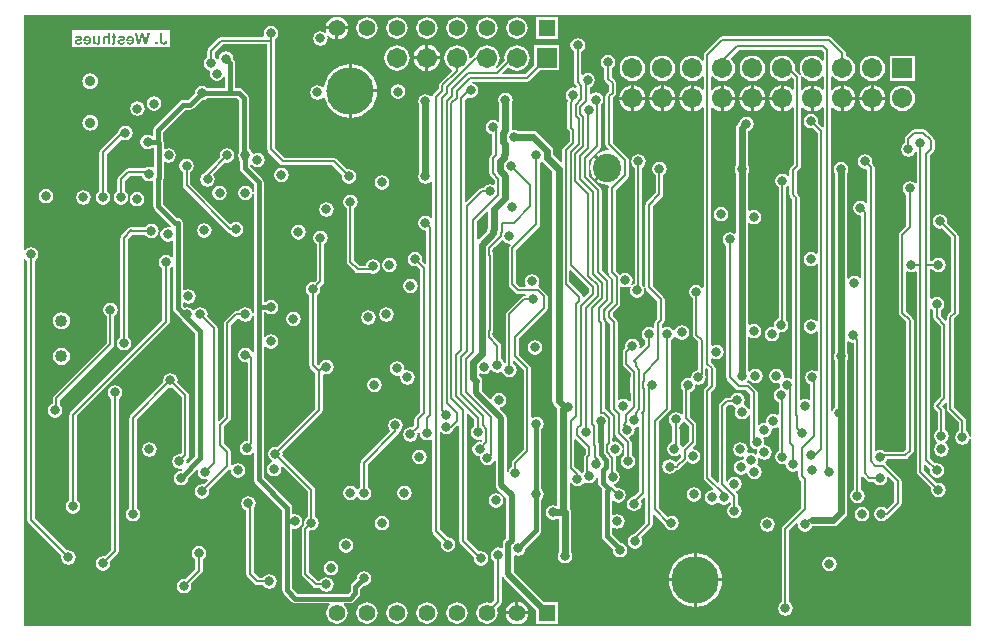
<source format=gbl>
G04 Layer_Physical_Order=4*
G04 Layer_Color=16711680*
%FSLAX25Y25*%
%MOIN*%
G70*
G01*
G75*
%ADD10C,0.01600*%
%ADD46C,0.00800*%
%ADD47C,0.02400*%
%ADD48C,0.02000*%
%ADD49C,0.15800*%
%ADD50C,0.03600*%
%ADD51R,0.05500X0.05500*%
%ADD52C,0.05500*%
%ADD53C,0.09450*%
%ADD54C,0.04000*%
%ADD55P,0.09546X4X315.0*%
%ADD56C,0.06750*%
%ADD57C,0.03200*%
G36*
X317900Y64706D02*
X317550Y64351D01*
X317550Y64351D01*
Y64351D01*
X317400Y64336D01*
X317398Y64346D01*
X317261Y65036D01*
X316730Y65830D01*
X316224Y66169D01*
Y69600D01*
X316130Y70068D01*
X315865Y70465D01*
X312224Y74107D01*
Y103593D01*
X313365Y104735D01*
X313630Y105132D01*
X313723Y105600D01*
Y131100D01*
X313630Y131568D01*
X313365Y131965D01*
X309828Y135502D01*
X309947Y136100D01*
X309761Y137036D01*
X309230Y137830D01*
X308436Y138361D01*
X307500Y138547D01*
X306564Y138361D01*
X305770Y137830D01*
X305239Y137036D01*
X305053Y136100D01*
X305239Y135164D01*
X305770Y134370D01*
X306564Y133839D01*
X307500Y133653D01*
X308098Y133772D01*
X311277Y130593D01*
Y106107D01*
X310135Y104965D01*
X309870Y104568D01*
X309776Y104100D01*
Y103207D01*
X309315Y103016D01*
X307723Y104607D01*
Y106531D01*
X308230Y106870D01*
X308761Y107664D01*
X308947Y108600D01*
X308761Y109536D01*
X308230Y110330D01*
X307436Y110861D01*
X306500Y111047D01*
X305564Y110861D01*
X304770Y110330D01*
X304724Y110261D01*
X304223Y110413D01*
Y120377D01*
X304931D01*
X305270Y119870D01*
X306064Y119339D01*
X307000Y119153D01*
X307936Y119339D01*
X308730Y119870D01*
X309261Y120664D01*
X309447Y121600D01*
X309261Y122536D01*
X308730Y123330D01*
X307936Y123861D01*
X307000Y124047D01*
X306064Y123861D01*
X305270Y123330D01*
X304931Y122824D01*
X304223D01*
Y158093D01*
X305365Y159235D01*
X305630Y159632D01*
X305724Y160100D01*
Y163100D01*
X305630Y163568D01*
X305365Y163965D01*
X302865Y166465D01*
X302468Y166730D01*
X302000Y166823D01*
X299000D01*
X298532Y166730D01*
X298135Y166465D01*
X296135Y164465D01*
X295870Y164068D01*
X295777Y163600D01*
Y162169D01*
X295270Y161830D01*
X294739Y161036D01*
X294553Y160100D01*
X294739Y159164D01*
X295270Y158370D01*
X296064Y157839D01*
X297000Y157653D01*
X297936Y157839D01*
X298730Y158370D01*
X299261Y159164D01*
X299276Y159243D01*
X299777Y159194D01*
Y148913D01*
X299276Y148761D01*
X299230Y148830D01*
X298436Y149361D01*
X297500Y149547D01*
X296564Y149361D01*
X295770Y148830D01*
X295239Y148036D01*
X295053Y147100D01*
X295239Y146164D01*
X295770Y145370D01*
X296276Y145031D01*
Y134607D01*
X294135Y132465D01*
X293870Y132068D01*
X293776Y131600D01*
Y105600D01*
X293870Y105132D01*
X294135Y104735D01*
X296276Y102593D01*
Y60107D01*
X295493Y59324D01*
X289235D01*
X289230Y59330D01*
X288436Y59861D01*
X287500Y60047D01*
X286564Y59861D01*
X286224Y59633D01*
X285723Y59901D01*
Y154100D01*
X285630Y154568D01*
X285365Y154965D01*
X284828Y155502D01*
X284947Y156100D01*
X284761Y157036D01*
X284230Y157830D01*
X283436Y158361D01*
X282500Y158547D01*
X281564Y158361D01*
X280770Y157830D01*
X280239Y157036D01*
X280053Y156100D01*
X280239Y155164D01*
X280770Y154370D01*
X281564Y153839D01*
X282500Y153653D01*
X282828Y153718D01*
X283277Y153336D01*
Y142413D01*
X282776Y142261D01*
X282730Y142330D01*
X281936Y142861D01*
X281000Y143047D01*
X280064Y142861D01*
X279270Y142330D01*
X278739Y141536D01*
X278553Y140600D01*
X278739Y139664D01*
X279270Y138870D01*
X280064Y138339D01*
X281000Y138153D01*
X281276Y137926D01*
Y117413D01*
X280777Y117261D01*
X280730Y117330D01*
X279936Y117861D01*
X279000Y118047D01*
X278064Y117861D01*
X277270Y117330D01*
X277039Y116985D01*
X276539Y117137D01*
Y152332D01*
X276761Y152664D01*
X276947Y153600D01*
X276761Y154536D01*
X276230Y155330D01*
X275436Y155861D01*
X274500Y156047D01*
X273564Y155861D01*
X272770Y155330D01*
X272239Y154536D01*
X272053Y153600D01*
X272239Y152664D01*
X272461Y152332D01*
Y92368D01*
X272239Y92036D01*
X272053Y91100D01*
X272239Y90164D01*
X272461Y89832D01*
Y73958D01*
X272270Y73830D01*
X271739Y73036D01*
X271724Y72957D01*
X271223Y73007D01*
Y174058D01*
X271697Y174219D01*
X271880Y173980D01*
X272794Y173279D01*
X273858Y172838D01*
X274500Y172754D01*
X274500Y177101D01*
X274500Y181448D01*
X273858Y181363D01*
X272794Y180922D01*
X271880Y180221D01*
X271697Y179983D01*
X271223Y180143D01*
Y184343D01*
X271724Y184512D01*
X272022Y184123D01*
X272895Y183454D01*
X273910Y183033D01*
X275000Y182890D01*
X276090Y183033D01*
X277105Y183454D01*
X277978Y184123D01*
X278647Y184995D01*
X279067Y186011D01*
X279211Y187101D01*
X279067Y188191D01*
X278647Y189207D01*
X277977Y190079D01*
X277105Y190748D01*
X276223Y191113D01*
Y192100D01*
X276130Y192568D01*
X275865Y192965D01*
X271365Y197465D01*
X270968Y197730D01*
X270500Y197824D01*
X235000D01*
X234532Y197730D01*
X234135Y197465D01*
X229135Y192465D01*
X228870Y192068D01*
X228777Y191600D01*
Y189857D01*
X228276Y189687D01*
X227977Y190077D01*
X227105Y190746D01*
X226090Y191167D01*
X225000Y191310D01*
X223910Y191167D01*
X222894Y190746D01*
X222022Y190077D01*
X221353Y189205D01*
X220932Y188189D01*
X220789Y187099D01*
X220932Y186009D01*
X221353Y184994D01*
X222022Y184121D01*
X222895Y183452D01*
X223910Y183031D01*
X225000Y182888D01*
X226090Y183032D01*
X227105Y183452D01*
X227978Y184122D01*
X228276Y184511D01*
X228777Y184341D01*
Y180142D01*
X228303Y179982D01*
X228120Y180219D01*
X227206Y180921D01*
X226142Y181362D01*
X225500Y181446D01*
X225500Y177099D01*
X225500Y172752D01*
X226142Y172837D01*
X227207Y173278D01*
X228121Y173979D01*
X228303Y174217D01*
X228777Y174056D01*
Y114113D01*
X228276Y113962D01*
X228030Y114330D01*
X227236Y114861D01*
X226300Y115047D01*
X225364Y114861D01*
X224570Y114330D01*
X224039Y113536D01*
X223853Y112600D01*
X224039Y111664D01*
X224570Y110870D01*
X225077Y110531D01*
Y98300D01*
X225170Y97832D01*
X225435Y97435D01*
X226876Y95993D01*
Y86523D01*
X226064Y86361D01*
X225270Y85830D01*
X224739Y85036D01*
X224593Y84301D01*
X224517Y84087D01*
X224077Y83932D01*
X223500Y84047D01*
X222564Y83861D01*
X221770Y83330D01*
X221239Y82536D01*
X221053Y81600D01*
X221239Y80664D01*
X221770Y79870D01*
X221777Y79865D01*
Y71913D01*
X221276Y71761D01*
X221230Y71830D01*
X220436Y72361D01*
X219500Y72547D01*
X218564Y72361D01*
X217770Y71830D01*
X217239Y71036D01*
X217053Y70100D01*
X217239Y69164D01*
X217770Y68370D01*
X218277Y68031D01*
Y62503D01*
X218064Y62461D01*
X217270Y61930D01*
X216739Y61136D01*
X216553Y60200D01*
X216739Y59264D01*
X217270Y58470D01*
X218064Y57939D01*
X219000Y57753D01*
X219936Y57939D01*
X220676Y58434D01*
X221177Y58306D01*
Y57507D01*
X219677Y56007D01*
X219180Y56056D01*
X219130Y56130D01*
X218336Y56661D01*
X217400Y56847D01*
X216464Y56661D01*
X215670Y56130D01*
X215139Y55336D01*
X214953Y54400D01*
X215139Y53464D01*
X215670Y52670D01*
X216464Y52139D01*
X217400Y51953D01*
X218336Y52139D01*
X219130Y52670D01*
X219469Y53176D01*
X219800D01*
X220268Y53270D01*
X220665Y53535D01*
X220865Y53735D01*
X220865Y53735D01*
X223001Y55871D01*
X223470Y56070D01*
X224264Y55539D01*
X225200Y55353D01*
X226136Y55539D01*
X226930Y56070D01*
X227461Y56864D01*
X227647Y57800D01*
X227461Y58736D01*
X226930Y59530D01*
X226136Y60061D01*
X225304Y60226D01*
X225061Y60690D01*
X225965Y61595D01*
X226230Y61992D01*
X226324Y62460D01*
Y68360D01*
X226230Y68828D01*
X225965Y69225D01*
X224223Y70967D01*
Y79297D01*
X224436Y79339D01*
X225230Y79870D01*
X225761Y80664D01*
X225907Y81399D01*
X225983Y81613D01*
X226424Y81768D01*
X227000Y81653D01*
X227936Y81839D01*
X228730Y82370D01*
X229261Y83164D01*
X229447Y84100D01*
X229276Y84961D01*
X229324Y85200D01*
Y86893D01*
X229785Y87084D01*
X230276Y86593D01*
Y81607D01*
X229135Y80465D01*
X228870Y80068D01*
X228777Y79600D01*
Y50600D01*
X228870Y50132D01*
X229135Y49735D01*
X231891Y46979D01*
X231644Y46518D01*
X231500Y46547D01*
X230564Y46361D01*
X229770Y45830D01*
X229239Y45036D01*
X229053Y44100D01*
X229239Y43164D01*
X229770Y42370D01*
X230564Y41839D01*
X231500Y41653D01*
X232436Y41839D01*
X233230Y42370D01*
X233243Y42389D01*
X233655D01*
X233804Y42328D01*
X234564Y41820D01*
X235500Y41633D01*
X236436Y41820D01*
X237230Y42350D01*
X237277Y42419D01*
X237776Y42268D01*
Y41669D01*
X237270Y41330D01*
X236739Y40536D01*
X236553Y39600D01*
X236739Y38664D01*
X237270Y37870D01*
X238064Y37339D01*
X239000Y37153D01*
X239936Y37339D01*
X240730Y37870D01*
X241261Y38664D01*
X241447Y39600D01*
X241261Y40536D01*
X240730Y41330D01*
X240224Y41669D01*
Y44540D01*
X240130Y45008D01*
X239865Y45405D01*
X239557Y45714D01*
X239702Y46192D01*
X239936Y46239D01*
X240730Y46770D01*
X241261Y47564D01*
X241447Y48500D01*
X241261Y49436D01*
X240730Y50230D01*
X239936Y50761D01*
X239000Y50947D01*
X238064Y50761D01*
X237270Y50230D01*
X236739Y49436D01*
X236723Y49357D01*
X236224Y49406D01*
Y74093D01*
X237007Y74876D01*
X238265D01*
X238270Y74870D01*
X239064Y74339D01*
X239251Y74302D01*
X239442Y73840D01*
X239239Y73536D01*
X239053Y72600D01*
X239239Y71664D01*
X239770Y70870D01*
X240564Y70339D01*
X241500Y70153D01*
X242436Y70339D01*
X243230Y70870D01*
X243761Y71664D01*
X243776Y71743D01*
X244276Y71693D01*
Y63600D01*
X244278Y63594D01*
X244239Y63536D01*
X244053Y62600D01*
X244239Y61664D01*
X244770Y60870D01*
X245564Y60339D01*
X246299Y60193D01*
X246513Y60117D01*
X246668Y59676D01*
X246553Y59100D01*
X246653Y58598D01*
X246344Y58402D01*
X246191Y58356D01*
X245436Y58861D01*
X244500Y59047D01*
X243674Y58883D01*
X243478Y59016D01*
X243416Y59078D01*
X243283Y59275D01*
X243447Y60100D01*
X243261Y61036D01*
X242730Y61830D01*
X241936Y62361D01*
X241000Y62547D01*
X240064Y62361D01*
X239270Y61830D01*
X238739Y61036D01*
X238553Y60100D01*
X238739Y59164D01*
X239270Y58370D01*
X240064Y57839D01*
X241000Y57653D01*
X241826Y57817D01*
X242022Y57684D01*
X242084Y57622D01*
X242217Y57425D01*
X242108Y56876D01*
X241609Y56466D01*
X241200Y56547D01*
X240264Y56361D01*
X239470Y55830D01*
X238939Y55036D01*
X238753Y54100D01*
X238939Y53164D01*
X239470Y52370D01*
X240264Y51839D01*
X241200Y51653D01*
X242136Y51839D01*
X242806Y52286D01*
X243223Y52183D01*
X243352Y52101D01*
X243439Y51664D01*
X243970Y50870D01*
X244764Y50339D01*
X245700Y50153D01*
X246636Y50339D01*
X247430Y50870D01*
X247961Y51664D01*
X248147Y52600D01*
X247961Y53536D01*
X247430Y54330D01*
X246636Y54861D01*
X246479Y55242D01*
X246761Y55664D01*
X246947Y56600D01*
X246847Y57102D01*
X247156Y57298D01*
X247309Y57344D01*
X248064Y56839D01*
X249000Y56653D01*
X249936Y56839D01*
X250730Y57370D01*
X251261Y58164D01*
X251447Y59100D01*
X251261Y60036D01*
X250730Y60830D01*
X249936Y61361D01*
X249201Y61507D01*
X248987Y61583D01*
X248832Y62024D01*
X248947Y62600D01*
X248761Y63536D01*
X248612Y63759D01*
X248890Y64175D01*
X249000Y64153D01*
X249936Y64339D01*
X250730Y64870D01*
X251261Y65664D01*
X251447Y66600D01*
X251397Y66849D01*
X251751Y67203D01*
X252000Y67153D01*
X252936Y67339D01*
X253276Y67567D01*
X253777Y67299D01*
Y59669D01*
X253270Y59330D01*
X252739Y58536D01*
X252553Y57600D01*
X252739Y56664D01*
X253270Y55870D01*
X254064Y55339D01*
X255000Y55153D01*
X255576Y55268D01*
X256017Y55113D01*
X256093Y54899D01*
X256239Y54164D01*
X256770Y53370D01*
X257564Y52839D01*
X258500Y52653D01*
X259436Y52839D01*
X259776Y53066D01*
X260277Y52799D01*
Y51100D01*
X260370Y50632D01*
X260635Y50235D01*
X261277Y49593D01*
Y40607D01*
X255135Y34465D01*
X254870Y34068D01*
X254777Y33600D01*
Y9169D01*
X254270Y8830D01*
X253739Y8036D01*
X253553Y7100D01*
X253739Y6164D01*
X254270Y5370D01*
X255064Y4839D01*
X256000Y4653D01*
X256936Y4839D01*
X257730Y5370D01*
X258261Y6164D01*
X258447Y7100D01*
X258261Y8036D01*
X257730Y8830D01*
X257224Y9169D01*
Y33093D01*
X259621Y35491D01*
X260082Y35244D01*
X260053Y35100D01*
X260239Y34164D01*
X260770Y33370D01*
X261564Y32839D01*
X262500Y32653D01*
X263436Y32839D01*
X264230Y33370D01*
X264761Y34164D01*
X264846Y34591D01*
X265000Y34561D01*
X272000D01*
X272780Y34716D01*
X273442Y35158D01*
X275942Y37658D01*
X276384Y38320D01*
X276539Y39100D01*
Y70100D01*
Y89832D01*
X276761Y90164D01*
X276947Y91100D01*
X276761Y92036D01*
X276539Y92368D01*
Y95922D01*
X277039Y96190D01*
X277564Y95839D01*
X278500Y95653D01*
X278777Y95426D01*
Y46669D01*
X278270Y46330D01*
X277739Y45536D01*
X277553Y44600D01*
X277739Y43664D01*
X278270Y42870D01*
X279064Y42339D01*
X280000Y42153D01*
X280936Y42339D01*
X281730Y42870D01*
X282261Y43664D01*
X282447Y44600D01*
X282261Y45536D01*
X281730Y46330D01*
X281224Y46669D01*
Y50954D01*
X281378Y51060D01*
X281723Y51146D01*
X283135Y49735D01*
X283532Y49470D01*
X284000Y49376D01*
X285431D01*
X285770Y48870D01*
X286564Y48339D01*
X287500Y48153D01*
X288436Y48339D01*
X289230Y48870D01*
X289761Y49664D01*
X289947Y50600D01*
X289918Y50744D01*
X290379Y50991D01*
X292277Y49093D01*
Y42607D01*
X289976Y40306D01*
X289730Y40330D01*
X288936Y40861D01*
X288000Y41047D01*
X287064Y40861D01*
X286270Y40330D01*
X285739Y39536D01*
X285553Y38600D01*
X285739Y37664D01*
X286270Y36870D01*
X287064Y36339D01*
X288000Y36153D01*
X288936Y36339D01*
X289730Y36870D01*
X290079Y37392D01*
X290468Y37470D01*
X290865Y37735D01*
X294365Y41235D01*
X294630Y41632D01*
X294724Y42100D01*
Y49600D01*
X294630Y50068D01*
X294365Y50465D01*
X289429Y55401D01*
X289230Y55870D01*
X289761Y56664D01*
X289803Y56876D01*
X296000D01*
X296468Y56970D01*
X296865Y57235D01*
X298365Y58735D01*
X298630Y59132D01*
X298724Y59600D01*
Y103100D01*
X298630Y103568D01*
X298365Y103965D01*
X296223Y106107D01*
Y119299D01*
X296724Y119567D01*
X297064Y119339D01*
X298000Y119153D01*
X298936Y119339D01*
X299276Y119567D01*
X299777Y119299D01*
Y52600D01*
X299870Y52132D01*
X300135Y51735D01*
X304672Y47198D01*
X304553Y46600D01*
X304739Y45664D01*
X305270Y44870D01*
X306064Y44339D01*
X307000Y44153D01*
X307936Y44339D01*
X308730Y44870D01*
X309261Y45664D01*
X309447Y46600D01*
X309261Y47536D01*
X308730Y48330D01*
X307936Y48861D01*
X307000Y49047D01*
X306402Y48928D01*
X302223Y53107D01*
Y54993D01*
X302685Y55184D01*
X304172Y53698D01*
X304053Y53100D01*
X304239Y52164D01*
X304770Y51370D01*
X305564Y50839D01*
X306500Y50653D01*
X307436Y50839D01*
X308230Y51370D01*
X308761Y52164D01*
X308947Y53100D01*
X308761Y54036D01*
X308230Y54830D01*
X307436Y55361D01*
X306500Y55547D01*
X305902Y55428D01*
X304223Y57107D01*
Y106787D01*
X304724Y106939D01*
X304770Y106870D01*
X305276Y106531D01*
Y104100D01*
X305370Y103632D01*
X305635Y103235D01*
X307776Y101093D01*
Y77607D01*
X305635Y75465D01*
X305370Y75068D01*
X305276Y74600D01*
X305370Y74132D01*
X305635Y73735D01*
X306776Y72593D01*
Y66669D01*
X306270Y66330D01*
X305739Y65536D01*
X305553Y64600D01*
X305739Y63664D01*
X306270Y62870D01*
X306673Y62600D01*
Y62100D01*
X306270Y61830D01*
X305739Y61036D01*
X305553Y60100D01*
X305739Y59164D01*
X306270Y58370D01*
X307064Y57839D01*
X308000Y57653D01*
X308936Y57839D01*
X309730Y58370D01*
X310261Y59164D01*
X310447Y60100D01*
X310261Y61036D01*
X309730Y61830D01*
X309327Y62100D01*
Y62600D01*
X309730Y62870D01*
X310261Y63664D01*
X310447Y64600D01*
X310261Y65536D01*
X309730Y66330D01*
X309224Y66669D01*
Y73100D01*
X309130Y73568D01*
X308865Y73965D01*
X308230Y74600D01*
X309315Y75684D01*
X309776Y75493D01*
Y73600D01*
X309870Y73132D01*
X310135Y72735D01*
X313776Y69093D01*
Y66169D01*
X313270Y65830D01*
X312739Y65036D01*
X312553Y64100D01*
X312739Y63164D01*
X313270Y62370D01*
X314064Y61839D01*
X315000Y61653D01*
X315936Y61839D01*
X316730Y62370D01*
X317261Y63164D01*
X317398Y63854D01*
X317400Y63864D01*
X317550Y63849D01*
Y63849D01*
X317550Y63849D01*
X317900Y63494D01*
Y1326D01*
X166592D01*
X166560Y1825D01*
X166913Y1872D01*
X167479Y1946D01*
X168391Y2324D01*
X169175Y2926D01*
X169776Y3709D01*
X170153Y4621D01*
X170217Y5100D01*
X166500D01*
Y5600D01*
D01*
Y5100D01*
X162784D01*
X162847Y4621D01*
X163224Y3709D01*
X163826Y2926D01*
X164609Y2324D01*
X165521Y1946D01*
X166087Y1872D01*
X166440Y1825D01*
X166408Y1326D01*
X2100D01*
Y123472D01*
X2600Y123624D01*
X2770Y123370D01*
X3277Y123031D01*
Y36600D01*
X3370Y36132D01*
X3635Y35735D01*
X14672Y24698D01*
X14553Y24100D01*
X14739Y23164D01*
X15270Y22370D01*
X16064Y21839D01*
X17000Y21653D01*
X17936Y21839D01*
X18730Y22370D01*
X19261Y23164D01*
X19447Y24100D01*
X19261Y25036D01*
X18730Y25830D01*
X17936Y26361D01*
X17000Y26547D01*
X16402Y26428D01*
X5723Y37107D01*
Y123031D01*
X6230Y123370D01*
X6761Y124164D01*
X6947Y125100D01*
X6761Y126036D01*
X6230Y126830D01*
X5436Y127361D01*
X4500Y127547D01*
X3564Y127361D01*
X2770Y126830D01*
X2600Y126576D01*
X2100Y126728D01*
Y204874D01*
X106408D01*
X106440Y204375D01*
X106087Y204328D01*
X105521Y204254D01*
X104609Y203876D01*
X103825Y203274D01*
X103224Y202491D01*
X102847Y201579D01*
X102784Y201100D01*
X106500D01*
X110216D01*
X110153Y201579D01*
X109776Y202491D01*
X109175Y203274D01*
X108391Y203876D01*
X107479Y204254D01*
X106913Y204328D01*
X106560Y204375D01*
X106592Y204874D01*
X317900D01*
Y64706D01*
D02*
G37*
G36*
X268776Y192593D02*
Y189858D01*
X268277Y189689D01*
X267977Y190078D01*
X267105Y190747D01*
X266090Y191168D01*
X265000Y191312D01*
X263910Y191168D01*
X262894Y190747D01*
X262022Y190078D01*
X261353Y189206D01*
X260932Y188190D01*
X260789Y187100D01*
X260932Y186011D01*
X261239Y185271D01*
X260865Y184965D01*
X259155Y186675D01*
X259211Y187100D01*
X259067Y188190D01*
X258647Y189206D01*
X257977Y190078D01*
X257105Y190747D01*
X256090Y191168D01*
X255000Y191311D01*
X253910Y191168D01*
X252894Y190747D01*
X252022Y190078D01*
X251353Y189206D01*
X250932Y188190D01*
X250789Y187100D01*
X250932Y186010D01*
X251353Y184994D01*
X252022Y184122D01*
X252894Y183453D01*
X253910Y183033D01*
X255000Y182889D01*
X256090Y183033D01*
X257105Y183453D01*
X257978Y184123D01*
X258230Y184139D01*
X258776Y183593D01*
Y180143D01*
X258303Y179982D01*
X258120Y180221D01*
X257206Y180922D01*
X256142Y181363D01*
X255500Y181447D01*
X255500Y177100D01*
X255500Y172753D01*
X256142Y172838D01*
X257207Y173279D01*
X258121Y173980D01*
X258303Y174218D01*
X258776Y174057D01*
Y155107D01*
X257635Y153965D01*
X257370Y153568D01*
X257277Y153100D01*
Y151413D01*
X256776Y151261D01*
X256730Y151330D01*
X255936Y151861D01*
X255000Y152047D01*
X254064Y151861D01*
X253270Y151330D01*
X252739Y150536D01*
X252553Y149600D01*
X252739Y148664D01*
X253270Y147870D01*
X253777Y147531D01*
Y103903D01*
X253564Y103861D01*
X252770Y103330D01*
X252239Y102536D01*
X252053Y101600D01*
X252102Y101351D01*
X251749Y100997D01*
X251500Y101047D01*
X250564Y100861D01*
X249770Y100330D01*
X249239Y99536D01*
X249053Y98600D01*
X249239Y97664D01*
X249770Y96870D01*
X250564Y96339D01*
X251500Y96153D01*
X252436Y96339D01*
X253230Y96870D01*
X253761Y97664D01*
X253947Y98600D01*
X253898Y98849D01*
X254251Y99203D01*
X254500Y99153D01*
X255436Y99339D01*
X256230Y99870D01*
X256761Y100664D01*
X256947Y101600D01*
X256761Y102536D01*
X256230Y103330D01*
X256224Y103335D01*
Y147531D01*
X256730Y147870D01*
X256776Y147939D01*
X257277Y147787D01*
Y145100D01*
X257370Y144632D01*
X257635Y144235D01*
X258277Y143593D01*
Y83901D01*
X257776Y83634D01*
X257436Y83861D01*
X256500Y84047D01*
X255820Y83912D01*
X255387Y84298D01*
X255447Y84600D01*
X255261Y85536D01*
X254730Y86330D01*
X253936Y86861D01*
X253000Y87047D01*
X252064Y86861D01*
X251270Y86330D01*
X250739Y85536D01*
X250553Y84600D01*
X250739Y83664D01*
X251270Y82870D01*
X252064Y82339D01*
X253000Y82153D01*
X253680Y82288D01*
X254113Y81902D01*
X254053Y81600D01*
X254174Y80992D01*
X253848Y80417D01*
X253564Y80361D01*
X252770Y79830D01*
X252239Y79036D01*
X252053Y78100D01*
X252239Y77164D01*
X252770Y76370D01*
X253564Y75839D01*
X253777Y75797D01*
Y71901D01*
X253276Y71633D01*
X252936Y71861D01*
X252000Y72047D01*
X251064Y71861D01*
X250270Y71330D01*
X249739Y70536D01*
X249553Y69600D01*
X249603Y69351D01*
X249249Y68998D01*
X249000Y69047D01*
X248064Y68861D01*
X247270Y68330D01*
X247223Y68261D01*
X246724Y68413D01*
Y75600D01*
Y79100D01*
X246630Y79568D01*
X246365Y79965D01*
X244365Y81965D01*
X243968Y82230D01*
X243500Y82323D01*
X243313D01*
X243161Y82823D01*
X243230Y82870D01*
X243500Y83273D01*
X244000D01*
X244270Y82870D01*
X245064Y82339D01*
X246000Y82153D01*
X246936Y82339D01*
X247730Y82870D01*
X248261Y83664D01*
X248447Y84600D01*
X248261Y85536D01*
X247730Y86330D01*
X246936Y86861D01*
X246000Y87047D01*
X245064Y86861D01*
X244270Y86330D01*
X244039Y85985D01*
X243539Y86137D01*
Y97422D01*
X244039Y97690D01*
X244564Y97339D01*
X245500Y97153D01*
X246436Y97339D01*
X247230Y97870D01*
X247761Y98664D01*
X247947Y99600D01*
X247761Y100536D01*
X247230Y101330D01*
X246436Y101861D01*
X245500Y102047D01*
X244564Y101861D01*
X244039Y101510D01*
X243539Y101778D01*
Y135422D01*
X244039Y135690D01*
X244564Y135339D01*
X245500Y135153D01*
X246436Y135339D01*
X247230Y135870D01*
X247761Y136664D01*
X247947Y137600D01*
X247761Y138536D01*
X247230Y139330D01*
X246436Y139861D01*
X245500Y140047D01*
X244564Y139861D01*
X244039Y139510D01*
X243539Y139778D01*
Y152332D01*
X243761Y152664D01*
X243947Y153600D01*
X243761Y154536D01*
X243539Y154868D01*
Y166255D01*
X243545Y166261D01*
X243936Y166339D01*
X244730Y166870D01*
X245261Y167664D01*
X245447Y168600D01*
X245261Y169536D01*
X244730Y170330D01*
X243936Y170861D01*
X243000Y171047D01*
X242064Y170861D01*
X241270Y170330D01*
X240739Y169536D01*
X240662Y169145D01*
X240058Y168542D01*
X239616Y167880D01*
X239461Y167100D01*
Y154868D01*
X239239Y154536D01*
X239053Y153600D01*
X239239Y152664D01*
X239461Y152332D01*
Y132278D01*
X238961Y132010D01*
X238436Y132361D01*
X237500Y132547D01*
X236564Y132361D01*
X235770Y131830D01*
X235239Y131036D01*
X235053Y130100D01*
X235239Y129164D01*
X235770Y128370D01*
X236277Y128031D01*
Y84100D01*
X236370Y83632D01*
X236635Y83235D01*
X239635Y80235D01*
X240032Y79970D01*
X240500Y79877D01*
X242993D01*
X244276Y78593D01*
Y76100D01*
Y73507D01*
X243776Y73457D01*
X243761Y73536D01*
X243230Y74330D01*
X242436Y74861D01*
X242249Y74898D01*
X242058Y75360D01*
X242261Y75664D01*
X242447Y76600D01*
X242261Y77536D01*
X241730Y78330D01*
X240936Y78861D01*
X240000Y79047D01*
X239064Y78861D01*
X238270Y78330D01*
X237739Y77536D01*
X237697Y77324D01*
X236500D01*
X236032Y77230D01*
X235635Y76965D01*
X234135Y75465D01*
X233870Y75068D01*
X233776Y74600D01*
Y49207D01*
X233315Y49016D01*
X231224Y51107D01*
Y79093D01*
X232365Y80235D01*
X232630Y80632D01*
X232723Y81100D01*
Y87100D01*
X232630Y87568D01*
X232365Y87965D01*
X231224Y89107D01*
Y90299D01*
X231723Y90566D01*
X232064Y90339D01*
X233000Y90153D01*
X233936Y90339D01*
X234730Y90870D01*
X235261Y91664D01*
X235447Y92600D01*
X235261Y93536D01*
X234730Y94330D01*
X233936Y94861D01*
X233000Y95047D01*
X232064Y94861D01*
X231723Y94634D01*
X231224Y94901D01*
Y174057D01*
X231697Y174218D01*
X231880Y173979D01*
X232794Y173278D01*
X233858Y172837D01*
X234500Y172752D01*
X234500Y177100D01*
X234500Y181446D01*
X233858Y181362D01*
X232794Y180921D01*
X231880Y180220D01*
X231697Y179981D01*
X231224Y180142D01*
Y184341D01*
X231723Y184511D01*
X232022Y184122D01*
X232894Y183452D01*
X233910Y183032D01*
X235000Y182888D01*
X236090Y183032D01*
X237105Y183453D01*
X237978Y184122D01*
X238647Y184994D01*
X239067Y186010D01*
X239211Y187100D01*
X239067Y188189D01*
X238647Y189205D01*
X237977Y190077D01*
X237843Y190181D01*
X237810Y190680D01*
X240507Y193377D01*
X267993D01*
X268776Y192593D01*
D02*
G37*
G36*
X262022Y184123D02*
X262894Y183454D01*
X263910Y183033D01*
X265000Y182889D01*
X266090Y183033D01*
X267106Y183454D01*
X267978Y184123D01*
X268277Y184513D01*
X268776Y184343D01*
Y180144D01*
X268303Y179983D01*
X268120Y180221D01*
X267206Y180922D01*
X266142Y181363D01*
X265500Y181448D01*
X265500Y177101D01*
X265500Y172754D01*
X266142Y172838D01*
X267207Y173279D01*
X268121Y173980D01*
X268303Y174218D01*
X268776Y174057D01*
Y167707D01*
X268315Y167516D01*
X266828Y169002D01*
X266947Y169600D01*
X266761Y170536D01*
X266230Y171330D01*
X265436Y171861D01*
X264500Y172047D01*
X263564Y171861D01*
X262770Y171330D01*
X262239Y170536D01*
X262053Y169600D01*
X262239Y168664D01*
X262770Y167870D01*
X263564Y167339D01*
X264500Y167153D01*
X265098Y167272D01*
X266776Y165593D01*
Y125413D01*
X266277Y125261D01*
X266230Y125330D01*
X265436Y125861D01*
X264500Y126047D01*
X263564Y125861D01*
X262770Y125330D01*
X262239Y124536D01*
X262053Y123600D01*
X262239Y122664D01*
X262770Y121870D01*
X263564Y121339D01*
X264500Y121153D01*
X265436Y121339D01*
X266230Y121870D01*
X266277Y121939D01*
X266776Y121787D01*
Y102913D01*
X266277Y102761D01*
X266230Y102830D01*
X265436Y103361D01*
X264500Y103547D01*
X263564Y103361D01*
X262770Y102830D01*
X262239Y102036D01*
X262053Y101100D01*
X262239Y100164D01*
X262770Y99370D01*
X263564Y98839D01*
X264500Y98653D01*
X265436Y98839D01*
X266230Y99370D01*
X266277Y99439D01*
X266776Y99287D01*
Y86401D01*
X266277Y86133D01*
X265936Y86361D01*
X265000Y86547D01*
X264064Y86361D01*
X263270Y85830D01*
X262739Y85036D01*
X262553Y84100D01*
X262739Y83164D01*
X263270Y82370D01*
X264064Y81839D01*
X264277Y81797D01*
Y76901D01*
X263776Y76634D01*
X263436Y76861D01*
X262500Y77047D01*
X261564Y76861D01*
X261224Y76634D01*
X260723Y76901D01*
Y144100D01*
X260630Y144568D01*
X260365Y144965D01*
X259723Y145607D01*
Y152593D01*
X260865Y153735D01*
X261130Y154132D01*
X261224Y154600D01*
Y174058D01*
X261697Y174219D01*
X261880Y173980D01*
X262794Y173279D01*
X263858Y172838D01*
X264500Y172754D01*
X264500Y177101D01*
X264500Y181447D01*
X263858Y181363D01*
X262794Y180922D01*
X261880Y180221D01*
X261697Y179982D01*
X261224Y180143D01*
Y184100D01*
X261158Y184427D01*
X261626Y184639D01*
X262022Y184123D01*
D02*
G37*
G36*
X223877Y67853D02*
Y62967D01*
X221816Y60906D01*
X221274Y61071D01*
X221261Y61136D01*
X220730Y61930D01*
X220724Y61935D01*
Y68031D01*
X221230Y68370D01*
X221761Y69164D01*
X221778Y69249D01*
X222320Y69410D01*
X223877Y67853D01*
D02*
G37*
%LPC*%
G36*
X106000Y200100D02*
X102784D01*
X102847Y199621D01*
X102999Y199252D01*
X102596Y198920D01*
X101936Y199361D01*
X101000Y199547D01*
X100064Y199361D01*
X99270Y198830D01*
X98739Y198036D01*
X98553Y197100D01*
X98739Y196164D01*
X99270Y195370D01*
X100064Y194839D01*
X101000Y194653D01*
X101936Y194839D01*
X102730Y195370D01*
X103261Y196164D01*
X103447Y197100D01*
X103314Y197771D01*
X103781Y197983D01*
X103825Y197925D01*
X104609Y197324D01*
X105521Y196947D01*
X106000Y196883D01*
Y200100D01*
D02*
G37*
G36*
X180050Y204150D02*
X172950D01*
Y197050D01*
X180050D01*
Y204150D01*
D02*
G37*
G36*
X166500Y204181D02*
X165573Y204059D01*
X164710Y203701D01*
X163968Y203132D01*
X163399Y202390D01*
X163041Y201527D01*
X162919Y200600D01*
X163041Y199673D01*
X163399Y198810D01*
X163968Y198068D01*
X164710Y197499D01*
X165573Y197141D01*
X166500Y197019D01*
X167427Y197141D01*
X168290Y197499D01*
X169032Y198068D01*
X169601Y198810D01*
X169959Y199673D01*
X170081Y200600D01*
X169959Y201527D01*
X169601Y202390D01*
X169032Y203132D01*
X168290Y203701D01*
X167427Y204059D01*
X166500Y204181D01*
D02*
G37*
G36*
X156500D02*
X155573Y204059D01*
X154710Y203701D01*
X153968Y203132D01*
X153399Y202390D01*
X153041Y201527D01*
X152919Y200600D01*
X153041Y199673D01*
X153399Y198810D01*
X153968Y198068D01*
X154710Y197499D01*
X155573Y197141D01*
X156500Y197019D01*
X157427Y197141D01*
X158290Y197499D01*
X159032Y198068D01*
X159601Y198810D01*
X159959Y199673D01*
X160081Y200600D01*
X159959Y201527D01*
X159601Y202390D01*
X159032Y203132D01*
X158290Y203701D01*
X157427Y204059D01*
X156500Y204181D01*
D02*
G37*
G36*
X146500D02*
X145573Y204059D01*
X144710Y203701D01*
X143968Y203132D01*
X143399Y202390D01*
X143041Y201527D01*
X142919Y200600D01*
X143041Y199673D01*
X143399Y198810D01*
X143968Y198068D01*
X144710Y197499D01*
X145573Y197141D01*
X146500Y197019D01*
X147427Y197141D01*
X148290Y197499D01*
X149032Y198068D01*
X149601Y198810D01*
X149959Y199673D01*
X150081Y200600D01*
X149959Y201527D01*
X149601Y202390D01*
X149032Y203132D01*
X148290Y203701D01*
X147427Y204059D01*
X146500Y204181D01*
D02*
G37*
G36*
X136500D02*
X135573Y204059D01*
X134710Y203701D01*
X133968Y203132D01*
X133399Y202390D01*
X133041Y201527D01*
X132919Y200600D01*
X133041Y199673D01*
X133399Y198810D01*
X133968Y198068D01*
X134710Y197499D01*
X135573Y197141D01*
X136500Y197019D01*
X137427Y197141D01*
X138290Y197499D01*
X139032Y198068D01*
X139601Y198810D01*
X139959Y199673D01*
X140081Y200600D01*
X139959Y201527D01*
X139601Y202390D01*
X139032Y203132D01*
X138290Y203701D01*
X137427Y204059D01*
X136500Y204181D01*
D02*
G37*
G36*
X126500D02*
X125573Y204059D01*
X124710Y203701D01*
X123968Y203132D01*
X123399Y202390D01*
X123041Y201527D01*
X122919Y200600D01*
X123041Y199673D01*
X123399Y198810D01*
X123968Y198068D01*
X124710Y197499D01*
X125573Y197141D01*
X126500Y197019D01*
X127427Y197141D01*
X128290Y197499D01*
X129032Y198068D01*
X129601Y198810D01*
X129959Y199673D01*
X130081Y200600D01*
X129959Y201527D01*
X129601Y202390D01*
X129032Y203132D01*
X128290Y203701D01*
X127427Y204059D01*
X126500Y204181D01*
D02*
G37*
G36*
X116500D02*
X115573Y204059D01*
X114710Y203701D01*
X113968Y203132D01*
X113399Y202390D01*
X113041Y201527D01*
X112919Y200600D01*
X113041Y199673D01*
X113399Y198810D01*
X113968Y198068D01*
X114710Y197499D01*
X115573Y197141D01*
X116500Y197019D01*
X117427Y197141D01*
X118290Y197499D01*
X119032Y198068D01*
X119601Y198810D01*
X119959Y199673D01*
X120081Y200600D01*
X119959Y201527D01*
X119601Y202390D01*
X119032Y203132D01*
X118290Y203701D01*
X117427Y204059D01*
X116500Y204181D01*
D02*
G37*
G36*
X110216Y200100D02*
X107000D01*
Y196883D01*
X107479Y196947D01*
X108391Y197324D01*
X109175Y197925D01*
X109776Y198709D01*
X110153Y199621D01*
X110216Y200100D01*
D02*
G37*
G36*
X50800Y199743D02*
X18229D01*
Y194237D01*
X50800D01*
Y199743D01*
D02*
G37*
G36*
X137000Y194946D02*
X137000Y191099D01*
X140847Y191099D01*
X140762Y191741D01*
X140322Y192805D01*
X139620Y193719D01*
X138706Y194420D01*
X137642Y194861D01*
X137000Y194946D01*
D02*
G37*
G36*
X136000Y194946D02*
X135358Y194861D01*
X134293Y194420D01*
X133380Y193719D01*
X132678Y192805D01*
X132238Y191741D01*
X132153Y191098D01*
X136000Y191099D01*
X136000Y194946D01*
D02*
G37*
G36*
X126500Y194809D02*
X125410Y194666D01*
X124394Y194245D01*
X123522Y193576D01*
X122853Y192704D01*
X122432Y191688D01*
X122289Y190598D01*
X122432Y189508D01*
X122853Y188493D01*
X123522Y187620D01*
X124395Y186951D01*
X125410Y186531D01*
X126500Y186387D01*
X127590Y186531D01*
X128606Y186951D01*
X129478Y187621D01*
X130147Y188493D01*
X130568Y189508D01*
X130711Y190598D01*
X130568Y191688D01*
X130147Y192704D01*
X129478Y193576D01*
X128605Y194245D01*
X127590Y194666D01*
X126500Y194809D01*
D02*
G37*
G36*
X140847Y190099D02*
X137000Y190099D01*
X137000Y186252D01*
X137642Y186336D01*
X138707Y186777D01*
X139620Y187478D01*
X140322Y188392D01*
X140762Y189457D01*
X140847Y190099D01*
D02*
G37*
G36*
X136000Y190099D02*
X132153Y190099D01*
X132238Y189456D01*
X132678Y188392D01*
X133380Y187478D01*
X134294Y186777D01*
X135358Y186336D01*
X136000Y186252D01*
X136000Y190099D01*
D02*
G37*
G36*
X299175Y191277D02*
X290825Y191276D01*
X290825Y182926D01*
X299175Y182927D01*
X299175Y191277D01*
D02*
G37*
G36*
X285000Y191312D02*
X283910Y191169D01*
X282894Y190748D01*
X282022Y190079D01*
X281353Y189207D01*
X280932Y188191D01*
X280789Y187101D01*
X280932Y186011D01*
X281353Y184996D01*
X282022Y184124D01*
X282894Y183454D01*
X283910Y183034D01*
X285000Y182890D01*
X286090Y183034D01*
X287105Y183454D01*
X287978Y184124D01*
X288647Y184996D01*
X289067Y186012D01*
X289211Y187101D01*
X289067Y188191D01*
X288647Y189207D01*
X287977Y190079D01*
X287105Y190748D01*
X286090Y191169D01*
X285000Y191312D01*
D02*
G37*
G36*
X215000Y191310D02*
X213910Y191166D01*
X212894Y190746D01*
X212022Y190076D01*
X211353Y189204D01*
X210932Y188189D01*
X210789Y187099D01*
X210932Y186009D01*
X211353Y184993D01*
X212022Y184121D01*
X212894Y183452D01*
X213910Y183031D01*
X215000Y182888D01*
X216090Y183031D01*
X217106Y183452D01*
X217978Y184121D01*
X218647Y184993D01*
X219067Y186009D01*
X219211Y187099D01*
X219067Y188189D01*
X218647Y189204D01*
X217977Y190076D01*
X217105Y190746D01*
X216090Y191166D01*
X215000Y191310D01*
D02*
G37*
G36*
X205000Y191309D02*
X203910Y191166D01*
X202894Y190745D01*
X202022Y190076D01*
X201353Y189204D01*
X200932Y188188D01*
X200789Y187098D01*
X200932Y186008D01*
X201353Y184993D01*
X202022Y184121D01*
X202894Y183451D01*
X203910Y183031D01*
X205000Y182887D01*
X206090Y183031D01*
X207105Y183452D01*
X207978Y184121D01*
X208647Y184993D01*
X209067Y186009D01*
X209211Y187099D01*
X209067Y188189D01*
X208647Y189204D01*
X207977Y190076D01*
X207105Y190745D01*
X206090Y191166D01*
X205000Y191309D01*
D02*
G37*
G36*
X110500Y188494D02*
X109255Y188371D01*
X107578Y187862D01*
X106032Y187036D01*
X104676Y185924D01*
X103564Y184569D01*
X102738Y183022D01*
X102229Y181345D01*
X102192Y180971D01*
X101679Y180865D01*
X100936Y181361D01*
X100000Y181547D01*
X99064Y181361D01*
X98270Y180830D01*
X97739Y180036D01*
X97553Y179100D01*
X97739Y178164D01*
X98270Y177370D01*
X99064Y176839D01*
X100000Y176653D01*
X100936Y176839D01*
X101730Y177370D01*
X101815Y177497D01*
X102362Y177415D01*
X102738Y176178D01*
X103564Y174632D01*
X104676Y173276D01*
X106032Y172164D01*
X107578Y171338D01*
X109255Y170829D01*
X110500Y170706D01*
Y179600D01*
Y188494D01*
D02*
G37*
G36*
X186800Y197247D02*
X185864Y197061D01*
X185070Y196530D01*
X184539Y195736D01*
X184353Y194800D01*
X184539Y193864D01*
X185070Y193070D01*
X185576Y192731D01*
Y182540D01*
X185670Y182072D01*
X185935Y181675D01*
X186518Y181092D01*
X186493Y180924D01*
X186416Y180845D01*
X185941Y180600D01*
X185200Y180747D01*
X184264Y180561D01*
X183470Y180030D01*
X182939Y179236D01*
X182753Y178300D01*
X182939Y177364D01*
X183470Y176570D01*
X183510Y176364D01*
X183370Y176154D01*
X183276Y175685D01*
Y167400D01*
X183370Y166932D01*
X183635Y166535D01*
X184076Y166093D01*
Y162800D01*
X181910Y160633D01*
X181645Y160236D01*
X181552Y159768D01*
Y155961D01*
X181090Y155769D01*
X178639Y158220D01*
Y159591D01*
X178484Y160371D01*
X178042Y161033D01*
X173433Y165642D01*
X172772Y166084D01*
X171991Y166239D01*
X166768D01*
X166436Y166461D01*
X165500Y166647D01*
X165126Y166573D01*
X164739Y166890D01*
Y175332D01*
X164961Y175664D01*
X165147Y176600D01*
X164961Y177536D01*
X164430Y178330D01*
X163636Y178861D01*
X162700Y179047D01*
X161764Y178861D01*
X160970Y178330D01*
X160439Y177536D01*
X160253Y176600D01*
X160439Y175664D01*
X160661Y175332D01*
Y169518D01*
X160161Y169377D01*
X159436Y169861D01*
X158500Y170047D01*
X157564Y169861D01*
X156770Y169330D01*
X156239Y168536D01*
X156053Y167600D01*
X156239Y166664D01*
X156770Y165870D01*
X157564Y165339D01*
X158276Y165197D01*
Y158592D01*
X157635Y157950D01*
X157370Y157554D01*
X157276Y157085D01*
Y152115D01*
X157370Y151646D01*
X157635Y151250D01*
X159076Y149808D01*
Y148463D01*
X158635Y148228D01*
X158436Y148361D01*
X157500Y148547D01*
X156564Y148361D01*
X155770Y147830D01*
X155431Y147324D01*
X155000D01*
X154532Y147230D01*
X154135Y146965D01*
X149685Y142516D01*
X149223Y142707D01*
Y176593D01*
X150207Y177577D01*
X150264Y177539D01*
X151200Y177353D01*
X152136Y177539D01*
X152930Y178070D01*
X153461Y178864D01*
X153647Y179800D01*
X153461Y180736D01*
X152930Y181530D01*
X152136Y182061D01*
X151555Y182176D01*
X151604Y182676D01*
X169800D01*
X170268Y182770D01*
X170665Y183035D01*
X174055Y186425D01*
X180675Y186425D01*
X180675Y194775D01*
X172325Y194775D01*
X172325Y188155D01*
X169293Y185124D01*
X161807D01*
X161616Y185585D01*
X163596Y187566D01*
X164395Y186953D01*
X165410Y186532D01*
X166500Y186389D01*
X167590Y186532D01*
X168606Y186953D01*
X169478Y187622D01*
X170147Y188494D01*
X170568Y189510D01*
X170711Y190600D01*
X170568Y191690D01*
X170147Y192705D01*
X169477Y193577D01*
X168605Y194247D01*
X167590Y194667D01*
X166500Y194811D01*
X165410Y194667D01*
X164394Y194246D01*
X163522Y193577D01*
X162853Y192705D01*
X162432Y191689D01*
X162289Y190600D01*
X162391Y189822D01*
X159564Y186995D01*
X159501Y187010D01*
X159385Y187550D01*
X159478Y187622D01*
X160147Y188494D01*
X160568Y189509D01*
X160711Y190600D01*
X160567Y191689D01*
X160147Y192705D01*
X159477Y193577D01*
X158605Y194246D01*
X157590Y194667D01*
X156500Y194810D01*
X155410Y194667D01*
X154394Y194246D01*
X153522Y193577D01*
X152853Y192705D01*
X152432Y191689D01*
X152427Y191650D01*
X152149Y191464D01*
X151155Y190470D01*
X150695Y190718D01*
X150567Y191689D01*
X150147Y192705D01*
X149478Y193577D01*
X148605Y194246D01*
X147590Y194667D01*
X146500Y194810D01*
X145410Y194667D01*
X144394Y194246D01*
X143522Y193577D01*
X142853Y192704D01*
X142432Y191689D01*
X142289Y190599D01*
X142432Y189509D01*
X142853Y188493D01*
X143523Y187621D01*
X144395Y186952D01*
X144671Y186837D01*
X144769Y186347D01*
X140735Y182313D01*
X140470Y181916D01*
X140376Y181448D01*
Y180207D01*
X138635Y178465D01*
X138370Y178068D01*
X138324Y177841D01*
X137794Y177735D01*
X137730Y177830D01*
X136936Y178361D01*
X136000Y178547D01*
X135064Y178361D01*
X134270Y177830D01*
X133739Y177036D01*
X133553Y176100D01*
X133739Y175164D01*
X133961Y174832D01*
Y152368D01*
X133739Y152036D01*
X133553Y151100D01*
X133739Y150164D01*
X134270Y149370D01*
X135064Y148839D01*
X136000Y148653D01*
X136936Y148839D01*
X137730Y149370D01*
X137777Y149439D01*
X138277Y149287D01*
Y137413D01*
X137777Y137261D01*
X137730Y137330D01*
X136936Y137861D01*
X136000Y138047D01*
X135064Y137861D01*
X134270Y137330D01*
X133739Y136536D01*
X133553Y135600D01*
X133739Y134664D01*
X134270Y133870D01*
X135064Y133339D01*
X136000Y133153D01*
X136276Y132926D01*
Y122207D01*
X135815Y122016D01*
X134828Y123002D01*
X134947Y123600D01*
X134761Y124536D01*
X134230Y125330D01*
X133436Y125861D01*
X132500Y126047D01*
X131564Y125861D01*
X130770Y125330D01*
X130239Y124536D01*
X130053Y123600D01*
X130239Y122664D01*
X130770Y121870D01*
X131564Y121339D01*
X132500Y121153D01*
X133098Y121272D01*
X134276Y120093D01*
Y72607D01*
X132635Y70965D01*
X132370Y70568D01*
X132276Y70100D01*
Y68107D01*
X131598Y67428D01*
X131000Y67547D01*
X130064Y67361D01*
X129270Y66830D01*
X128739Y66036D01*
X128553Y65100D01*
X128739Y64164D01*
X129270Y63370D01*
X130064Y62839D01*
X131000Y62653D01*
X131936Y62839D01*
X132730Y63370D01*
X133261Y64164D01*
X133447Y65100D01*
X133349Y65594D01*
X133584Y65807D01*
X133913Y65662D01*
X134060Y65563D01*
X134239Y64664D01*
X134770Y63870D01*
X135564Y63339D01*
X136500Y63153D01*
X137436Y63339D01*
X137777Y63566D01*
X138277Y63299D01*
Y32900D01*
X138370Y32432D01*
X138635Y32035D01*
X141277Y29393D01*
X141239Y29336D01*
X141053Y28400D01*
X141239Y27464D01*
X141770Y26670D01*
X142564Y26139D01*
X143500Y25953D01*
X144436Y26139D01*
X145230Y26670D01*
X145761Y27464D01*
X145947Y28400D01*
X145761Y29336D01*
X145230Y30130D01*
X144436Y30661D01*
X143500Y30847D01*
X143319Y30811D01*
X140724Y33407D01*
Y65787D01*
X141224Y65939D01*
X141270Y65870D01*
X142064Y65339D01*
X143000Y65153D01*
X143936Y65339D01*
X144730Y65870D01*
X145261Y66664D01*
X145261Y66665D01*
X145365Y66735D01*
X146815Y68184D01*
X147276Y67993D01*
Y29600D01*
X147370Y29132D01*
X147635Y28735D01*
X152139Y24231D01*
X152053Y23800D01*
X152239Y22864D01*
X152770Y22070D01*
X153564Y21539D01*
X154500Y21353D01*
X155436Y21539D01*
X156230Y22070D01*
X156761Y22864D01*
X156947Y23800D01*
X156761Y24736D01*
X156230Y25530D01*
X155436Y26061D01*
X154500Y26247D01*
X153735Y26095D01*
X149723Y30107D01*
Y72056D01*
X150185Y72247D01*
X152277Y70157D01*
Y67869D01*
X151770Y67530D01*
X151239Y66736D01*
X151053Y65800D01*
X151239Y64864D01*
X151770Y64070D01*
X152564Y63539D01*
X153500Y63353D01*
X154436Y63539D01*
X154565Y63625D01*
X155009Y63400D01*
X155045Y62976D01*
X154698Y62628D01*
X154100Y62747D01*
X153164Y62561D01*
X152370Y62030D01*
X151839Y61236D01*
X151653Y60300D01*
X151839Y59364D01*
X152370Y58570D01*
X153164Y58039D01*
X154100Y57853D01*
X154336Y57617D01*
X154253Y57200D01*
X154439Y56264D01*
X154970Y55470D01*
X155764Y54939D01*
X156700Y54753D01*
X157636Y54939D01*
X158430Y55470D01*
X158961Y56264D01*
X158965Y56284D01*
X159465Y56234D01*
Y48300D01*
X159604Y47598D01*
X160002Y47002D01*
X162965Y44040D01*
Y30468D01*
X162302Y29806D01*
X161904Y29211D01*
X161765Y28508D01*
Y27352D01*
X161324Y27116D01*
X161136Y27241D01*
X160200Y27427D01*
X159264Y27241D01*
X158470Y26711D01*
X157939Y25917D01*
X157753Y24980D01*
X157939Y24044D01*
X158470Y23250D01*
X158976Y22911D01*
Y9807D01*
X157993Y8824D01*
X157427Y9059D01*
X156500Y9181D01*
X155573Y9059D01*
X154710Y8701D01*
X153968Y8132D01*
X153399Y7390D01*
X153041Y6527D01*
X152919Y5600D01*
X153041Y4673D01*
X153399Y3810D01*
X153968Y3068D01*
X154710Y2499D01*
X155573Y2141D01*
X156500Y2019D01*
X157427Y2141D01*
X158290Y2499D01*
X159032Y3068D01*
X159601Y3810D01*
X159959Y4673D01*
X160081Y5600D01*
X159959Y6527D01*
X159724Y7094D01*
X161065Y8435D01*
X161330Y8832D01*
X161424Y9300D01*
Y17534D01*
X161887Y17775D01*
X161924Y17769D01*
X162302Y17202D01*
X172950Y6555D01*
Y2050D01*
X180050D01*
Y9150D01*
X175546D01*
X165435Y19260D01*
Y19792D01*
X165435Y19792D01*
Y24729D01*
X165876Y24964D01*
X166064Y24839D01*
X167000Y24653D01*
X167936Y24839D01*
X168730Y25370D01*
X169261Y26164D01*
X169447Y27100D01*
X169424Y27217D01*
X174153Y31947D01*
X174507Y32476D01*
X174631Y33100D01*
Y43304D01*
X174730Y43370D01*
X175261Y44164D01*
X175447Y45100D01*
X175261Y46036D01*
X174730Y46830D01*
X174631Y46896D01*
Y66804D01*
X174730Y66870D01*
X175261Y67664D01*
X175447Y68600D01*
X175261Y69536D01*
X174730Y70330D01*
X173936Y70861D01*
X173000Y71047D01*
X172064Y70861D01*
X171723Y70634D01*
X171223Y70901D01*
Y87100D01*
X171130Y87568D01*
X170865Y87965D01*
X167224Y91607D01*
Y97093D01*
X174865Y104735D01*
X176365Y106235D01*
X176630Y106632D01*
X176724Y107100D01*
Y111100D01*
X176630Y111568D01*
X176365Y111965D01*
X174365Y113965D01*
X173968Y114230D01*
X173766Y114271D01*
X173524Y114780D01*
X173526Y114813D01*
X173761Y115164D01*
X173947Y116100D01*
X173761Y117036D01*
X173230Y117830D01*
X172436Y118361D01*
X171500Y118547D01*
X170564Y118361D01*
X169770Y117830D01*
X169239Y117036D01*
X169053Y116100D01*
X169239Y115164D01*
X169466Y114823D01*
X169199Y114323D01*
X167507D01*
X166224Y115607D01*
Y126593D01*
X173865Y134235D01*
X174130Y134632D01*
X174223Y135100D01*
Y155727D01*
X174607Y156045D01*
X175135Y155967D01*
X175158Y155933D01*
X178336Y152755D01*
Y76225D01*
X178491Y75445D01*
X178933Y74783D01*
X179987Y73730D01*
X179961Y73600D01*
Y41612D01*
X179461Y41344D01*
X179436Y41361D01*
X178500Y41547D01*
X177564Y41361D01*
X176770Y40830D01*
X176239Y40036D01*
X176053Y39100D01*
X176239Y38164D01*
X176770Y37370D01*
X177564Y36839D01*
X178500Y36653D01*
X179436Y36839D01*
X179768Y37061D01*
X180461D01*
Y25868D01*
X180239Y25536D01*
X180053Y24600D01*
X180239Y23664D01*
X180770Y22870D01*
X181564Y22339D01*
X182500Y22153D01*
X183436Y22339D01*
X184230Y22870D01*
X184761Y23664D01*
X184947Y24600D01*
X184761Y25536D01*
X184539Y25868D01*
Y39100D01*
X184539Y39100D01*
X184384Y39880D01*
X184039Y40396D01*
Y48962D01*
X184539Y49114D01*
X184970Y48470D01*
X185764Y47939D01*
X186700Y47753D01*
X187636Y47939D01*
X188430Y48470D01*
X188827Y49064D01*
X189431Y49261D01*
X189764Y49039D01*
X190700Y48853D01*
X191636Y49039D01*
X192430Y49570D01*
X192961Y50364D01*
X193069Y50906D01*
X193569Y50857D01*
Y48900D01*
X193693Y48276D01*
X194046Y47747D01*
X195023Y46770D01*
X194993Y46724D01*
X194869Y46100D01*
Y31100D01*
X194993Y30476D01*
X195346Y29947D01*
X198465Y26829D01*
X198406Y26537D01*
X198593Y25600D01*
X199123Y24806D01*
X199917Y24276D01*
X200853Y24090D01*
X201790Y24276D01*
X202584Y24806D01*
X203114Y25600D01*
X203300Y26537D01*
X203114Y27473D01*
X202584Y28267D01*
X201790Y28797D01*
X200941Y28966D01*
X198131Y31776D01*
Y33861D01*
X198631Y34128D01*
X199064Y33839D01*
X200000Y33653D01*
X200936Y33839D01*
X201730Y34370D01*
X202261Y35164D01*
X202447Y36100D01*
X202261Y37036D01*
X201730Y37830D01*
X200936Y38361D01*
X200000Y38547D01*
X199064Y38361D01*
X198631Y38072D01*
X198131Y38339D01*
Y42975D01*
X198631Y43127D01*
X198670Y43070D01*
X199464Y42539D01*
X200400Y42353D01*
X201336Y42539D01*
X202130Y43070D01*
X202661Y43864D01*
X202847Y44800D01*
X202661Y45736D01*
X202130Y46530D01*
X201336Y47061D01*
X200400Y47247D01*
X199719Y47111D01*
X198865Y47965D01*
X198784Y48019D01*
X198889Y48550D01*
X199336Y48639D01*
X200130Y49170D01*
X200661Y49964D01*
X200847Y50900D01*
X200661Y51836D01*
X200130Y52630D01*
X199523Y53036D01*
Y57340D01*
X199430Y57808D01*
X199462Y57885D01*
X200236Y58039D01*
X201030Y58570D01*
X201561Y59364D01*
X201747Y60300D01*
X201561Y61236D01*
X201030Y62030D01*
X200236Y62561D01*
X199300Y62747D01*
X198823Y62652D01*
X198324Y63063D01*
Y63968D01*
X198393Y64072D01*
X198486Y64540D01*
Y70697D01*
X198393Y71165D01*
X198128Y71562D01*
X196425Y73265D01*
X196028Y73530D01*
X195923Y73551D01*
Y102100D01*
X195830Y102568D01*
X195565Y102965D01*
X195124Y103407D01*
Y106745D01*
X197465Y109087D01*
X197730Y109484D01*
X197824Y109952D01*
Y116248D01*
X197730Y116716D01*
X197465Y117113D01*
X194723Y119855D01*
Y146558D01*
X194630Y147026D01*
X194365Y147423D01*
X190399Y151390D01*
Y156610D01*
X194165Y160377D01*
X194430Y160774D01*
X194524Y161242D01*
Y174965D01*
X194530Y174970D01*
X195061Y175764D01*
X195247Y176700D01*
X195061Y177636D01*
X194530Y178430D01*
X193736Y178961D01*
X192800Y179147D01*
X191864Y178961D01*
X191323Y178600D01*
X190823Y178867D01*
Y180897D01*
X191036Y180939D01*
X191830Y181470D01*
X192361Y182264D01*
X192547Y183200D01*
X192361Y184136D01*
X191830Y184930D01*
X191036Y185461D01*
X190100Y185647D01*
X189164Y185461D01*
X188523Y185033D01*
X188023Y185244D01*
Y192731D01*
X188530Y193070D01*
X189061Y193864D01*
X189247Y194800D01*
X189061Y195736D01*
X188530Y196530D01*
X187736Y197061D01*
X186800Y197247D01*
D02*
G37*
G36*
X24303Y185422D02*
X23624Y185333D01*
X22992Y185071D01*
X22449Y184654D01*
X22032Y184111D01*
X21770Y183479D01*
X21681Y182800D01*
X21770Y182121D01*
X22032Y181489D01*
X22449Y180946D01*
X22992Y180529D01*
X23624Y180267D01*
X24303Y180178D01*
X24982Y180267D01*
X25614Y180529D01*
X26158Y180946D01*
X26574Y181489D01*
X26836Y182121D01*
X26926Y182800D01*
X26836Y183479D01*
X26574Y184111D01*
X26158Y184654D01*
X25614Y185071D01*
X24982Y185333D01*
X24303Y185422D01*
D02*
G37*
G36*
X111500Y188494D02*
Y180100D01*
X119894D01*
X119771Y181345D01*
X119262Y183022D01*
X118436Y184569D01*
X117324Y185924D01*
X115969Y187036D01*
X114422Y187862D01*
X112745Y188371D01*
X111500Y188494D01*
D02*
G37*
G36*
X285500Y181448D02*
X285500Y177601D01*
X289347Y177601D01*
X289263Y178244D01*
X288822Y179308D01*
X288120Y180222D01*
X287206Y180923D01*
X286142Y181364D01*
X285500Y181448D01*
D02*
G37*
G36*
X284500Y181448D02*
X283858Y181364D01*
X282794Y180923D01*
X281880Y180221D01*
X281178Y179307D01*
X280738Y178243D01*
X280653Y177601D01*
X284500Y177601D01*
X284500Y181448D01*
D02*
G37*
G36*
X275500Y181448D02*
X275500Y177601D01*
X279347Y177601D01*
X279262Y178243D01*
X278822Y179307D01*
X278120Y180221D01*
X277206Y180922D01*
X276142Y181363D01*
X275500Y181448D01*
D02*
G37*
G36*
X224500Y181446D02*
X223858Y181361D01*
X222794Y180921D01*
X221880Y180219D01*
X221179Y179305D01*
X220738Y178241D01*
X220653Y177599D01*
X224500Y177599D01*
X224500Y181446D01*
D02*
G37*
G36*
X215500Y181446D02*
X215500Y177599D01*
X219347Y177599D01*
X219263Y178241D01*
X218822Y179305D01*
X218120Y180219D01*
X217206Y180920D01*
X216142Y181361D01*
X215500Y181446D01*
D02*
G37*
G36*
X214500Y181446D02*
X213858Y181361D01*
X212794Y180920D01*
X211880Y180219D01*
X211178Y179305D01*
X210738Y178241D01*
X210653Y177599D01*
X214500Y177599D01*
X214500Y181446D01*
D02*
G37*
G36*
X205500Y181445D02*
X205500Y177599D01*
X209347Y177599D01*
X209262Y178241D01*
X208822Y179305D01*
X208120Y180219D01*
X207206Y180920D01*
X206142Y181361D01*
X205500Y181445D01*
D02*
G37*
G36*
X204500Y181445D02*
X203858Y181361D01*
X202794Y180920D01*
X201880Y180219D01*
X201179Y179305D01*
X200738Y178240D01*
X200653Y177598D01*
X204500Y177598D01*
X204500Y181445D01*
D02*
G37*
G36*
X126900Y181847D02*
X125964Y181661D01*
X125170Y181130D01*
X124639Y180336D01*
X124453Y179400D01*
X124639Y178464D01*
X125170Y177670D01*
X125964Y177139D01*
X126900Y176953D01*
X127836Y177139D01*
X128630Y177670D01*
X129161Y178464D01*
X129347Y179400D01*
X129161Y180336D01*
X128630Y181130D01*
X127836Y181661D01*
X126900Y181847D01*
D02*
G37*
G36*
X45500Y177847D02*
X44564Y177661D01*
X43770Y177130D01*
X43239Y176336D01*
X43053Y175400D01*
X43239Y174464D01*
X43770Y173670D01*
X44564Y173139D01*
X45500Y172953D01*
X46436Y173139D01*
X47230Y173670D01*
X47761Y174464D01*
X47947Y175400D01*
X47761Y176336D01*
X47230Y177130D01*
X46436Y177661D01*
X45500Y177847D01*
D02*
G37*
G36*
X295000Y181313D02*
X293910Y181169D01*
X292895Y180748D01*
X292022Y180079D01*
X291353Y179207D01*
X290933Y178191D01*
X290789Y177101D01*
X290933Y176012D01*
X291353Y174996D01*
X292023Y174124D01*
X292895Y173455D01*
X293910Y173034D01*
X295000Y172890D01*
X296090Y173034D01*
X297106Y173455D01*
X297978Y174124D01*
X298647Y174996D01*
X299068Y176012D01*
X299211Y177102D01*
X299068Y178192D01*
X298647Y179207D01*
X297978Y180079D01*
X297106Y180748D01*
X296090Y181169D01*
X295000Y181313D01*
D02*
G37*
G36*
X289347Y176601D02*
X285500Y176601D01*
X285500Y172754D01*
X286142Y172839D01*
X287207Y173280D01*
X288121Y173981D01*
X288822Y174895D01*
X289263Y175959D01*
X289347Y176601D01*
D02*
G37*
G36*
X284500Y176601D02*
X280653Y176601D01*
X280738Y175959D01*
X281179Y174895D01*
X281880Y173981D01*
X282794Y173280D01*
X283858Y172839D01*
X284500Y172754D01*
X284500Y176601D01*
D02*
G37*
G36*
X279347Y176601D02*
X275500Y176601D01*
X275500Y172754D01*
X276142Y172838D01*
X277207Y173279D01*
X278121Y173981D01*
X278822Y174895D01*
X279263Y175959D01*
X279347Y176601D01*
D02*
G37*
G36*
X224500Y176599D02*
X220653Y176599D01*
X220738Y175957D01*
X221179Y174893D01*
X221880Y173979D01*
X222794Y173277D01*
X223858Y172837D01*
X224500Y172752D01*
X224500Y176599D01*
D02*
G37*
G36*
X219347Y176599D02*
X215500Y176599D01*
X215500Y172752D01*
X216142Y172836D01*
X217207Y173277D01*
X218121Y173979D01*
X218822Y174892D01*
X219263Y175957D01*
X219347Y176599D01*
D02*
G37*
G36*
X214500Y176599D02*
X210653Y176599D01*
X210738Y175956D01*
X211179Y174892D01*
X211880Y173978D01*
X212794Y173277D01*
X213858Y172836D01*
X214500Y172752D01*
X214500Y176599D01*
D02*
G37*
G36*
X209347Y176599D02*
X205500Y176599D01*
X205500Y172751D01*
X206142Y172836D01*
X207207Y173277D01*
X208121Y173978D01*
X208822Y174892D01*
X209263Y175956D01*
X209347Y176599D01*
D02*
G37*
G36*
X204500Y176598D02*
X200653Y176598D01*
X200738Y175956D01*
X201179Y174892D01*
X201880Y173978D01*
X202794Y173277D01*
X203858Y172836D01*
X204500Y172751D01*
X204500Y176598D01*
D02*
G37*
G36*
X40000Y176147D02*
X39064Y175961D01*
X38270Y175430D01*
X37739Y174636D01*
X37553Y173700D01*
X37739Y172764D01*
X38270Y171970D01*
X39064Y171439D01*
X40000Y171253D01*
X40936Y171439D01*
X41730Y171970D01*
X42261Y172764D01*
X42447Y173700D01*
X42261Y174636D01*
X41730Y175430D01*
X40936Y175961D01*
X40000Y176147D01*
D02*
G37*
G36*
X119894Y179100D02*
X111500D01*
Y170706D01*
X112745Y170829D01*
X114422Y171338D01*
X115969Y172164D01*
X117324Y173276D01*
X118436Y174632D01*
X119262Y176178D01*
X119771Y177855D01*
X119894Y179100D01*
D02*
G37*
G36*
X24303Y171608D02*
X23624Y171519D01*
X22992Y171257D01*
X22449Y170840D01*
X22032Y170297D01*
X21770Y169665D01*
X21681Y168986D01*
X21770Y168307D01*
X22032Y167675D01*
X22449Y167131D01*
X22992Y166715D01*
X23624Y166453D01*
X24303Y166363D01*
X24982Y166453D01*
X25614Y166715D01*
X26158Y167131D01*
X26574Y167675D01*
X26836Y168307D01*
X26926Y168986D01*
X26836Y169665D01*
X26574Y170297D01*
X26158Y170840D01*
X25614Y171257D01*
X24982Y171519D01*
X24303Y171608D01*
D02*
G37*
G36*
X36000Y168047D02*
X35064Y167861D01*
X34270Y167330D01*
X33739Y166536D01*
X33623Y165954D01*
X27635Y159965D01*
X27370Y159568D01*
X27277Y159100D01*
Y146169D01*
X26770Y145830D01*
X26239Y145036D01*
X26053Y144100D01*
X26239Y143164D01*
X26770Y142370D01*
X27564Y141839D01*
X28500Y141653D01*
X29436Y141839D01*
X30230Y142370D01*
X30761Y143164D01*
X30947Y144100D01*
X30761Y145036D01*
X30230Y145830D01*
X29724Y146169D01*
Y158593D01*
X34707Y163577D01*
X35064Y163339D01*
X36000Y163153D01*
X36936Y163339D01*
X37730Y163870D01*
X38261Y164664D01*
X38447Y165600D01*
X38261Y166536D01*
X37730Y167330D01*
X36936Y167861D01*
X36000Y168047D01*
D02*
G37*
G36*
X196900Y191647D02*
X195964Y191461D01*
X195170Y190930D01*
X194639Y190136D01*
X194453Y189200D01*
X194639Y188264D01*
X195170Y187470D01*
X195677Y187131D01*
Y183700D01*
X195770Y183232D01*
X196035Y182835D01*
X197177Y181693D01*
Y179447D01*
X196335Y178605D01*
X196070Y178208D01*
X195976Y177740D01*
Y161879D01*
X196070Y161411D01*
X196335Y161014D01*
X197157Y160192D01*
X196936Y159743D01*
X196699Y159774D01*
X195205Y159577D01*
X193812Y159000D01*
X193016Y158390D01*
X197054Y154354D01*
X196700Y154000D01*
X197054Y153647D01*
X193018Y149609D01*
X193814Y148999D01*
X195206Y148422D01*
X196701Y148226D01*
X196912Y148254D01*
X197202Y147787D01*
X197070Y147589D01*
X196976Y147121D01*
Y119174D01*
X197070Y118705D01*
X197335Y118308D01*
X198576Y117067D01*
Y109133D01*
X196335Y106892D01*
X196070Y106495D01*
X195976Y106026D01*
Y104125D01*
X196070Y103657D01*
X196335Y103260D01*
X197677Y101919D01*
Y73585D01*
X197770Y73117D01*
X198035Y72720D01*
X199239Y71516D01*
Y65540D01*
X199332Y65072D01*
X199598Y64675D01*
X202276Y61996D01*
Y58169D01*
X201770Y57830D01*
X201239Y57036D01*
X201053Y56100D01*
X201239Y55164D01*
X201770Y54370D01*
X202564Y53839D01*
X203500Y53653D01*
X204436Y53839D01*
X205230Y54370D01*
X205761Y55164D01*
X205947Y56100D01*
X205761Y57036D01*
X205230Y57830D01*
X204724Y58169D01*
Y62503D01*
X204630Y62971D01*
X204365Y63368D01*
X203856Y63877D01*
X204002Y64355D01*
X204236Y64402D01*
X205030Y64933D01*
X205561Y65726D01*
X205747Y66663D01*
X205679Y67006D01*
X206081Y67548D01*
X206636Y67659D01*
X206836Y67792D01*
X207277Y67556D01*
Y46107D01*
X205614Y44444D01*
X205600Y44447D01*
X204664Y44261D01*
X203870Y43730D01*
X203339Y42936D01*
X203153Y42000D01*
X203339Y41064D01*
X203870Y40270D01*
X204664Y39739D01*
X205600Y39553D01*
X206536Y39739D01*
X207330Y40270D01*
X207861Y41064D01*
X208047Y42000D01*
X207861Y42936D01*
X207743Y43113D01*
X208815Y44184D01*
X209277Y43993D01*
Y35607D01*
X205487Y31817D01*
X204928Y31706D01*
X204134Y31176D01*
X203604Y30382D01*
X203417Y29445D01*
X203604Y28509D01*
X204134Y27715D01*
X204928Y27185D01*
X205864Y26998D01*
X206801Y27185D01*
X207595Y27715D01*
X208125Y28509D01*
X208311Y29445D01*
X208125Y30382D01*
X207879Y30749D01*
X211365Y34235D01*
X211630Y34632D01*
X211723Y35100D01*
Y38493D01*
X212185Y38684D01*
X215623Y35246D01*
X215739Y34664D01*
X216270Y33870D01*
X217064Y33339D01*
X218000Y33153D01*
X218936Y33339D01*
X219730Y33870D01*
X220261Y34664D01*
X220447Y35600D01*
X220261Y36536D01*
X219730Y37330D01*
X218936Y37861D01*
X218000Y38047D01*
X217064Y37861D01*
X216707Y37623D01*
X213723Y40607D01*
Y69093D01*
X217365Y72735D01*
X217630Y73132D01*
X217723Y73600D01*
Y96531D01*
X218230Y96870D01*
X218761Y97664D01*
X218814Y97932D01*
X219340Y98013D01*
X219770Y97370D01*
X220564Y96839D01*
X221500Y96653D01*
X222436Y96839D01*
X223230Y97370D01*
X223761Y98164D01*
X223947Y99100D01*
X223761Y100036D01*
X223230Y100830D01*
X222436Y101361D01*
X221500Y101547D01*
X220564Y101361D01*
X219770Y100830D01*
X219239Y100036D01*
X219186Y99768D01*
X218660Y99687D01*
X218230Y100330D01*
X217436Y100861D01*
X216500Y101047D01*
X215564Y100861D01*
X215224Y100634D01*
X214723Y100901D01*
Y101593D01*
X215365Y102235D01*
X215630Y102632D01*
X215723Y103100D01*
Y110100D01*
X215630Y110568D01*
X215365Y110965D01*
X211723Y114607D01*
Y141093D01*
X214865Y144235D01*
X215130Y144632D01*
X215224Y145100D01*
Y151531D01*
X215730Y151870D01*
X216261Y152664D01*
X216447Y153600D01*
X216261Y154536D01*
X215730Y155330D01*
X214936Y155861D01*
X214000Y156047D01*
X213064Y155861D01*
X212270Y155330D01*
X211739Y154536D01*
X211553Y153600D01*
X211739Y152664D01*
X212270Y151870D01*
X212776Y151531D01*
Y145607D01*
X209635Y142465D01*
X209370Y142068D01*
X209277Y141600D01*
Y114100D01*
X209370Y113632D01*
X209635Y113235D01*
X213277Y109593D01*
Y103607D01*
X212635Y102965D01*
X212370Y102568D01*
X212277Y102100D01*
Y100901D01*
X211776Y100634D01*
X211436Y100861D01*
X210500Y101047D01*
X209564Y100861D01*
X208770Y100330D01*
X208239Y99536D01*
X208053Y98600D01*
X208239Y97664D01*
X208770Y96870D01*
X209277Y96531D01*
Y95107D01*
X207755Y93585D01*
X207294Y93832D01*
X207447Y94600D01*
X207261Y95536D01*
X206730Y96330D01*
X205936Y96861D01*
X205000Y97047D01*
X204064Y96861D01*
X203270Y96330D01*
X202739Y95536D01*
X202553Y94600D01*
X202672Y94002D01*
X202135Y93465D01*
X201870Y93068D01*
X201777Y92600D01*
Y88600D01*
X201870Y88132D01*
X202135Y87735D01*
X204377Y85493D01*
Y84564D01*
X204370Y84553D01*
X204276Y84085D01*
Y79115D01*
X204370Y78646D01*
X204377Y78636D01*
Y76163D01*
X203876Y76012D01*
X203730Y76230D01*
X202936Y76761D01*
X202000Y76947D01*
X201064Y76761D01*
X200623Y76467D01*
X200124Y76734D01*
Y102426D01*
X200030Y102894D01*
X199765Y103291D01*
X198424Y104632D01*
Y105520D01*
X200665Y107761D01*
X200930Y108158D01*
X201024Y108626D01*
Y114237D01*
X201465Y114472D01*
X201664Y114339D01*
X202600Y114153D01*
X203536Y114339D01*
X204085Y114706D01*
X204446Y114346D01*
X204239Y114036D01*
X204053Y113100D01*
X204239Y112164D01*
X204770Y111370D01*
X205564Y110839D01*
X206500Y110653D01*
X207436Y110839D01*
X208230Y111370D01*
X208761Y112164D01*
X208947Y113100D01*
X208761Y114036D01*
X208230Y114830D01*
X208224Y114835D01*
Y154031D01*
X208730Y154370D01*
X209261Y155164D01*
X209447Y156100D01*
X209261Y157036D01*
X208730Y157830D01*
X207936Y158361D01*
X207000Y158547D01*
X206064Y158361D01*
X205270Y157830D01*
X204739Y157036D01*
X204553Y156100D01*
X204739Y155164D01*
X205270Y154370D01*
X205777Y154031D01*
Y115403D01*
X205564Y115361D01*
X205015Y114994D01*
X204654Y115355D01*
X204861Y115664D01*
X205047Y116600D01*
X204861Y117536D01*
X204330Y118330D01*
X203536Y118861D01*
X202600Y119047D01*
X201664Y118861D01*
X200870Y118330D01*
X200479Y118625D01*
X199424Y119680D01*
Y146614D01*
X203490Y150681D01*
X203755Y151078D01*
X203849Y151546D01*
Y156454D01*
X203755Y156922D01*
X203490Y157319D01*
X198424Y162386D01*
Y177233D01*
X199265Y178075D01*
X199530Y178472D01*
X199624Y178940D01*
Y182200D01*
X199530Y182668D01*
X199265Y183065D01*
X198124Y184207D01*
Y187131D01*
X198630Y187470D01*
X199161Y188264D01*
X199347Y189200D01*
X199161Y190136D01*
X198630Y190930D01*
X197836Y191461D01*
X196900Y191647D01*
D02*
G37*
G36*
X192309Y157682D02*
X191699Y156886D01*
X191122Y155494D01*
X190926Y153999D01*
X191123Y152505D01*
X191700Y151112D01*
X192310Y150316D01*
X195993Y154000D01*
X192309Y157682D01*
D02*
G37*
G36*
X88000Y154047D02*
X87064Y153861D01*
X86270Y153330D01*
X85739Y152536D01*
X85553Y151600D01*
X85739Y150664D01*
X86270Y149870D01*
X87064Y149339D01*
X88000Y149153D01*
X88936Y149339D01*
X89730Y149870D01*
X90261Y150664D01*
X90447Y151600D01*
X90261Y152536D01*
X89730Y153330D01*
X88936Y153861D01*
X88000Y154047D01*
D02*
G37*
G36*
X84500Y201347D02*
X83564Y201161D01*
X82770Y200630D01*
X82239Y199836D01*
X82053Y198900D01*
X82207Y198124D01*
X81911Y197624D01*
X68000D01*
X67532Y197530D01*
X67135Y197265D01*
X63635Y193765D01*
X63370Y193368D01*
X63276Y192900D01*
Y190969D01*
X62770Y190630D01*
X62239Y189836D01*
X62053Y188900D01*
X62239Y187964D01*
X62770Y187170D01*
X63564Y186639D01*
X63848Y186583D01*
X64174Y186008D01*
X64053Y185400D01*
X64239Y184464D01*
X64770Y183670D01*
X65564Y183139D01*
X66500Y182953D01*
X67436Y183139D01*
X68230Y183670D01*
X68761Y184464D01*
X68869Y185006D01*
X69369Y184957D01*
Y180531D01*
X63296D01*
X63230Y180630D01*
X62436Y181161D01*
X61500Y181347D01*
X60564Y181161D01*
X59770Y180630D01*
X59239Y179836D01*
X59053Y178900D01*
X59076Y178783D01*
X56924Y176631D01*
X55300D01*
X54676Y176507D01*
X54146Y176154D01*
X45746Y167754D01*
X45393Y167224D01*
X45269Y166600D01*
Y164839D01*
X44769Y164572D01*
X44336Y164861D01*
X43400Y165047D01*
X42464Y164861D01*
X41670Y164330D01*
X41139Y163536D01*
X40953Y162600D01*
X41139Y161664D01*
X41670Y160870D01*
X42464Y160339D01*
X43400Y160153D01*
X44336Y160339D01*
X44969Y160762D01*
X45461Y160548D01*
X45469Y160540D01*
Y154269D01*
X45028Y154033D01*
X44836Y154161D01*
X43900Y154347D01*
X42964Y154161D01*
X42459Y153823D01*
X37000D01*
X36532Y153730D01*
X36135Y153465D01*
X33635Y150965D01*
X33370Y150568D01*
X33277Y150100D01*
Y146169D01*
X32770Y145830D01*
X32239Y145036D01*
X32053Y144100D01*
X32239Y143164D01*
X32770Y142370D01*
X33564Y141839D01*
X34500Y141653D01*
X35436Y141839D01*
X36230Y142370D01*
X36761Y143164D01*
X36947Y144100D01*
X36761Y145036D01*
X36230Y145830D01*
X35724Y146169D01*
Y149593D01*
X37507Y151376D01*
X41557D01*
X41639Y150964D01*
X42170Y150170D01*
X42964Y149639D01*
X43900Y149453D01*
X44769Y149626D01*
X45058Y149521D01*
X45269Y149408D01*
Y141100D01*
X45393Y140476D01*
X45746Y139946D01*
X51157Y134535D01*
X50910Y134086D01*
X50100Y134247D01*
X49164Y134061D01*
X48370Y133530D01*
X47839Y132736D01*
X47653Y131800D01*
X47839Y130864D01*
X48370Y130070D01*
X49164Y129539D01*
X50100Y129353D01*
X51036Y129539D01*
X51369Y129761D01*
X51869Y129494D01*
Y124275D01*
X51369Y124123D01*
X51230Y124330D01*
X50436Y124861D01*
X49500Y125047D01*
X48564Y124861D01*
X47770Y124330D01*
X47239Y123536D01*
X47053Y122600D01*
X47239Y121664D01*
X47770Y120870D01*
X48276Y120531D01*
Y103107D01*
X17635Y72465D01*
X17370Y72068D01*
X17277Y71600D01*
Y43169D01*
X16770Y42830D01*
X16239Y42036D01*
X16053Y41100D01*
X16239Y40164D01*
X16770Y39370D01*
X17564Y38839D01*
X18500Y38653D01*
X19436Y38839D01*
X20230Y39370D01*
X20761Y40164D01*
X20947Y41100D01*
X20761Y42036D01*
X20230Y42830D01*
X19724Y43169D01*
Y71093D01*
X50365Y101735D01*
X50630Y102132D01*
X50723Y102600D01*
Y120531D01*
X51230Y120870D01*
X51369Y121077D01*
X51869Y120925D01*
Y107100D01*
X51993Y106476D01*
X52346Y105947D01*
X54461Y103832D01*
X54770Y103370D01*
X55232Y103061D01*
X59369Y98924D01*
Y57776D01*
X56774Y55181D01*
X56313Y55427D01*
X56447Y56100D01*
X56328Y56698D01*
X56865Y57235D01*
X57130Y57632D01*
X57223Y58100D01*
Y78100D01*
X57130Y78568D01*
X56865Y78965D01*
X53328Y82502D01*
X53447Y83100D01*
X53261Y84036D01*
X52730Y84830D01*
X51936Y85361D01*
X51000Y85547D01*
X50064Y85361D01*
X49270Y84830D01*
X48739Y84036D01*
X48553Y83100D01*
X48672Y82502D01*
X37635Y71465D01*
X37370Y71068D01*
X37277Y70600D01*
Y40669D01*
X36770Y40330D01*
X36239Y39536D01*
X36053Y38600D01*
X36239Y37664D01*
X36770Y36870D01*
X37564Y36339D01*
X38500Y36153D01*
X39436Y36339D01*
X40230Y36870D01*
X40761Y37664D01*
X40947Y38600D01*
X40761Y39536D01*
X40230Y40330D01*
X39724Y40669D01*
Y70093D01*
X50402Y80772D01*
X51000Y80653D01*
X51598Y80772D01*
X54777Y77593D01*
Y58864D01*
X54328Y58482D01*
X54000Y58547D01*
X53064Y58361D01*
X52270Y57830D01*
X51739Y57036D01*
X51553Y56100D01*
X51739Y55164D01*
X52270Y54370D01*
X53064Y53839D01*
X54000Y53653D01*
X54545Y53762D01*
X54785Y53306D01*
X54540Y53039D01*
X54500Y53047D01*
X53564Y52861D01*
X52770Y52330D01*
X52239Y51536D01*
X52053Y50600D01*
X52239Y49664D01*
X52770Y48870D01*
X53564Y48339D01*
X54500Y48153D01*
X55436Y48339D01*
X56230Y48870D01*
X56761Y49664D01*
X56947Y50600D01*
X56924Y50717D01*
X59726Y53519D01*
X60187Y53273D01*
X60053Y52600D01*
X60239Y51664D01*
X60770Y50870D01*
X61564Y50339D01*
X62500Y50153D01*
X63268Y50306D01*
X63515Y49845D01*
X62098Y48428D01*
X61500Y48547D01*
X60564Y48361D01*
X59770Y47830D01*
X59239Y47036D01*
X59053Y46100D01*
X59239Y45164D01*
X59770Y44370D01*
X60564Y43839D01*
X61500Y43653D01*
X62436Y43839D01*
X63230Y44370D01*
X63761Y45164D01*
X63947Y46100D01*
X63828Y46698D01*
X70621Y53491D01*
X71082Y53244D01*
X71053Y53100D01*
X71239Y52164D01*
X71770Y51370D01*
X72564Y50839D01*
X73500Y50653D01*
X74436Y50839D01*
X75230Y51370D01*
X75761Y52164D01*
X75947Y53100D01*
X75761Y54036D01*
X75230Y54830D01*
X74436Y55361D01*
X73500Y55547D01*
X72564Y55361D01*
X71770Y54830D01*
X71724Y54761D01*
X71223Y54913D01*
Y59100D01*
X71130Y59568D01*
X70865Y59965D01*
X68723Y62107D01*
Y67593D01*
X70865Y69735D01*
X71130Y70132D01*
X71223Y70600D01*
Y101593D01*
X73468Y103838D01*
X73978Y103806D01*
X74270Y103370D01*
X75064Y102839D01*
X76000Y102653D01*
X76936Y102839D01*
X77730Y103370D01*
X78261Y104164D01*
X78369Y104706D01*
X78869Y104657D01*
Y92611D01*
X78369Y92308D01*
X78299Y92345D01*
X78261Y92536D01*
X77730Y93330D01*
X76936Y93861D01*
X76000Y94047D01*
X75064Y93861D01*
X74270Y93330D01*
X73739Y92536D01*
X73553Y91600D01*
X73739Y90664D01*
X74270Y89870D01*
X75064Y89339D01*
X76000Y89153D01*
X76390Y89231D01*
X76776Y88913D01*
Y63274D01*
X76500Y63047D01*
X75564Y62861D01*
X74770Y62330D01*
X74239Y61536D01*
X74053Y60600D01*
X74239Y59664D01*
X74770Y58870D01*
X75564Y58339D01*
X76500Y58153D01*
X77436Y58339D01*
X78230Y58870D01*
X78369Y59077D01*
X78869Y58925D01*
Y50100D01*
X78993Y49476D01*
X79347Y48946D01*
X88369Y39924D01*
Y36100D01*
Y13100D01*
X88493Y12476D01*
X88846Y11947D01*
X91546Y9246D01*
X92076Y8893D01*
X92700Y8769D01*
X103977D01*
X104146Y8269D01*
X103968Y8132D01*
X103399Y7390D01*
X103041Y6527D01*
X102919Y5600D01*
X103041Y4673D01*
X103399Y3810D01*
X103968Y3068D01*
X104710Y2499D01*
X105573Y2141D01*
X106500Y2019D01*
X107427Y2141D01*
X108290Y2499D01*
X109032Y3068D01*
X109601Y3810D01*
X109959Y4673D01*
X110081Y5600D01*
X109959Y6527D01*
X109601Y7390D01*
X109032Y8132D01*
X108854Y8269D01*
X109023Y8769D01*
X110826D01*
X111450Y8893D01*
X111979Y9246D01*
X113854Y11121D01*
X114207Y11650D01*
X114331Y12274D01*
Y13624D01*
X115383Y14676D01*
X115500Y14653D01*
X116436Y14839D01*
X117230Y15370D01*
X117761Y16164D01*
X117947Y17100D01*
X117761Y18036D01*
X117230Y18830D01*
X116436Y19361D01*
X115500Y19547D01*
X114564Y19361D01*
X113770Y18830D01*
X113239Y18036D01*
X113053Y17100D01*
X113076Y16983D01*
X111547Y15453D01*
X111193Y14924D01*
X111069Y14300D01*
Y12950D01*
X110150Y12031D01*
X93376D01*
X91631Y13776D01*
Y33432D01*
X92018Y33749D01*
X92500Y33653D01*
X93436Y33839D01*
X94230Y34370D01*
X94761Y35164D01*
X94947Y36100D01*
X94761Y37036D01*
X94230Y37830D01*
X93436Y38361D01*
X92500Y38547D01*
X92018Y38451D01*
X91631Y38768D01*
Y40600D01*
X91507Y41224D01*
X91154Y41754D01*
X82131Y50776D01*
Y94425D01*
X82631Y94577D01*
X82770Y94370D01*
X83564Y93839D01*
X84500Y93653D01*
X85436Y93839D01*
X86230Y94370D01*
X86761Y95164D01*
X86947Y96100D01*
X86761Y97036D01*
X86230Y97830D01*
X85436Y98361D01*
X84500Y98547D01*
X83564Y98361D01*
X82770Y97830D01*
X82631Y97623D01*
X82131Y97775D01*
Y105969D01*
X82704D01*
X82770Y105870D01*
X83564Y105339D01*
X84500Y105153D01*
X85436Y105339D01*
X86230Y105870D01*
X86761Y106664D01*
X86947Y107600D01*
X86761Y108536D01*
X86230Y109330D01*
X85436Y109861D01*
X84500Y110047D01*
X83564Y109861D01*
X82770Y109330D01*
X82704Y109231D01*
X82131D01*
Y149100D01*
X82007Y149724D01*
X81653Y150253D01*
X77431Y154476D01*
Y155224D01*
X77931Y155376D01*
X78270Y154870D01*
X79064Y154339D01*
X80000Y154153D01*
X80936Y154339D01*
X81730Y154870D01*
X82261Y155664D01*
X82447Y156600D01*
X82261Y157536D01*
X81730Y158330D01*
X80936Y158861D01*
X80000Y159047D01*
X79064Y158861D01*
X78760Y158658D01*
X78298Y158849D01*
X78261Y159036D01*
X77730Y159830D01*
X77131Y160231D01*
Y177400D01*
X77007Y178024D01*
X76653Y178553D01*
X75153Y180053D01*
X74624Y180407D01*
X74000Y180531D01*
X72631D01*
Y188900D01*
X72507Y189524D01*
X72154Y190053D01*
X71924Y190283D01*
X71947Y190400D01*
X71761Y191336D01*
X71230Y192130D01*
X70436Y192661D01*
X69500Y192847D01*
X68564Y192661D01*
X67770Y192130D01*
X67239Y191336D01*
X67053Y190400D01*
X67082Y190256D01*
X66611Y190061D01*
X66230Y190630D01*
X65724Y190969D01*
Y192393D01*
X68507Y195176D01*
X83276D01*
Y160100D01*
X83370Y159632D01*
X83635Y159235D01*
X87635Y155235D01*
X88032Y154970D01*
X88500Y154876D01*
X104993D01*
X108172Y151698D01*
X108053Y151100D01*
X108239Y150164D01*
X108770Y149370D01*
X109564Y148839D01*
X110500Y148653D01*
X111436Y148839D01*
X112230Y149370D01*
X112761Y150164D01*
X112947Y151100D01*
X112761Y152036D01*
X112230Y152830D01*
X111436Y153361D01*
X110500Y153547D01*
X109902Y153428D01*
X106365Y156965D01*
X105968Y157230D01*
X105500Y157324D01*
X89007D01*
X85724Y160607D01*
Y196400D01*
Y196831D01*
X86230Y197170D01*
X86761Y197964D01*
X86947Y198900D01*
X86761Y199836D01*
X86230Y200630D01*
X85436Y201161D01*
X84500Y201347D01*
D02*
G37*
G36*
X121500Y151547D02*
X120564Y151361D01*
X119770Y150830D01*
X119239Y150036D01*
X119053Y149100D01*
X119239Y148164D01*
X119770Y147370D01*
X120564Y146839D01*
X121500Y146653D01*
X122436Y146839D01*
X123230Y147370D01*
X123761Y148164D01*
X123947Y149100D01*
X123761Y150036D01*
X123230Y150830D01*
X122436Y151361D01*
X121500Y151547D01*
D02*
G37*
G36*
X9500Y147047D02*
X8564Y146861D01*
X7770Y146330D01*
X7239Y145536D01*
X7053Y144600D01*
X7239Y143664D01*
X7770Y142870D01*
X8564Y142339D01*
X9500Y142153D01*
X10436Y142339D01*
X11230Y142870D01*
X11761Y143664D01*
X11947Y144600D01*
X11761Y145536D01*
X11230Y146330D01*
X10436Y146861D01*
X9500Y147047D01*
D02*
G37*
G36*
X22000Y146547D02*
X21064Y146361D01*
X20270Y145830D01*
X19739Y145036D01*
X19553Y144100D01*
X19739Y143164D01*
X20270Y142370D01*
X21064Y141839D01*
X22000Y141653D01*
X22936Y141839D01*
X23730Y142370D01*
X24261Y143164D01*
X24447Y144100D01*
X24261Y145036D01*
X23730Y145830D01*
X22936Y146361D01*
X22000Y146547D01*
D02*
G37*
G36*
X39900Y146047D02*
X38964Y145861D01*
X38170Y145330D01*
X37639Y144536D01*
X37453Y143600D01*
X37639Y142664D01*
X38170Y141870D01*
X38964Y141339D01*
X39900Y141153D01*
X40836Y141339D01*
X41630Y141870D01*
X42161Y142664D01*
X42347Y143600D01*
X42161Y144536D01*
X41630Y145330D01*
X40836Y145861D01*
X39900Y146047D01*
D02*
G37*
G36*
X103000Y142547D02*
X102064Y142361D01*
X101270Y141830D01*
X100739Y141036D01*
X100553Y140100D01*
X100739Y139164D01*
X101270Y138370D01*
X102064Y137839D01*
X103000Y137653D01*
X103936Y137839D01*
X104730Y138370D01*
X105261Y139164D01*
X105447Y140100D01*
X105261Y141036D01*
X104730Y141830D01*
X103936Y142361D01*
X103000Y142547D01*
D02*
G37*
G36*
X44657Y135347D02*
X43721Y135161D01*
X42927Y134630D01*
X42588Y134124D01*
X38628D01*
X38468Y134230D01*
X38000Y134324D01*
X37532Y134230D01*
X37135Y133965D01*
X34635Y131465D01*
X34370Y131068D01*
X34277Y130600D01*
Y97669D01*
X33770Y97330D01*
X33239Y96536D01*
X33053Y95600D01*
X33239Y94664D01*
X33770Y93870D01*
X34564Y93339D01*
X35500Y93153D01*
X36436Y93339D01*
X37230Y93870D01*
X37761Y94664D01*
X37947Y95600D01*
X37761Y96536D01*
X37230Y97330D01*
X36724Y97669D01*
Y130093D01*
X38307Y131676D01*
X42588D01*
X42927Y131170D01*
X43721Y130639D01*
X44657Y130453D01*
X45594Y130639D01*
X46387Y131170D01*
X46918Y131964D01*
X47104Y132900D01*
X46918Y133836D01*
X46387Y134630D01*
X45594Y135161D01*
X44657Y135347D01*
D02*
G37*
G36*
X93700Y134947D02*
X92764Y134761D01*
X91970Y134230D01*
X91439Y133436D01*
X91253Y132500D01*
X91439Y131564D01*
X91970Y130770D01*
X92764Y130239D01*
X93700Y130053D01*
X94636Y130239D01*
X95430Y130770D01*
X95961Y131564D01*
X96147Y132500D01*
X95961Y133436D01*
X95430Y134230D01*
X94636Y134761D01*
X93700Y134947D01*
D02*
G37*
G36*
X124000Y124047D02*
X123064Y123861D01*
X122270Y123330D01*
X121739Y122536D01*
X121553Y121600D01*
X121739Y120664D01*
X122270Y119870D01*
X123064Y119339D01*
X124000Y119153D01*
X124936Y119339D01*
X125730Y119870D01*
X126261Y120664D01*
X126447Y121600D01*
X126261Y122536D01*
X125730Y123330D01*
X124936Y123861D01*
X124000Y124047D01*
D02*
G37*
G36*
X111000Y145047D02*
X110064Y144861D01*
X109270Y144330D01*
X108739Y143536D01*
X108553Y142600D01*
X108739Y141664D01*
X109270Y140870D01*
X109776Y140531D01*
Y122600D01*
X109870Y122132D01*
X110135Y121735D01*
X112635Y119235D01*
X113032Y118970D01*
X113500Y118877D01*
X117500D01*
X117506Y118878D01*
X117564Y118839D01*
X118500Y118653D01*
X119436Y118839D01*
X120230Y119370D01*
X120761Y120164D01*
X120947Y121100D01*
X120761Y122036D01*
X120230Y122830D01*
X119436Y123361D01*
X118500Y123547D01*
X117564Y123361D01*
X116770Y122830D01*
X116239Y122036D01*
X116097Y121324D01*
X114007D01*
X112223Y123107D01*
Y140531D01*
X112730Y140870D01*
X113261Y141664D01*
X113447Y142600D01*
X113261Y143536D01*
X112730Y144330D01*
X111936Y144861D01*
X111000Y145047D01*
D02*
G37*
G36*
X101000Y133047D02*
X100064Y132861D01*
X99270Y132330D01*
X98739Y131536D01*
X98553Y130600D01*
X98739Y129664D01*
X99270Y128870D01*
X99777Y128531D01*
Y116607D01*
X99098Y115928D01*
X98500Y116047D01*
X97564Y115861D01*
X96770Y115330D01*
X96239Y114536D01*
X96053Y113600D01*
X96239Y112664D01*
X96770Y111870D01*
X97277Y111531D01*
Y88100D01*
X97370Y87632D01*
X97635Y87235D01*
X99277Y85593D01*
Y73607D01*
X86598Y60928D01*
X86000Y61047D01*
X85064Y60861D01*
X84270Y60330D01*
X83739Y59536D01*
X83553Y58600D01*
X83739Y57664D01*
X84270Y56870D01*
X84913Y56440D01*
X84832Y55914D01*
X84564Y55861D01*
X83770Y55330D01*
X83239Y54536D01*
X83053Y53600D01*
X83239Y52664D01*
X83770Y51870D01*
X84564Y51339D01*
X85500Y51153D01*
X86436Y51339D01*
X87230Y51870D01*
X87761Y52664D01*
X87947Y53600D01*
X87794Y54368D01*
X88255Y54615D01*
X96776Y46093D01*
Y37669D01*
X96270Y37330D01*
X95739Y36536D01*
X95553Y35600D01*
X95672Y35002D01*
X95135Y34465D01*
X94870Y34068D01*
X94776Y33600D01*
Y18600D01*
X94870Y18132D01*
X95135Y17735D01*
X98635Y14235D01*
X99032Y13970D01*
X99500Y13877D01*
X100931D01*
X101270Y13370D01*
X102064Y12839D01*
X103000Y12653D01*
X103936Y12839D01*
X104730Y13370D01*
X105261Y14164D01*
X105447Y15100D01*
X105261Y16036D01*
X104730Y16830D01*
X103936Y17361D01*
X103000Y17547D01*
X102064Y17361D01*
X101270Y16830D01*
X100931Y16323D01*
X100007D01*
X97224Y19107D01*
Y32836D01*
X97672Y33218D01*
X98000Y33153D01*
X98936Y33339D01*
X99730Y33870D01*
X100261Y34664D01*
X100447Y35600D01*
X100261Y36536D01*
X99730Y37330D01*
X99224Y37669D01*
Y46600D01*
X99130Y47068D01*
X98865Y47465D01*
X88328Y58002D01*
X88447Y58600D01*
X88328Y59198D01*
X101365Y72235D01*
X101630Y72632D01*
X101724Y73100D01*
Y85011D01*
X102224Y85307D01*
X103000Y85153D01*
X103936Y85339D01*
X104730Y85870D01*
X105261Y86664D01*
X105447Y87600D01*
X105261Y88536D01*
X104730Y89330D01*
X103936Y89861D01*
X103000Y90047D01*
X102064Y89861D01*
X101270Y89330D01*
X100739Y88536D01*
X100700Y88338D01*
X100157Y88173D01*
X99724Y88607D01*
Y111531D01*
X100230Y111870D01*
X100761Y112664D01*
X100947Y113600D01*
X100828Y114198D01*
X101865Y115235D01*
X102130Y115632D01*
X102224Y116100D01*
Y128531D01*
X102730Y128870D01*
X103261Y129664D01*
X103447Y130600D01*
X103261Y131536D01*
X102730Y132330D01*
X101936Y132861D01*
X101000Y133047D01*
D02*
G37*
G36*
X131000Y117047D02*
X130064Y116861D01*
X129270Y116330D01*
X128739Y115536D01*
X128553Y114600D01*
X128739Y113664D01*
X129270Y112870D01*
X130064Y112339D01*
X131000Y112153D01*
X131936Y112339D01*
X132730Y112870D01*
X133261Y113664D01*
X133447Y114600D01*
X133261Y115536D01*
X132730Y116330D01*
X131936Y116861D01*
X131000Y117047D01*
D02*
G37*
G36*
X123000Y107547D02*
X122064Y107361D01*
X121270Y106830D01*
X120739Y106036D01*
X120553Y105100D01*
X120739Y104164D01*
X121270Y103370D01*
X122064Y102839D01*
X123000Y102653D01*
X123936Y102839D01*
X124730Y103370D01*
X125261Y104164D01*
X125447Y105100D01*
X125261Y106036D01*
X124730Y106830D01*
X123936Y107361D01*
X123000Y107547D01*
D02*
G37*
G36*
X117000Y106547D02*
X116064Y106361D01*
X115270Y105830D01*
X114739Y105036D01*
X114553Y104100D01*
X114739Y103164D01*
X115270Y102370D01*
X116064Y101839D01*
X117000Y101653D01*
X117936Y101839D01*
X118730Y102370D01*
X119261Y103164D01*
X119447Y104100D01*
X119261Y105036D01*
X118730Y105830D01*
X117936Y106361D01*
X117000Y106547D01*
D02*
G37*
G36*
X92000Y106047D02*
X91064Y105861D01*
X90270Y105330D01*
X89739Y104536D01*
X89553Y103600D01*
X89739Y102664D01*
X90270Y101870D01*
X91064Y101339D01*
X92000Y101153D01*
X92936Y101339D01*
X93730Y101870D01*
X94261Y102664D01*
X94447Y103600D01*
X94261Y104536D01*
X93730Y105330D01*
X92936Y105861D01*
X92000Y106047D01*
D02*
G37*
G36*
X14700Y105830D02*
X13969Y105734D01*
X13288Y105452D01*
X12703Y105003D01*
X12254Y104418D01*
X11972Y103737D01*
X11876Y103006D01*
X11972Y102275D01*
X12254Y101594D01*
X12703Y101009D01*
X13288Y100560D01*
X13969Y100278D01*
X14700Y100182D01*
X15431Y100278D01*
X16112Y100560D01*
X16697Y101009D01*
X17146Y101594D01*
X17428Y102275D01*
X17524Y103006D01*
X17428Y103737D01*
X17145Y104418D01*
X16697Y105003D01*
X16112Y105452D01*
X15431Y105734D01*
X14700Y105830D01*
D02*
G37*
G36*
X172500Y96547D02*
X171564Y96361D01*
X170770Y95830D01*
X170239Y95036D01*
X170053Y94100D01*
X170239Y93164D01*
X170770Y92370D01*
X171564Y91839D01*
X172500Y91653D01*
X173436Y91839D01*
X174230Y92370D01*
X174761Y93164D01*
X174947Y94100D01*
X174761Y95036D01*
X174230Y95830D01*
X173436Y96361D01*
X172500Y96547D01*
D02*
G37*
G36*
X14700Y93925D02*
X13969Y93828D01*
X13288Y93546D01*
X12703Y93097D01*
X12254Y92513D01*
X11972Y91831D01*
X11876Y91100D01*
X11972Y90369D01*
X12254Y89688D01*
X12703Y89103D01*
X13288Y88655D01*
X13969Y88372D01*
X14700Y88276D01*
X15431Y88373D01*
X16112Y88655D01*
X16697Y89104D01*
X17146Y89688D01*
X17428Y90370D01*
X17524Y91101D01*
X17428Y91832D01*
X17146Y92513D01*
X16697Y93098D01*
X16112Y93546D01*
X15431Y93828D01*
X14700Y93925D01*
D02*
G37*
G36*
X126500Y89547D02*
X125564Y89361D01*
X124770Y88830D01*
X124239Y88036D01*
X124053Y87100D01*
X124239Y86164D01*
X124770Y85370D01*
X125564Y84839D01*
X126500Y84653D01*
X127180Y84788D01*
X127613Y84402D01*
X127553Y84100D01*
X127739Y83164D01*
X128270Y82370D01*
X129064Y81839D01*
X130000Y81653D01*
X130936Y81839D01*
X131730Y82370D01*
X132261Y83164D01*
X132447Y84100D01*
X132261Y85036D01*
X131730Y85830D01*
X130936Y86361D01*
X130000Y86547D01*
X129320Y86412D01*
X128887Y86798D01*
X128947Y87100D01*
X128761Y88036D01*
X128230Y88830D01*
X127436Y89361D01*
X126500Y89547D01*
D02*
G37*
G36*
X119000Y84047D02*
X118064Y83861D01*
X117270Y83330D01*
X116739Y82536D01*
X116553Y81600D01*
X116739Y80664D01*
X117270Y79870D01*
X118064Y79339D01*
X119000Y79153D01*
X119936Y79339D01*
X120730Y79870D01*
X121261Y80664D01*
X121447Y81600D01*
X121261Y82536D01*
X120730Y83330D01*
X119936Y83861D01*
X119000Y84047D01*
D02*
G37*
G36*
X31000Y109047D02*
X30064Y108861D01*
X29270Y108330D01*
X28739Y107536D01*
X28553Y106600D01*
X28739Y105664D01*
X29270Y104870D01*
X29776Y104531D01*
Y95607D01*
X12135Y77965D01*
X11870Y77568D01*
X11777Y77100D01*
Y75403D01*
X11564Y75361D01*
X10770Y74830D01*
X10239Y74036D01*
X10053Y73100D01*
X10239Y72164D01*
X10770Y71370D01*
X11564Y70839D01*
X12500Y70653D01*
X13436Y70839D01*
X14230Y71370D01*
X14761Y72164D01*
X14947Y73100D01*
X14761Y74036D01*
X14230Y74830D01*
X14223Y74835D01*
Y76593D01*
X31865Y94235D01*
X32130Y94632D01*
X32223Y95100D01*
Y104531D01*
X32730Y104870D01*
X33261Y105664D01*
X33447Y106600D01*
X33261Y107536D01*
X32730Y108330D01*
X31936Y108861D01*
X31000Y109047D01*
D02*
G37*
G36*
X44000Y62547D02*
X43064Y62361D01*
X42270Y61830D01*
X41739Y61036D01*
X41553Y60100D01*
X41739Y59164D01*
X42270Y58370D01*
X43064Y57839D01*
X44000Y57653D01*
X44936Y57839D01*
X45730Y58370D01*
X46261Y59164D01*
X46447Y60100D01*
X46261Y61036D01*
X45730Y61830D01*
X44936Y62361D01*
X44000Y62547D01*
D02*
G37*
G36*
X134000Y60047D02*
X133064Y59861D01*
X132270Y59330D01*
X131739Y58536D01*
X131553Y57600D01*
X131739Y56664D01*
X132270Y55870D01*
X133064Y55339D01*
X134000Y55153D01*
X134936Y55339D01*
X135730Y55870D01*
X136261Y56664D01*
X136447Y57600D01*
X136261Y58536D01*
X135730Y59330D01*
X134936Y59861D01*
X134000Y60047D01*
D02*
G37*
G36*
X126000Y70547D02*
X125064Y70361D01*
X124270Y69830D01*
X123739Y69036D01*
X123553Y68100D01*
X123739Y67164D01*
X124270Y66370D01*
X124294Y66124D01*
X114635Y56465D01*
X114370Y56068D01*
X114277Y55600D01*
Y47669D01*
X113770Y47330D01*
X113500Y46927D01*
X113000D01*
X112730Y47330D01*
X111936Y47861D01*
X111000Y48047D01*
X110064Y47861D01*
X109270Y47330D01*
X108739Y46536D01*
X108553Y45600D01*
X108739Y44664D01*
X109270Y43870D01*
X110064Y43339D01*
X111000Y43153D01*
X111936Y43339D01*
X112730Y43870D01*
X113000Y44273D01*
X113500D01*
X113770Y43870D01*
X114564Y43339D01*
X115500Y43153D01*
X116436Y43339D01*
X117230Y43870D01*
X117761Y44664D01*
X117947Y45600D01*
X117761Y46536D01*
X117230Y47330D01*
X116724Y47669D01*
Y55093D01*
X126865Y65235D01*
X127130Y65632D01*
X127208Y66021D01*
X127730Y66370D01*
X128261Y67164D01*
X128447Y68100D01*
X128261Y69036D01*
X127730Y69830D01*
X126936Y70361D01*
X126000Y70547D01*
D02*
G37*
G36*
X129000Y48047D02*
X128064Y47861D01*
X127270Y47330D01*
X126739Y46536D01*
X126553Y45600D01*
X126739Y44664D01*
X127270Y43870D01*
X128064Y43339D01*
X129000Y43153D01*
X129936Y43339D01*
X130730Y43870D01*
X131261Y44664D01*
X131447Y45600D01*
X131261Y46536D01*
X130730Y47330D01*
X129936Y47861D01*
X129000Y48047D01*
D02*
G37*
G36*
X225500Y47547D02*
X224564Y47361D01*
X223770Y46830D01*
X223239Y46036D01*
X223053Y45100D01*
X223239Y44164D01*
X223770Y43370D01*
X224564Y42839D01*
X225500Y42653D01*
X226436Y42839D01*
X227230Y43370D01*
X227761Y44164D01*
X227947Y45100D01*
X227761Y46036D01*
X227230Y46830D01*
X226436Y47361D01*
X225500Y47547D01*
D02*
G37*
G36*
X159500Y45547D02*
X158564Y45361D01*
X157770Y44830D01*
X157239Y44036D01*
X157053Y43100D01*
X157239Y42164D01*
X157770Y41370D01*
X158564Y40839D01*
X159500Y40653D01*
X160436Y40839D01*
X161230Y41370D01*
X161761Y42164D01*
X161947Y43100D01*
X161761Y44036D01*
X161230Y44830D01*
X160436Y45361D01*
X159500Y45547D01*
D02*
G37*
G36*
X281500Y41047D02*
X280564Y40861D01*
X279770Y40330D01*
X279239Y39536D01*
X279053Y38600D01*
X279239Y37664D01*
X279770Y36870D01*
X280564Y36339D01*
X281500Y36153D01*
X282436Y36339D01*
X283230Y36870D01*
X283761Y37664D01*
X283947Y38600D01*
X283761Y39536D01*
X283230Y40330D01*
X282436Y40861D01*
X281500Y41047D01*
D02*
G37*
G36*
X121500Y38047D02*
X120564Y37861D01*
X119770Y37330D01*
X119239Y36536D01*
X119053Y35600D01*
X119239Y34664D01*
X119770Y33870D01*
X120564Y33339D01*
X121500Y33153D01*
X122436Y33339D01*
X123230Y33870D01*
X123761Y34664D01*
X123947Y35600D01*
X123761Y36536D01*
X123230Y37330D01*
X122436Y37861D01*
X121500Y38047D01*
D02*
G37*
G36*
X250000Y37547D02*
X249064Y37361D01*
X248270Y36830D01*
X247739Y36036D01*
X247553Y35100D01*
X247739Y34164D01*
X248270Y33370D01*
X249064Y32839D01*
X250000Y32653D01*
X250936Y32839D01*
X251730Y33370D01*
X252261Y34164D01*
X252447Y35100D01*
X252261Y36036D01*
X251730Y36830D01*
X250936Y37361D01*
X250000Y37547D01*
D02*
G37*
G36*
X109500Y30547D02*
X108564Y30361D01*
X107770Y29830D01*
X107239Y29036D01*
X107053Y28100D01*
X107239Y27164D01*
X107770Y26370D01*
X108564Y25839D01*
X109500Y25653D01*
X110436Y25839D01*
X111230Y26370D01*
X111761Y27164D01*
X111947Y28100D01*
X111761Y29036D01*
X111230Y29830D01*
X110436Y30361D01*
X109500Y30547D01*
D02*
G37*
G36*
X32500Y81547D02*
X31564Y81361D01*
X30770Y80830D01*
X30239Y80036D01*
X30053Y79100D01*
X30239Y78164D01*
X30770Y77370D01*
X31277Y77031D01*
Y26607D01*
X29098Y24428D01*
X28500Y24547D01*
X27564Y24361D01*
X26770Y23830D01*
X26239Y23036D01*
X26053Y22100D01*
X26239Y21164D01*
X26770Y20370D01*
X27564Y19839D01*
X28500Y19653D01*
X29436Y19839D01*
X30230Y20370D01*
X30761Y21164D01*
X30947Y22100D01*
X30828Y22698D01*
X33365Y25235D01*
X33630Y25632D01*
X33724Y26100D01*
Y77031D01*
X34230Y77370D01*
X34761Y78164D01*
X34947Y79100D01*
X34761Y80036D01*
X34230Y80830D01*
X33436Y81361D01*
X32500Y81547D01*
D02*
G37*
G36*
X270700Y24347D02*
X269764Y24161D01*
X268970Y23630D01*
X268439Y22836D01*
X268253Y21900D01*
X268439Y20964D01*
X268970Y20170D01*
X269764Y19639D01*
X270700Y19453D01*
X271636Y19639D01*
X272430Y20170D01*
X272961Y20964D01*
X273147Y21900D01*
X272961Y22836D01*
X272430Y23630D01*
X271636Y24161D01*
X270700Y24347D01*
D02*
G37*
G36*
X104500Y23047D02*
X103564Y22861D01*
X102770Y22330D01*
X102239Y21536D01*
X102053Y20600D01*
X102239Y19664D01*
X102770Y18870D01*
X103564Y18339D01*
X104500Y18153D01*
X105436Y18339D01*
X106230Y18870D01*
X106761Y19664D01*
X106947Y20600D01*
X106761Y21536D01*
X106230Y22330D01*
X105436Y22861D01*
X104500Y23047D01*
D02*
G37*
G36*
X226500Y25494D02*
Y17100D01*
X234894D01*
X234771Y18345D01*
X234262Y20022D01*
X233436Y21568D01*
X232324Y22924D01*
X230968Y24036D01*
X229422Y24862D01*
X227745Y25371D01*
X226500Y25494D01*
D02*
G37*
G36*
X225500D02*
X224255Y25371D01*
X222578Y24862D01*
X221031Y24036D01*
X219676Y22924D01*
X218564Y21568D01*
X217738Y20022D01*
X217229Y18345D01*
X217106Y17100D01*
X225500D01*
Y25494D01*
D02*
G37*
G36*
X60500Y28047D02*
X59564Y27861D01*
X58770Y27330D01*
X58239Y26536D01*
X58053Y25600D01*
X58239Y24664D01*
X58770Y23870D01*
X59276Y23531D01*
Y20107D01*
X56098Y16928D01*
X55500Y17047D01*
X54564Y16861D01*
X53770Y16330D01*
X53239Y15536D01*
X53053Y14600D01*
X53239Y13664D01*
X53770Y12870D01*
X54564Y12339D01*
X55500Y12153D01*
X56436Y12339D01*
X57230Y12870D01*
X57761Y13664D01*
X57947Y14600D01*
X57828Y15198D01*
X61365Y18735D01*
X61630Y19132D01*
X61724Y19600D01*
Y23531D01*
X62230Y23870D01*
X62761Y24664D01*
X62947Y25600D01*
X62761Y26536D01*
X62230Y27330D01*
X61436Y27861D01*
X60500Y28047D01*
D02*
G37*
G36*
X77000Y44547D02*
X76064Y44361D01*
X75270Y43830D01*
X74739Y43036D01*
X74553Y42100D01*
X74739Y41164D01*
X75270Y40370D01*
X76064Y39839D01*
X76276Y39797D01*
Y18600D01*
X76370Y18132D01*
X76635Y17735D01*
X79135Y15235D01*
X79532Y14970D01*
X80000Y14876D01*
X81931D01*
X82270Y14370D01*
X83064Y13839D01*
X84000Y13653D01*
X84936Y13839D01*
X85730Y14370D01*
X86261Y15164D01*
X86447Y16100D01*
X86261Y17036D01*
X85730Y17830D01*
X84936Y18361D01*
X84000Y18547D01*
X83064Y18361D01*
X82270Y17830D01*
X81931Y17323D01*
X80507D01*
X78724Y19107D01*
Y40365D01*
X78730Y40370D01*
X79261Y41164D01*
X79447Y42100D01*
X79261Y43036D01*
X78730Y43830D01*
X77936Y44361D01*
X77000Y44547D01*
D02*
G37*
G36*
X234894Y16100D02*
X226500D01*
Y7706D01*
X227745Y7829D01*
X229422Y8338D01*
X230968Y9164D01*
X232324Y10276D01*
X233436Y11631D01*
X234262Y13178D01*
X234771Y14855D01*
X234894Y16100D01*
D02*
G37*
G36*
X225500D02*
X217106D01*
X217229Y14855D01*
X217738Y13178D01*
X218564Y11631D01*
X219676Y10276D01*
X221031Y9164D01*
X222578Y8338D01*
X224255Y7829D01*
X225500Y7706D01*
Y16100D01*
D02*
G37*
G36*
X167000Y9317D02*
Y6100D01*
X170217D01*
X170153Y6579D01*
X169776Y7491D01*
X169175Y8275D01*
X168391Y8876D01*
X167479Y9253D01*
X167000Y9317D01*
D02*
G37*
G36*
X166000D02*
X165521Y9253D01*
X164609Y8876D01*
X163826Y8275D01*
X163224Y7491D01*
X162847Y6579D01*
X162784Y6100D01*
X166000D01*
Y9317D01*
D02*
G37*
G36*
X146500Y9181D02*
X145573Y9059D01*
X144710Y8701D01*
X143968Y8132D01*
X143399Y7390D01*
X143041Y6527D01*
X142919Y5600D01*
X143041Y4673D01*
X143399Y3810D01*
X143968Y3068D01*
X144710Y2499D01*
X145573Y2141D01*
X146500Y2019D01*
X147427Y2141D01*
X148290Y2499D01*
X149032Y3068D01*
X149601Y3810D01*
X149959Y4673D01*
X150081Y5600D01*
X149959Y6527D01*
X149601Y7390D01*
X149032Y8132D01*
X148290Y8701D01*
X147427Y9059D01*
X146500Y9181D01*
D02*
G37*
G36*
X136500D02*
X135573Y9059D01*
X134710Y8701D01*
X133968Y8132D01*
X133399Y7390D01*
X133041Y6527D01*
X132919Y5600D01*
X133041Y4673D01*
X133399Y3810D01*
X133968Y3068D01*
X134710Y2499D01*
X135573Y2141D01*
X136500Y2019D01*
X137427Y2141D01*
X138290Y2499D01*
X139032Y3068D01*
X139601Y3810D01*
X139959Y4673D01*
X140081Y5600D01*
X139959Y6527D01*
X139601Y7390D01*
X139032Y8132D01*
X138290Y8701D01*
X137427Y9059D01*
X136500Y9181D01*
D02*
G37*
G36*
X126500D02*
X125573Y9059D01*
X124710Y8701D01*
X123968Y8132D01*
X123399Y7390D01*
X123041Y6527D01*
X122919Y5600D01*
X123041Y4673D01*
X123399Y3810D01*
X123968Y3068D01*
X124710Y2499D01*
X125573Y2141D01*
X126500Y2019D01*
X127427Y2141D01*
X128290Y2499D01*
X129032Y3068D01*
X129601Y3810D01*
X129959Y4673D01*
X130081Y5600D01*
X129959Y6527D01*
X129601Y7390D01*
X129032Y8132D01*
X128290Y8701D01*
X127427Y9059D01*
X126500Y9181D01*
D02*
G37*
G36*
X116500D02*
X115573Y9059D01*
X114710Y8701D01*
X113968Y8132D01*
X113399Y7390D01*
X113041Y6527D01*
X112919Y5600D01*
X113041Y4673D01*
X113399Y3810D01*
X113968Y3068D01*
X114710Y2499D01*
X115573Y2141D01*
X116500Y2019D01*
X117427Y2141D01*
X118290Y2499D01*
X119032Y3068D01*
X119601Y3810D01*
X119959Y4673D01*
X120081Y5600D01*
X119959Y6527D01*
X119601Y7390D01*
X119032Y8132D01*
X118290Y8701D01*
X117427Y9059D01*
X116500Y9181D01*
D02*
G37*
%LPD*%
G36*
X30923Y195100D02*
X30186D01*
Y196487D01*
X30181Y196613D01*
X30175Y196722D01*
X30163Y196813D01*
X30152Y196887D01*
X30141Y196944D01*
X30135Y196984D01*
X30123Y197013D01*
Y197019D01*
X30095Y197081D01*
X30061Y197133D01*
X30026Y197184D01*
X29992Y197218D01*
X29964Y197247D01*
X29935Y197270D01*
X29918Y197281D01*
X29912Y197287D01*
X29855Y197316D01*
X29798Y197338D01*
X29741Y197355D01*
X29689Y197367D01*
X29644Y197373D01*
X29610Y197378D01*
X29581D01*
X29524Y197373D01*
X29473Y197367D01*
X29427Y197355D01*
X29387Y197344D01*
X29353Y197327D01*
X29330Y197316D01*
X29318Y197310D01*
X29313Y197304D01*
X29273Y197275D01*
X29244Y197247D01*
X29216Y197213D01*
X29199Y197184D01*
X29181Y197156D01*
X29170Y197139D01*
X29164Y197121D01*
Y197116D01*
X29158Y197093D01*
X29147Y197058D01*
X29136Y196979D01*
X29130Y196893D01*
X29124Y196796D01*
X29118Y196704D01*
Y196670D01*
Y196630D01*
Y196602D01*
Y196579D01*
Y196567D01*
Y196562D01*
Y195100D01*
X28382D01*
Y196727D01*
Y196859D01*
X28388Y196973D01*
X28393Y197070D01*
X28399Y197144D01*
X28411Y197207D01*
X28416Y197247D01*
X28422Y197275D01*
Y197281D01*
X28439Y197344D01*
X28462Y197407D01*
X28485Y197458D01*
X28508Y197510D01*
X28530Y197544D01*
X28547Y197578D01*
X28559Y197595D01*
X28565Y197601D01*
X28605Y197652D01*
X28656Y197704D01*
X28707Y197744D01*
X28759Y197778D01*
X28804Y197807D01*
X28839Y197829D01*
X28862Y197841D01*
X28873Y197846D01*
X28953Y197881D01*
X29033Y197904D01*
X29107Y197921D01*
X29181Y197932D01*
X29244Y197938D01*
X29290Y197944D01*
X29335D01*
X29427Y197938D01*
X29513Y197926D01*
X29598Y197904D01*
X29678Y197875D01*
X29821Y197807D01*
X29889Y197772D01*
X29947Y197732D01*
X29998Y197692D01*
X30049Y197652D01*
X30089Y197612D01*
X30123Y197584D01*
X30152Y197555D01*
X30169Y197532D01*
X30181Y197521D01*
X30186Y197515D01*
Y198943D01*
X30923D01*
Y195100D01*
D02*
G37*
G36*
X43205D02*
X42354D01*
X41589Y197972D01*
X40824Y195100D01*
X39996D01*
X39065Y198943D01*
X39848D01*
X40436Y196253D01*
X41115Y198943D01*
X42035D01*
X42737Y196299D01*
X43314Y198943D01*
X44107D01*
X43205Y195100D01*
D02*
G37*
G36*
X32670Y198440D02*
Y197887D01*
X33007D01*
Y197298D01*
X32670D01*
Y196082D01*
Y196014D01*
Y195945D01*
Y195888D01*
X32664Y195837D01*
Y195745D01*
X32659Y195677D01*
X32653Y195625D01*
Y195591D01*
X32647Y195568D01*
Y195563D01*
X32636Y195500D01*
X32619Y195443D01*
X32602Y195391D01*
X32585Y195351D01*
X32567Y195317D01*
X32556Y195294D01*
X32550Y195277D01*
X32544Y195271D01*
X32510Y195237D01*
X32476Y195203D01*
X32402Y195146D01*
X32368Y195129D01*
X32339Y195111D01*
X32316Y195106D01*
X32310Y195100D01*
X32248Y195077D01*
X32185Y195066D01*
X32128Y195054D01*
X32071Y195043D01*
X32025D01*
X31985Y195037D01*
X31951D01*
X31831Y195043D01*
X31722Y195054D01*
X31625Y195071D01*
X31540Y195094D01*
X31465Y195111D01*
X31414Y195129D01*
X31380Y195140D01*
X31368Y195146D01*
X31437Y195717D01*
X31505Y195694D01*
X31562Y195677D01*
X31614Y195665D01*
X31659Y195660D01*
X31688Y195654D01*
X31717Y195648D01*
X31734D01*
X31785Y195654D01*
X31825Y195665D01*
X31848Y195677D01*
X31859Y195682D01*
X31888Y195711D01*
X31905Y195739D01*
X31916Y195762D01*
X31922Y195774D01*
Y195785D01*
X31928Y195808D01*
Y195859D01*
Y195928D01*
X31934Y195996D01*
Y196065D01*
Y196122D01*
Y196139D01*
Y196156D01*
Y196168D01*
Y196174D01*
Y197298D01*
X31431D01*
Y197887D01*
X31934D01*
Y198874D01*
X32670Y198440D01*
D02*
G37*
G36*
X27645Y196122D02*
X27640Y195985D01*
X27628Y195859D01*
X27617Y195757D01*
X27594Y195665D01*
X27577Y195597D01*
X27565Y195545D01*
X27554Y195517D01*
X27548Y195505D01*
X27508Y195425D01*
X27457Y195357D01*
X27406Y195300D01*
X27354Y195248D01*
X27303Y195209D01*
X27263Y195180D01*
X27240Y195163D01*
X27229Y195157D01*
X27143Y195117D01*
X27057Y195089D01*
X26972Y195066D01*
X26892Y195054D01*
X26829Y195043D01*
X26772Y195037D01*
X26726D01*
X26623Y195043D01*
X26526Y195054D01*
X26441Y195077D01*
X26361Y195100D01*
X26298Y195123D01*
X26246Y195146D01*
X26218Y195157D01*
X26206Y195163D01*
X26115Y195214D01*
X26035Y195271D01*
X25967Y195328D01*
X25910Y195386D01*
X25864Y195437D01*
X25830Y195477D01*
X25807Y195500D01*
X25801Y195511D01*
Y195100D01*
X25116D01*
Y197887D01*
X25852D01*
Y196710D01*
Y196602D01*
Y196505D01*
X25858Y196419D01*
X25864Y196339D01*
Y196271D01*
X25870Y196208D01*
X25875Y196156D01*
X25881Y196111D01*
X25887Y196071D01*
X25892Y196036D01*
X25898Y196008D01*
Y195991D01*
X25910Y195962D01*
Y195957D01*
X25932Y195905D01*
X25967Y195854D01*
X26001Y195814D01*
X26035Y195774D01*
X26064Y195745D01*
X26092Y195722D01*
X26109Y195711D01*
X26115Y195705D01*
X26172Y195671D01*
X26229Y195648D01*
X26286Y195625D01*
X26338Y195614D01*
X26383Y195608D01*
X26418Y195603D01*
X26452D01*
X26509Y195608D01*
X26566Y195614D01*
X26612Y195625D01*
X26652Y195642D01*
X26680Y195654D01*
X26709Y195665D01*
X26720Y195671D01*
X26726Y195677D01*
X26760Y195711D01*
X26789Y195745D01*
X26834Y195814D01*
X26852Y195842D01*
X26863Y195865D01*
X26869Y195882D01*
Y195888D01*
X26875Y195916D01*
X26880Y195957D01*
X26886Y196002D01*
X26892Y196054D01*
X26897Y196174D01*
X26903Y196299D01*
X26909Y196413D01*
Y196465D01*
Y196516D01*
Y196550D01*
Y196585D01*
Y196602D01*
Y196607D01*
Y197887D01*
X27645D01*
Y196122D01*
D02*
G37*
G36*
X37718Y197938D02*
X37815Y197926D01*
X37906Y197909D01*
X37992Y197881D01*
X38072Y197852D01*
X38146Y197818D01*
X38215Y197784D01*
X38277Y197749D01*
X38335Y197710D01*
X38386Y197675D01*
X38426Y197641D01*
X38466Y197612D01*
X38494Y197584D01*
X38511Y197567D01*
X38523Y197555D01*
X38529Y197550D01*
X38591Y197475D01*
X38649Y197390D01*
X38694Y197304D01*
X38734Y197213D01*
X38768Y197121D01*
X38803Y197036D01*
X38843Y196859D01*
X38860Y196779D01*
X38871Y196704D01*
X38877Y196636D01*
X38883Y196579D01*
X38888Y196533D01*
Y196493D01*
Y196470D01*
Y196465D01*
X38883Y196362D01*
X38877Y196259D01*
X38866Y196162D01*
X38843Y196071D01*
X38826Y195991D01*
X38803Y195911D01*
X38774Y195837D01*
X38751Y195774D01*
X38723Y195711D01*
X38700Y195660D01*
X38677Y195614D01*
X38654Y195580D01*
X38637Y195551D01*
X38626Y195528D01*
X38620Y195517D01*
X38614Y195511D01*
X38546Y195425D01*
X38466Y195357D01*
X38386Y195294D01*
X38300Y195237D01*
X38209Y195191D01*
X38123Y195151D01*
X38032Y195123D01*
X37946Y195094D01*
X37866Y195077D01*
X37786Y195060D01*
X37718Y195054D01*
X37661Y195043D01*
X37609D01*
X37575Y195037D01*
X37541D01*
X37375Y195049D01*
X37227Y195071D01*
X37101Y195100D01*
X36987Y195140D01*
X36941Y195157D01*
X36901Y195180D01*
X36867Y195197D01*
X36833Y195209D01*
X36810Y195226D01*
X36793Y195231D01*
X36787Y195243D01*
X36781D01*
X36673Y195328D01*
X36582Y195431D01*
X36502Y195528D01*
X36439Y195631D01*
X36393Y195722D01*
X36370Y195757D01*
X36359Y195791D01*
X36347Y195819D01*
X36336Y195842D01*
X36330Y195854D01*
Y195859D01*
X37067Y195985D01*
X37095Y195911D01*
X37124Y195848D01*
X37152Y195797D01*
X37181Y195751D01*
X37210Y195717D01*
X37232Y195694D01*
X37244Y195682D01*
X37250Y195677D01*
X37295Y195648D01*
X37341Y195625D01*
X37392Y195608D01*
X37432Y195597D01*
X37472Y195591D01*
X37506Y195585D01*
X37535D01*
X37626Y195591D01*
X37712Y195614D01*
X37781Y195642D01*
X37843Y195677D01*
X37895Y195705D01*
X37935Y195734D01*
X37958Y195757D01*
X37963Y195762D01*
X38020Y195837D01*
X38060Y195922D01*
X38089Y196008D01*
X38112Y196088D01*
X38123Y196162D01*
X38129Y196219D01*
X38135Y196242D01*
Y196259D01*
Y196271D01*
Y196276D01*
X36290D01*
Y196430D01*
X36302Y196573D01*
X36319Y196704D01*
X36342Y196830D01*
X36364Y196944D01*
X36393Y197047D01*
X36427Y197139D01*
X36462Y197224D01*
X36496Y197293D01*
X36524Y197355D01*
X36553Y197413D01*
X36582Y197452D01*
X36604Y197487D01*
X36621Y197515D01*
X36633Y197527D01*
X36639Y197532D01*
X36707Y197607D01*
X36781Y197669D01*
X36861Y197721D01*
X36941Y197772D01*
X37021Y197812D01*
X37101Y197841D01*
X37181Y197869D01*
X37261Y197892D01*
X37330Y197909D01*
X37398Y197921D01*
X37461Y197932D01*
X37512Y197938D01*
X37558Y197944D01*
X37615D01*
X37718Y197938D01*
D02*
G37*
G36*
X23403D02*
X23500Y197926D01*
X23591Y197909D01*
X23677Y197881D01*
X23757Y197852D01*
X23831Y197818D01*
X23900Y197784D01*
X23962Y197749D01*
X24020Y197710D01*
X24071Y197675D01*
X24111Y197641D01*
X24151Y197612D01*
X24179Y197584D01*
X24196Y197567D01*
X24208Y197555D01*
X24214Y197550D01*
X24276Y197475D01*
X24333Y197390D01*
X24379Y197304D01*
X24419Y197213D01*
X24453Y197121D01*
X24488Y197036D01*
X24528Y196859D01*
X24545Y196779D01*
X24556Y196704D01*
X24562Y196636D01*
X24568Y196579D01*
X24573Y196533D01*
Y196493D01*
Y196470D01*
Y196465D01*
X24568Y196362D01*
X24562Y196259D01*
X24551Y196162D01*
X24528Y196071D01*
X24511Y195991D01*
X24488Y195911D01*
X24459Y195837D01*
X24436Y195774D01*
X24408Y195711D01*
X24385Y195660D01*
X24362Y195614D01*
X24339Y195580D01*
X24322Y195551D01*
X24311Y195528D01*
X24305Y195517D01*
X24299Y195511D01*
X24231Y195425D01*
X24151Y195357D01*
X24071Y195294D01*
X23985Y195237D01*
X23894Y195191D01*
X23808Y195151D01*
X23717Y195123D01*
X23631Y195094D01*
X23551Y195077D01*
X23471Y195060D01*
X23403Y195054D01*
X23346Y195043D01*
X23294D01*
X23260Y195037D01*
X23226D01*
X23060Y195049D01*
X22912Y195071D01*
X22786Y195100D01*
X22672Y195140D01*
X22626Y195157D01*
X22586Y195180D01*
X22552Y195197D01*
X22518Y195209D01*
X22495Y195226D01*
X22478Y195231D01*
X22472Y195243D01*
X22466D01*
X22358Y195328D01*
X22266Y195431D01*
X22187Y195528D01*
X22124Y195631D01*
X22078Y195722D01*
X22055Y195757D01*
X22044Y195791D01*
X22032Y195819D01*
X22021Y195842D01*
X22015Y195854D01*
Y195859D01*
X22752Y195985D01*
X22780Y195911D01*
X22809Y195848D01*
X22838Y195797D01*
X22866Y195751D01*
X22895Y195717D01*
X22918Y195694D01*
X22929Y195682D01*
X22935Y195677D01*
X22980Y195648D01*
X23026Y195625D01*
X23077Y195608D01*
X23117Y195597D01*
X23157Y195591D01*
X23192Y195585D01*
X23220D01*
X23312Y195591D01*
X23397Y195614D01*
X23466Y195642D01*
X23528Y195677D01*
X23580Y195705D01*
X23620Y195734D01*
X23643Y195757D01*
X23648Y195762D01*
X23705Y195837D01*
X23745Y195922D01*
X23774Y196008D01*
X23797Y196088D01*
X23808Y196162D01*
X23814Y196219D01*
X23820Y196242D01*
Y196259D01*
Y196271D01*
Y196276D01*
X21975D01*
Y196430D01*
X21987Y196573D01*
X22004Y196704D01*
X22027Y196830D01*
X22050Y196944D01*
X22078Y197047D01*
X22112Y197139D01*
X22147Y197224D01*
X22181Y197293D01*
X22209Y197355D01*
X22238Y197413D01*
X22266Y197452D01*
X22289Y197487D01*
X22307Y197515D01*
X22318Y197527D01*
X22324Y197532D01*
X22392Y197607D01*
X22466Y197669D01*
X22546Y197721D01*
X22626Y197772D01*
X22706Y197812D01*
X22786Y197841D01*
X22866Y197869D01*
X22946Y197892D01*
X23015Y197909D01*
X23083Y197921D01*
X23146Y197932D01*
X23197Y197938D01*
X23243Y197944D01*
X23300D01*
X23403Y197938D01*
D02*
G37*
G36*
X46722Y195100D02*
X45986D01*
Y195837D01*
X46722D01*
Y195100D01*
D02*
G37*
G36*
X48316Y196459D02*
Y196373D01*
X48321Y196299D01*
X48327Y196231D01*
X48333Y196168D01*
X48338Y196111D01*
X48350Y196059D01*
X48361Y196014D01*
X48367Y195974D01*
X48390Y195916D01*
X48407Y195871D01*
X48418Y195848D01*
X48424Y195842D01*
X48470Y195797D01*
X48527Y195762D01*
X48590Y195734D01*
X48647Y195717D01*
X48704Y195705D01*
X48750Y195700D01*
X48790D01*
X48881Y195711D01*
X48955Y195734D01*
X49024Y195762D01*
X49075Y195802D01*
X49121Y195842D01*
X49149Y195871D01*
X49166Y195894D01*
X49172Y195905D01*
X49201Y195962D01*
X49218Y196036D01*
X49235Y196116D01*
X49246Y196191D01*
X49258Y196259D01*
Y196322D01*
X49263Y196345D01*
Y196356D01*
Y196368D01*
Y196373D01*
X50000Y196288D01*
X49994Y196174D01*
X49989Y196071D01*
X49971Y195974D01*
X49954Y195882D01*
X49931Y195797D01*
X49903Y195722D01*
X49874Y195648D01*
X49846Y195591D01*
X49823Y195534D01*
X49794Y195483D01*
X49766Y195443D01*
X49743Y195408D01*
X49726Y195386D01*
X49709Y195368D01*
X49703Y195357D01*
X49697Y195351D01*
X49635Y195294D01*
X49572Y195248D01*
X49503Y195209D01*
X49429Y195168D01*
X49286Y195111D01*
X49143Y195077D01*
X49075Y195066D01*
X49012Y195054D01*
X48961Y195049D01*
X48909Y195043D01*
X48875Y195037D01*
X48818D01*
X48647Y195049D01*
X48493Y195071D01*
X48355Y195100D01*
X48247Y195140D01*
X48196Y195157D01*
X48156Y195174D01*
X48121Y195191D01*
X48087Y195209D01*
X48064Y195220D01*
X48047Y195231D01*
X48041Y195237D01*
X48036D01*
X47933Y195317D01*
X47847Y195408D01*
X47773Y195500D01*
X47716Y195585D01*
X47676Y195660D01*
X47648Y195717D01*
X47636Y195739D01*
X47630Y195757D01*
X47625Y195768D01*
Y195774D01*
X47596Y195877D01*
X47573Y195996D01*
X47562Y196122D01*
X47550Y196236D01*
X47545Y196345D01*
X47539Y196390D01*
Y196430D01*
Y196465D01*
Y196487D01*
Y196505D01*
Y196510D01*
Y198943D01*
X48316D01*
Y196459D01*
D02*
G37*
G36*
X34886Y197932D02*
X34977Y197921D01*
X35063Y197904D01*
X35143Y197887D01*
X35217Y197864D01*
X35285Y197841D01*
X35342Y197818D01*
X35394Y197795D01*
X35440Y197772D01*
X35474Y197749D01*
X35508Y197732D01*
X35531Y197715D01*
X35548Y197704D01*
X35554Y197698D01*
X35559Y197692D01*
X35611Y197647D01*
X35651Y197595D01*
X35691Y197544D01*
X35725Y197493D01*
X35776Y197395D01*
X35811Y197298D01*
X35828Y197213D01*
X35839Y197150D01*
X35845Y197121D01*
Y197104D01*
Y197093D01*
Y197087D01*
X35839Y197013D01*
X35828Y196944D01*
X35816Y196881D01*
X35794Y196819D01*
X35742Y196710D01*
X35679Y196625D01*
X35616Y196550D01*
X35565Y196499D01*
X35542Y196482D01*
X35525Y196470D01*
X35519Y196459D01*
X35514D01*
X35462Y196430D01*
X35399Y196396D01*
X35320Y196368D01*
X35240Y196333D01*
X35148Y196305D01*
X35051Y196276D01*
X34863Y196219D01*
X34766Y196196D01*
X34680Y196174D01*
X34600Y196151D01*
X34526Y196133D01*
X34469Y196116D01*
X34423Y196111D01*
X34395Y196099D01*
X34383D01*
X34315Y196082D01*
X34263Y196065D01*
X34218Y196054D01*
X34189Y196036D01*
X34166Y196025D01*
X34149Y196014D01*
X34138Y196002D01*
X34103Y195957D01*
X34086Y195916D01*
X34080Y195882D01*
Y195871D01*
Y195865D01*
X34086Y195825D01*
X34098Y195785D01*
X34132Y195722D01*
X34149Y195700D01*
X34166Y195682D01*
X34178Y195677D01*
X34183Y195671D01*
X34240Y195637D01*
X34309Y195614D01*
X34383Y195591D01*
X34452Y195580D01*
X34514Y195574D01*
X34566Y195568D01*
X34611D01*
X34703Y195574D01*
X34789Y195585D01*
X34857Y195603D01*
X34914Y195625D01*
X34960Y195642D01*
X34994Y195660D01*
X35017Y195671D01*
X35023Y195677D01*
X35074Y195722D01*
X35114Y195774D01*
X35143Y195825D01*
X35171Y195882D01*
X35188Y195928D01*
X35200Y195968D01*
X35211Y195991D01*
Y196002D01*
X35948Y195888D01*
X35902Y195751D01*
X35839Y195625D01*
X35771Y195517D01*
X35696Y195431D01*
X35628Y195357D01*
X35571Y195306D01*
X35548Y195288D01*
X35531Y195277D01*
X35525Y195266D01*
X35519D01*
X35382Y195191D01*
X35234Y195134D01*
X35085Y195094D01*
X34943Y195066D01*
X34874Y195054D01*
X34811Y195049D01*
X34760Y195043D01*
X34709D01*
X34669Y195037D01*
X34617D01*
X34503Y195043D01*
X34395Y195049D01*
X34297Y195060D01*
X34206Y195083D01*
X34121Y195100D01*
X34041Y195123D01*
X33972Y195151D01*
X33909Y195174D01*
X33852Y195203D01*
X33801Y195226D01*
X33761Y195248D01*
X33727Y195271D01*
X33704Y195288D01*
X33687Y195300D01*
X33675Y195306D01*
X33669Y195311D01*
X33612Y195363D01*
X33561Y195420D01*
X33521Y195471D01*
X33481Y195528D01*
X33447Y195585D01*
X33424Y195642D01*
X33384Y195745D01*
X33361Y195831D01*
X33355Y195871D01*
X33350Y195905D01*
X33344Y195934D01*
Y195951D01*
Y195962D01*
Y195968D01*
X33355Y196093D01*
X33378Y196202D01*
X33418Y196293D01*
X33458Y196368D01*
X33504Y196430D01*
X33544Y196476D01*
X33567Y196499D01*
X33578Y196510D01*
X33624Y196545D01*
X33681Y196579D01*
X33806Y196642D01*
X33944Y196699D01*
X34075Y196745D01*
X34200Y196784D01*
X34258Y196802D01*
X34303Y196813D01*
X34343Y196824D01*
X34372Y196830D01*
X34395Y196836D01*
X34400D01*
X34503Y196859D01*
X34600Y196887D01*
X34680Y196904D01*
X34754Y196927D01*
X34823Y196944D01*
X34880Y196961D01*
X34926Y196979D01*
X34966Y196996D01*
X35000Y197007D01*
X35028Y197019D01*
X35051Y197024D01*
X35068Y197036D01*
X35085Y197041D01*
X35091Y197047D01*
X35114Y197070D01*
X35131Y197087D01*
X35148Y197133D01*
X35160Y197167D01*
Y197173D01*
Y197178D01*
X35154Y197213D01*
X35148Y197241D01*
X35120Y197287D01*
X35091Y197316D01*
X35085Y197327D01*
X35080D01*
X35028Y197355D01*
X34960Y197378D01*
X34891Y197390D01*
X34823Y197401D01*
X34760Y197407D01*
X34709Y197413D01*
X34663D01*
X34583Y197407D01*
X34509Y197401D01*
X34452Y197384D01*
X34400Y197367D01*
X34360Y197350D01*
X34332Y197338D01*
X34315Y197327D01*
X34309Y197321D01*
X34263Y197287D01*
X34229Y197247D01*
X34200Y197207D01*
X34178Y197167D01*
X34161Y197133D01*
X34149Y197104D01*
X34138Y197081D01*
Y197076D01*
X33441Y197201D01*
X33487Y197333D01*
X33549Y197441D01*
X33612Y197538D01*
X33675Y197618D01*
X33732Y197675D01*
X33784Y197721D01*
X33818Y197744D01*
X33824Y197755D01*
X33829D01*
X33886Y197789D01*
X33944Y197818D01*
X34075Y197864D01*
X34218Y197898D01*
X34355Y197921D01*
X34417Y197926D01*
X34480Y197932D01*
X34532Y197938D01*
X34583Y197944D01*
X34783D01*
X34886Y197932D01*
D02*
G37*
G36*
X20571D02*
X20662Y197921D01*
X20748Y197904D01*
X20828Y197887D01*
X20902Y197864D01*
X20970Y197841D01*
X21027Y197818D01*
X21079Y197795D01*
X21125Y197772D01*
X21159Y197749D01*
X21193Y197732D01*
X21216Y197715D01*
X21233Y197704D01*
X21239Y197698D01*
X21244Y197692D01*
X21296Y197647D01*
X21336Y197595D01*
X21376Y197544D01*
X21410Y197493D01*
X21461Y197395D01*
X21496Y197298D01*
X21513Y197213D01*
X21524Y197150D01*
X21530Y197121D01*
Y197104D01*
Y197093D01*
Y197087D01*
X21524Y197013D01*
X21513Y196944D01*
X21501Y196881D01*
X21479Y196819D01*
X21427Y196710D01*
X21364Y196625D01*
X21302Y196550D01*
X21250Y196499D01*
X21227Y196482D01*
X21210Y196470D01*
X21204Y196459D01*
X21199D01*
X21147Y196430D01*
X21085Y196396D01*
X21005Y196368D01*
X20925Y196333D01*
X20833Y196305D01*
X20736Y196276D01*
X20548Y196219D01*
X20451Y196196D01*
X20365Y196174D01*
X20285Y196151D01*
X20211Y196133D01*
X20154Y196116D01*
X20108Y196111D01*
X20080Y196099D01*
X20068D01*
X20000Y196082D01*
X19948Y196065D01*
X19903Y196054D01*
X19874Y196036D01*
X19851Y196025D01*
X19834Y196014D01*
X19823Y196002D01*
X19788Y195957D01*
X19771Y195916D01*
X19766Y195882D01*
Y195871D01*
Y195865D01*
X19771Y195825D01*
X19783Y195785D01*
X19817Y195722D01*
X19834Y195700D01*
X19851Y195682D01*
X19863Y195677D01*
X19868Y195671D01*
X19925Y195637D01*
X19994Y195614D01*
X20068Y195591D01*
X20137Y195580D01*
X20200Y195574D01*
X20251Y195568D01*
X20297D01*
X20388Y195574D01*
X20474Y195585D01*
X20542Y195603D01*
X20599Y195625D01*
X20645Y195642D01*
X20679Y195660D01*
X20702Y195671D01*
X20708Y195677D01*
X20759Y195722D01*
X20799Y195774D01*
X20828Y195825D01*
X20856Y195882D01*
X20873Y195928D01*
X20885Y195968D01*
X20896Y195991D01*
Y196002D01*
X21633Y195888D01*
X21587Y195751D01*
X21524Y195625D01*
X21456Y195517D01*
X21382Y195431D01*
X21313Y195357D01*
X21256Y195306D01*
X21233Y195288D01*
X21216Y195277D01*
X21210Y195266D01*
X21204D01*
X21067Y195191D01*
X20919Y195134D01*
X20771Y195094D01*
X20628Y195066D01*
X20559Y195054D01*
X20496Y195049D01*
X20445Y195043D01*
X20394D01*
X20354Y195037D01*
X20302D01*
X20188Y195043D01*
X20080Y195049D01*
X19983Y195060D01*
X19891Y195083D01*
X19805Y195100D01*
X19726Y195123D01*
X19657Y195151D01*
X19594Y195174D01*
X19537Y195203D01*
X19486Y195226D01*
X19446Y195248D01*
X19411Y195271D01*
X19389Y195288D01*
X19372Y195300D01*
X19360Y195306D01*
X19354Y195311D01*
X19297Y195363D01*
X19246Y195420D01*
X19206Y195471D01*
X19166Y195528D01*
X19132Y195585D01*
X19109Y195642D01*
X19069Y195745D01*
X19046Y195831D01*
X19040Y195871D01*
X19035Y195905D01*
X19029Y195934D01*
Y195951D01*
Y195962D01*
Y195968D01*
X19040Y196093D01*
X19063Y196202D01*
X19103Y196293D01*
X19143Y196368D01*
X19189Y196430D01*
X19229Y196476D01*
X19252Y196499D01*
X19263Y196510D01*
X19309Y196545D01*
X19366Y196579D01*
X19491Y196642D01*
X19628Y196699D01*
X19760Y196745D01*
X19885Y196784D01*
X19943Y196802D01*
X19988Y196813D01*
X20028Y196824D01*
X20057Y196830D01*
X20080Y196836D01*
X20085D01*
X20188Y196859D01*
X20285Y196887D01*
X20365Y196904D01*
X20439Y196927D01*
X20508Y196944D01*
X20565Y196961D01*
X20611Y196979D01*
X20651Y196996D01*
X20685Y197007D01*
X20713Y197019D01*
X20736Y197024D01*
X20753Y197036D01*
X20771Y197041D01*
X20776Y197047D01*
X20799Y197070D01*
X20816Y197087D01*
X20833Y197133D01*
X20845Y197167D01*
Y197173D01*
Y197178D01*
X20839Y197213D01*
X20833Y197241D01*
X20805Y197287D01*
X20776Y197316D01*
X20771Y197327D01*
X20765D01*
X20713Y197355D01*
X20645Y197378D01*
X20576Y197390D01*
X20508Y197401D01*
X20445Y197407D01*
X20394Y197413D01*
X20348D01*
X20268Y197407D01*
X20194Y197401D01*
X20137Y197384D01*
X20085Y197367D01*
X20045Y197350D01*
X20017Y197338D01*
X20000Y197327D01*
X19994Y197321D01*
X19948Y197287D01*
X19914Y197247D01*
X19885Y197207D01*
X19863Y197167D01*
X19846Y197133D01*
X19834Y197104D01*
X19823Y197081D01*
Y197076D01*
X19126Y197201D01*
X19172Y197333D01*
X19234Y197441D01*
X19297Y197538D01*
X19360Y197618D01*
X19417Y197675D01*
X19469Y197721D01*
X19503Y197744D01*
X19509Y197755D01*
X19514D01*
X19571Y197789D01*
X19628Y197818D01*
X19760Y197864D01*
X19903Y197898D01*
X20040Y197921D01*
X20102Y197926D01*
X20165Y197932D01*
X20217Y197938D01*
X20268Y197944D01*
X20468D01*
X20571Y197932D01*
D02*
G37*
%LPC*%
G36*
X37609Y197378D02*
X37569D01*
X37489Y197373D01*
X37415Y197350D01*
X37352Y197327D01*
X37295Y197293D01*
X37255Y197264D01*
X37221Y197236D01*
X37198Y197213D01*
X37192Y197207D01*
X37141Y197139D01*
X37095Y197064D01*
X37067Y196984D01*
X37044Y196904D01*
X37033Y196836D01*
X37027Y196779D01*
X37021Y196756D01*
Y196739D01*
Y196733D01*
Y196727D01*
X38123D01*
X38118Y196836D01*
X38100Y196927D01*
X38078Y197007D01*
X38049Y197076D01*
X38020Y197127D01*
X37992Y197167D01*
X37975Y197196D01*
X37969Y197201D01*
X37906Y197258D01*
X37843Y197304D01*
X37775Y197333D01*
X37712Y197355D01*
X37655Y197367D01*
X37609Y197378D01*
D02*
G37*
G36*
X23294D02*
X23254D01*
X23174Y197373D01*
X23100Y197350D01*
X23037Y197327D01*
X22980Y197293D01*
X22940Y197264D01*
X22906Y197236D01*
X22883Y197213D01*
X22877Y197207D01*
X22826Y197139D01*
X22780Y197064D01*
X22752Y196984D01*
X22729Y196904D01*
X22718Y196836D01*
X22712Y196779D01*
X22706Y196756D01*
Y196739D01*
Y196733D01*
Y196727D01*
X23808D01*
X23802Y196836D01*
X23785Y196927D01*
X23763Y197007D01*
X23734Y197076D01*
X23705Y197127D01*
X23677Y197167D01*
X23660Y197196D01*
X23654Y197201D01*
X23591Y197258D01*
X23528Y197304D01*
X23460Y197333D01*
X23397Y197355D01*
X23340Y197367D01*
X23294Y197378D01*
D02*
G37*
%LPD*%
G36*
X156961Y139217D02*
Y134201D01*
X156716Y133834D01*
X156561Y133054D01*
Y132954D01*
X153724Y130116D01*
X153224Y130323D01*
Y136133D01*
X156499Y139409D01*
X156961Y139217D01*
D02*
G37*
G36*
X190577Y113753D02*
Y112447D01*
X188880Y110751D01*
X188645Y110849D01*
X188413Y110991D01*
X188330Y111408D01*
X188065Y111805D01*
X183999Y115872D01*
Y119678D01*
X184460Y119869D01*
X190577Y113753D01*
D02*
G37*
G36*
X161974Y129812D02*
X162270Y129370D01*
X163064Y128839D01*
X164000Y128653D01*
X164144Y128682D01*
X164391Y128221D01*
X164135Y127965D01*
X163870Y127568D01*
X163777Y127100D01*
Y115100D01*
X163870Y114632D01*
X164135Y114235D01*
X166135Y112235D01*
X166532Y111970D01*
X167000Y111876D01*
X169176D01*
X169460Y111377D01*
X169428Y111323D01*
X169000D01*
X168532Y111230D01*
X168135Y110965D01*
X163135Y105965D01*
X162870Y105568D01*
X162777Y105100D01*
Y89007D01*
X162276Y88957D01*
X162261Y89036D01*
X161730Y89830D01*
X161223Y90169D01*
Y94640D01*
X161130Y95108D01*
X160865Y95505D01*
X158423Y97947D01*
Y99320D01*
X158553Y99515D01*
X158647Y99983D01*
Y124717D01*
X158553Y125185D01*
X158423Y125380D01*
Y126808D01*
X161477Y129861D01*
X161974Y129812D01*
D02*
G37*
G36*
X168777Y86593D02*
Y60107D01*
X165135Y56465D01*
X164870Y56068D01*
X164777Y55600D01*
Y54169D01*
X164270Y53830D01*
X163739Y53036D01*
X163635Y52514D01*
X163135Y52563D01*
Y70500D01*
X162996Y71202D01*
X162598Y71798D01*
X160710Y73685D01*
X160875Y74228D01*
X161436Y74339D01*
X162230Y74870D01*
X162761Y75664D01*
X162947Y76600D01*
X162761Y77536D01*
X162230Y78330D01*
X161436Y78861D01*
X160500Y79047D01*
X159564Y78861D01*
X158770Y78330D01*
X158239Y77536D01*
X158128Y76975D01*
X157585Y76810D01*
X154785Y79610D01*
Y81897D01*
X154834Y81970D01*
X154989Y82750D01*
X154834Y83530D01*
X154392Y84192D01*
X153939Y84645D01*
Y85226D01*
X154380Y85462D01*
X154564Y85339D01*
X155500Y85153D01*
X156436Y85339D01*
X157230Y85870D01*
X157616Y86448D01*
X158195Y86481D01*
X158270Y86370D01*
X159064Y85839D01*
X160000Y85653D01*
X160936Y85839D01*
X161240Y86042D01*
X161702Y85851D01*
X161739Y85664D01*
X162270Y84870D01*
X163064Y84339D01*
X164000Y84153D01*
X164936Y84339D01*
X165730Y84870D01*
X166261Y85664D01*
X166447Y86600D01*
X166261Y87536D01*
X165730Y88330D01*
X165224Y88669D01*
Y89493D01*
X165685Y89684D01*
X168777Y86593D01*
D02*
G37*
G36*
X189477Y60233D02*
Y58667D01*
X189135Y58325D01*
X188870Y57928D01*
X188777Y57460D01*
Y52741D01*
X188573Y52436D01*
X188326Y52356D01*
X187830Y52408D01*
X187565Y52805D01*
X187205Y53165D01*
X186808Y53430D01*
X186598Y53472D01*
X185624Y54447D01*
Y63379D01*
X186124Y63586D01*
X189477Y60233D01*
D02*
G37*
G36*
X73869Y176724D02*
Y159230D01*
X73739Y159036D01*
X73553Y158100D01*
X73739Y157164D01*
X73905Y156915D01*
X73993Y156476D01*
X74169Y156213D01*
Y153800D01*
X74293Y153176D01*
X74647Y152647D01*
X78869Y148424D01*
Y146043D01*
X78369Y145994D01*
X78261Y146536D01*
X77730Y147330D01*
X76936Y147861D01*
X76000Y148047D01*
X75064Y147861D01*
X74270Y147330D01*
X73739Y146536D01*
X73553Y145600D01*
X73739Y144664D01*
X74270Y143870D01*
X75064Y143339D01*
X76000Y143153D01*
X76936Y143339D01*
X77730Y143870D01*
X78261Y144664D01*
X78369Y145206D01*
X78869Y145157D01*
Y107600D01*
Y105543D01*
X78369Y105494D01*
X78261Y106036D01*
X77730Y106830D01*
X76936Y107361D01*
X76000Y107547D01*
X75064Y107361D01*
X74270Y106830D01*
X73931Y106324D01*
X73000D01*
X72532Y106230D01*
X72135Y105965D01*
X69135Y102965D01*
X68870Y102568D01*
X68777Y102100D01*
Y71107D01*
X67185Y69516D01*
X66724Y69707D01*
Y100600D01*
X66630Y101068D01*
X66365Y101465D01*
X63328Y104502D01*
X63447Y105100D01*
X63261Y106036D01*
X62730Y106830D01*
X61936Y107361D01*
X61000Y107547D01*
X60064Y107361D01*
X59270Y106830D01*
X59000Y106427D01*
X58500D01*
X58230Y106830D01*
X57436Y107361D01*
X56500Y107547D01*
X55564Y107361D01*
X55553Y107354D01*
X55131Y107776D01*
Y108861D01*
X55631Y109128D01*
X56064Y108839D01*
X57000Y108653D01*
X57936Y108839D01*
X58730Y109370D01*
X59261Y110164D01*
X59447Y111100D01*
X59261Y112036D01*
X58730Y112830D01*
X57936Y113361D01*
X57000Y113547D01*
X56064Y113361D01*
X55631Y113072D01*
X55131Y113339D01*
Y135600D01*
X55007Y136224D01*
X54654Y136753D01*
X54124Y137107D01*
X53500Y137231D01*
X53146Y137161D01*
X48531Y141776D01*
Y149837D01*
X48607Y149950D01*
X48731Y150575D01*
Y155798D01*
X49172Y156034D01*
X49464Y155839D01*
X50400Y155653D01*
X51336Y155839D01*
X52130Y156370D01*
X52661Y157164D01*
X52847Y158100D01*
X52661Y159036D01*
X52130Y159830D01*
X51336Y160361D01*
X50400Y160547D01*
X49464Y160361D01*
X49172Y160166D01*
X48731Y160402D01*
Y162400D01*
X48607Y163024D01*
X48531Y163138D01*
Y165924D01*
X55976Y173369D01*
X57600D01*
X58224Y173493D01*
X58754Y173846D01*
X61383Y176476D01*
X61500Y176453D01*
X62436Y176639D01*
X63230Y177170D01*
X63296Y177269D01*
X73324D01*
X73869Y176724D01*
D02*
G37*
%LPC*%
G36*
X69900Y160547D02*
X68964Y160361D01*
X68170Y159830D01*
X67639Y159036D01*
X67453Y158100D01*
X67572Y157502D01*
X62535Y152465D01*
X62465Y152361D01*
X62464Y152361D01*
X61670Y151830D01*
X61139Y151036D01*
X60953Y150100D01*
X61139Y149164D01*
X61670Y148370D01*
X62464Y147839D01*
X63400Y147653D01*
X64336Y147839D01*
X65130Y148370D01*
X65661Y149164D01*
X65847Y150100D01*
X65661Y151036D01*
X65223Y151692D01*
X69302Y155772D01*
X69900Y155653D01*
X70836Y155839D01*
X71630Y156370D01*
X72161Y157164D01*
X72347Y158100D01*
X72161Y159036D01*
X71630Y159830D01*
X70836Y160361D01*
X69900Y160547D01*
D02*
G37*
G36*
X67400Y148047D02*
X66464Y147861D01*
X65670Y147330D01*
X65139Y146536D01*
X64953Y145600D01*
X65139Y144664D01*
X65670Y143870D01*
X66464Y143339D01*
X67400Y143153D01*
X68336Y143339D01*
X69130Y143870D01*
X69661Y144664D01*
X69847Y145600D01*
X69661Y146536D01*
X69130Y147330D01*
X68336Y147861D01*
X67400Y148047D01*
D02*
G37*
G36*
X56400Y157047D02*
X55464Y156861D01*
X54670Y156330D01*
X54139Y155536D01*
X53953Y154600D01*
X54139Y153664D01*
X54670Y152870D01*
X55177Y152531D01*
Y148100D01*
X55270Y147632D01*
X55535Y147235D01*
X70135Y132635D01*
X70532Y132370D01*
X70805Y132315D01*
X71170Y131770D01*
X71964Y131239D01*
X72900Y131053D01*
X73836Y131239D01*
X74630Y131770D01*
X75161Y132564D01*
X75347Y133500D01*
X75161Y134436D01*
X74630Y135230D01*
X73836Y135761D01*
X72900Y135947D01*
X71964Y135761D01*
X71170Y135230D01*
X71015Y135215D01*
X57623Y148607D01*
Y152531D01*
X58130Y152870D01*
X58661Y153664D01*
X58847Y154600D01*
X58661Y155536D01*
X58130Y156330D01*
X57336Y156861D01*
X56400Y157047D01*
D02*
G37*
G36*
X62300Y135547D02*
X61364Y135361D01*
X60570Y134830D01*
X60039Y134036D01*
X59853Y133100D01*
X60039Y132164D01*
X60570Y131370D01*
X61364Y130839D01*
X62300Y130653D01*
X63236Y130839D01*
X64030Y131370D01*
X64561Y132164D01*
X64747Y133100D01*
X64561Y134036D01*
X64030Y134830D01*
X63236Y135361D01*
X62300Y135547D01*
D02*
G37*
G36*
X245000Y191311D02*
X243910Y191167D01*
X242894Y190747D01*
X242022Y190077D01*
X241353Y189205D01*
X240932Y188190D01*
X240789Y187100D01*
X240932Y186010D01*
X241353Y184994D01*
X242022Y184122D01*
X242895Y183453D01*
X243910Y183032D01*
X245000Y182889D01*
X246090Y183032D01*
X247106Y183453D01*
X247978Y184122D01*
X248647Y184994D01*
X249067Y186010D01*
X249211Y187100D01*
X249067Y188190D01*
X248647Y189206D01*
X247977Y190078D01*
X247105Y190747D01*
X246090Y191167D01*
X245000Y191311D01*
D02*
G37*
G36*
X254500Y181447D02*
X253858Y181362D01*
X252794Y180922D01*
X251880Y180220D01*
X251179Y179306D01*
X250738Y178242D01*
X250653Y177600D01*
X254500Y177600D01*
X254500Y181447D01*
D02*
G37*
G36*
X245500Y181447D02*
X245500Y177600D01*
X249347Y177600D01*
X249262Y178242D01*
X248822Y179306D01*
X248120Y180220D01*
X247206Y180921D01*
X246142Y181362D01*
X245500Y181447D01*
D02*
G37*
G36*
X244500Y181447D02*
X243858Y181362D01*
X242794Y180921D01*
X241880Y180220D01*
X241178Y179306D01*
X240738Y178242D01*
X240653Y177600D01*
X244500Y177600D01*
X244500Y181447D01*
D02*
G37*
G36*
X235500Y181446D02*
X235500Y177600D01*
X239347Y177600D01*
X239263Y178242D01*
X238822Y179306D01*
X238120Y180220D01*
X237206Y180921D01*
X236142Y181362D01*
X235500Y181446D01*
D02*
G37*
G36*
X254500Y176600D02*
X250653Y176600D01*
X250738Y175958D01*
X251179Y174894D01*
X251880Y173980D01*
X252794Y173278D01*
X253858Y172838D01*
X254500Y172753D01*
X254500Y176600D01*
D02*
G37*
G36*
X249347Y176600D02*
X245500Y176600D01*
X245500Y172753D01*
X246142Y172837D01*
X247207Y173278D01*
X248121Y173980D01*
X248822Y174894D01*
X249263Y175958D01*
X249347Y176600D01*
D02*
G37*
G36*
X244500Y176600D02*
X240653Y176600D01*
X240738Y175958D01*
X241179Y174893D01*
X241880Y173979D01*
X242794Y173278D01*
X243858Y172837D01*
X244500Y172753D01*
X244500Y176600D01*
D02*
G37*
G36*
X239347Y176600D02*
X235500Y176600D01*
X235500Y172753D01*
X236142Y172837D01*
X237207Y173278D01*
X238121Y173979D01*
X238822Y174893D01*
X239263Y175958D01*
X239347Y176600D01*
D02*
G37*
G36*
X234500Y141047D02*
X233564Y140861D01*
X232770Y140330D01*
X232239Y139536D01*
X232053Y138600D01*
X232239Y137664D01*
X232770Y136870D01*
X233564Y136339D01*
X234500Y136153D01*
X235436Y136339D01*
X236230Y136870D01*
X236761Y137664D01*
X236947Y138600D01*
X236761Y139536D01*
X236230Y140330D01*
X235436Y140861D01*
X234500Y141047D01*
D02*
G37*
%LPD*%
D10*
X46900Y166600D02*
X55300Y175000D01*
X57600D01*
X61500Y178900D02*
X71000D01*
X57600Y175000D02*
X61500Y178900D01*
X75500Y157100D02*
Y177400D01*
X74000Y178900D02*
X75500Y177400D01*
X75800Y153800D02*
Y157400D01*
Y153800D02*
X80500Y149100D01*
X53500Y107100D02*
Y135600D01*
X112700Y14300D02*
X115500Y17100D01*
X112700Y12274D02*
Y14300D01*
X110826Y10400D02*
X112700Y12274D01*
X92700Y10400D02*
X110826D01*
X90000Y13100D02*
X92700Y10400D01*
X46900Y162600D02*
Y166600D01*
Y141100D02*
X52400Y135600D01*
X56000Y104600D02*
X61000Y99600D01*
X53500Y107100D02*
X56000Y104600D01*
X61000Y57100D02*
Y99600D01*
X54500Y50600D02*
X61000Y57100D01*
X43400Y162600D02*
X46900D01*
X71000Y178900D02*
X74000D01*
X80500Y50100D02*
Y107600D01*
Y50100D02*
X90000Y40600D01*
Y36100D02*
Y40600D01*
Y36100D02*
X92500D01*
X80500Y107600D02*
X84500D01*
X69500Y190400D02*
X71000Y188900D01*
Y178900D02*
Y188900D01*
X90000Y13100D02*
Y36100D01*
X173000Y33100D02*
Y44600D01*
X197000Y46600D02*
Y47100D01*
X196500Y31100D02*
Y46100D01*
X197000Y46600D01*
X196500Y31100D02*
X200853Y26747D01*
Y26537D02*
Y26747D01*
X173000Y44600D02*
Y68600D01*
X195200Y53175D02*
X196300Y54274D01*
X195200Y48900D02*
X197000Y47100D01*
X195200Y48900D02*
Y53175D01*
X196300Y54274D02*
Y56512D01*
X194400Y58412D02*
X196300Y56512D01*
X194400Y58412D02*
Y62628D01*
X167000Y27100D02*
X173000Y33100D01*
X46900Y141100D02*
Y150374D01*
X47100Y150575D01*
X46900Y162600D02*
X47100Y162400D01*
Y150575D02*
Y162400D01*
X80500Y107600D02*
Y149100D01*
D46*
X84500Y196400D02*
Y198900D01*
Y160100D02*
Y196400D01*
X75800Y157400D02*
X76000Y157600D01*
X38200Y132900D02*
X44657D01*
X38000Y133100D02*
X38200Y132900D01*
X71000Y133500D02*
X72900D01*
X203000Y92600D02*
X205000Y94600D01*
X205500Y89600D02*
X210500Y94600D01*
X226300Y98300D02*
X228100Y96500D01*
X226300Y98300D02*
Y112600D01*
X216500Y73600D02*
Y98600D01*
X213500Y90100D02*
Y102100D01*
X210500Y94600D02*
Y98600D01*
X213500Y102100D02*
X214500Y103100D01*
X228100Y85200D02*
Y96500D01*
X230000Y88600D02*
Y191600D01*
Y88600D02*
X231500Y87100D01*
X227000Y84100D02*
X228100Y85200D01*
X139500Y177600D02*
X141600Y179700D01*
X150840Y183900D02*
X169800D01*
X141500Y73100D02*
Y177100D01*
X143200Y178800D01*
X150178Y185500D02*
X159800D01*
X164900Y190600D01*
X166500D01*
X169800Y183900D02*
X176500Y190600D01*
X99500Y15100D02*
X103000D01*
X205864Y29445D02*
Y30464D01*
X301000Y121600D02*
Y162100D01*
Y52600D02*
Y121600D01*
Y52600D02*
X307000Y46600D01*
X298000Y121600D02*
X301000D01*
X297000Y160100D02*
Y163600D01*
X299000Y165600D01*
X302000D01*
X304500Y163100D01*
Y160100D02*
Y163100D01*
X303000Y158600D02*
X304500Y160100D01*
X303000Y121600D02*
Y158600D01*
Y56600D02*
Y121600D01*
Y56600D02*
X306500Y53100D01*
X303000Y121600D02*
X307000D01*
X263500Y36600D02*
X265000D01*
X262500Y35600D02*
X263500Y36600D01*
X274000Y70600D02*
Y72100D01*
Y70600D02*
X274500Y70100D01*
X74900Y157600D02*
Y158100D01*
X56000Y104600D02*
X56500Y105100D01*
X264500Y169600D02*
X268000Y166100D01*
Y60100D02*
Y166100D01*
X266000Y58100D02*
X268000Y60100D01*
X264500Y58100D02*
X266000D01*
X255000Y187100D02*
X257000D01*
X260000Y184100D01*
Y67100D02*
Y71100D01*
X259500Y71600D02*
X260000Y71100D01*
X258500Y145100D02*
X259000Y144600D01*
X258500Y145100D02*
Y153100D01*
X260000Y154600D01*
Y184100D01*
Y67100D02*
X261500Y65600D01*
X259500Y71600D02*
Y144100D01*
X259000Y144600D02*
X259500Y144100D01*
X235000Y187100D02*
Y189600D01*
X240000Y194600D01*
X268500D01*
X270000Y193100D01*
Y53100D02*
Y193100D01*
Y53100D02*
X270500Y52600D01*
X275000Y187100D02*
Y192100D01*
X270500Y196600D02*
X275000Y192100D01*
X235000Y196600D02*
X270500D01*
X230000Y191600D02*
X235000Y196600D01*
X230000Y79600D02*
X231500Y81100D01*
Y87100D01*
X62500Y52600D02*
X65500Y55600D01*
Y100600D01*
X61000Y105100D02*
X65500Y100600D01*
X98000Y35600D02*
Y46600D01*
X86000Y58600D02*
X98000Y46600D01*
X98500Y88100D02*
Y113600D01*
Y88100D02*
X100500Y86100D01*
Y73100D02*
Y86100D01*
X86000Y58600D02*
X100500Y73100D01*
X101000Y116100D02*
Y130600D01*
X98500Y113600D02*
X101000Y116100D01*
X102000Y87600D02*
X103000D01*
X100500Y86100D02*
X102000Y87600D01*
X96000Y18600D02*
X99500Y15100D01*
X96000Y18600D02*
Y33600D01*
X98000Y35600D01*
X77000Y42100D02*
X77500Y41600D01*
Y18600D02*
Y41600D01*
Y18600D02*
X80000Y16100D01*
X84000D02*
X84500D01*
X80000D02*
X84000D01*
X115500Y45600D02*
Y55600D01*
X126000Y66100D01*
Y68100D01*
X141500Y73100D02*
X143000Y71600D01*
X210500Y81100D02*
X211000Y81600D01*
X254500Y78100D02*
X255000Y77600D01*
X256500Y81600D02*
X257500Y80600D01*
X161500Y135600D02*
X165500D01*
X171000Y141100D01*
Y148100D01*
X164500Y154600D02*
X171000Y148100D01*
X297500Y134100D02*
Y147100D01*
X295000Y131600D02*
X297500Y134100D01*
X295000Y105600D02*
Y131600D01*
Y105600D02*
X297500Y103100D01*
Y59600D02*
Y103100D01*
X296000Y58100D02*
X297500Y59600D01*
X288000Y58100D02*
X296000D01*
X287500Y57600D02*
X288000Y58100D01*
X70000Y54600D02*
Y59100D01*
X67500Y61600D02*
X70000Y59100D01*
X67500Y61600D02*
Y68100D01*
X70000Y70600D01*
X61500Y46100D02*
X70000Y54600D01*
Y70600D02*
Y102100D01*
X73000Y105100D01*
X76000D01*
X245500Y75600D02*
Y76100D01*
X237500Y84100D02*
Y130100D01*
Y84100D02*
X240500Y81100D01*
X243500D01*
X245500Y79100D01*
Y75600D02*
Y79100D01*
X172500Y45100D02*
X173000D01*
X172500D02*
X173000Y44600D01*
X28500Y144100D02*
Y159100D01*
X35000Y165600D01*
X36000D01*
X34500Y144100D02*
Y150100D01*
X37000Y152600D01*
X43500D01*
X35500Y95600D02*
Y130600D01*
X38000Y133100D01*
X262500Y40100D02*
Y50100D01*
X265000Y84100D02*
X265500Y83600D01*
Y64600D02*
Y83600D01*
X261500Y60600D02*
X265500Y64600D01*
X261500Y51100D02*
X262500Y50100D01*
X111000Y122600D02*
Y142600D01*
Y122600D02*
X113500Y120100D01*
X117500D01*
X118500Y121100D01*
X132500Y123600D02*
X135500Y120600D01*
Y72100D02*
Y120600D01*
X133500Y70100D02*
X135500Y72100D01*
X133500Y67600D02*
Y70100D01*
X131000Y65100D02*
X133500Y67600D01*
X150000Y141100D02*
X155000Y146100D01*
X157500D01*
X136500Y70600D02*
X137500Y71600D01*
Y134100D01*
X136000Y135600D02*
X137500Y134100D01*
X56400Y148100D02*
Y154600D01*
Y148100D02*
X71000Y133500D01*
X63400Y150100D02*
Y151600D01*
X69900Y158100D01*
X60500Y19600D02*
Y25600D01*
X55500Y14600D02*
X60500Y19600D01*
X247500Y66600D02*
X249000D01*
X76000Y91600D02*
X77000D01*
X78000Y90600D01*
Y62100D02*
Y90600D01*
X76500Y60600D02*
X78000Y62100D01*
X4500Y36600D02*
X17000Y24100D01*
X4500Y36600D02*
Y125100D01*
X32500Y26100D02*
Y79100D01*
X28500Y22100D02*
X32500Y26100D01*
X31000Y95100D02*
Y106600D01*
X12500Y73100D02*
X13000Y73600D01*
Y77100D02*
X31000Y95100D01*
X13000Y73600D02*
Y77100D01*
X38500Y38600D02*
Y70600D01*
X51000Y83100D01*
X54000Y56100D02*
X56000Y58100D01*
Y78100D01*
X51000Y83100D02*
X56000Y78100D01*
X18500Y41100D02*
Y71600D01*
X49500Y102600D01*
Y122600D01*
X278500Y98100D02*
X280000Y96600D01*
X284000Y50600D02*
X287500D01*
X282500Y52100D02*
X284000Y50600D01*
X282500Y52100D02*
Y139100D01*
X281000Y140600D02*
X282500Y139100D01*
X288000Y38600D02*
X290000D01*
X293500Y42100D01*
Y49600D01*
X288500Y54600D02*
X293500Y49600D01*
X286000Y54600D02*
X288500D01*
X284500Y56100D02*
X286000Y54600D01*
X284500Y56100D02*
Y154100D01*
X282500Y156100D02*
X284500Y154100D01*
X212500Y69600D02*
X216500Y73600D01*
X212500Y40100D02*
Y69600D01*
Y40100D02*
X217000Y35600D01*
X218000D01*
X214000Y145100D02*
Y153600D01*
X210500Y141600D02*
X214000Y145100D01*
X254500Y101600D02*
X255000Y102100D01*
Y149600D01*
X254500Y150100D02*
X255000Y149600D01*
X210500Y114100D02*
Y141600D01*
Y114100D02*
X214500Y110100D01*
Y103100D02*
Y110100D01*
X164000Y86600D02*
Y105100D01*
X169000Y110100D01*
X172000D01*
X235000Y74600D02*
X236500Y76100D01*
X239500D01*
X240000Y76600D01*
X166000Y55600D02*
X170000Y59600D01*
Y87100D01*
X166000Y91100D02*
X170000Y87100D01*
X166000Y91100D02*
Y95600D01*
Y96100D01*
X165000Y115100D02*
Y127100D01*
X173000Y135100D01*
Y158100D01*
X165000Y115100D02*
X167000Y113100D01*
X166000Y97600D02*
X174000Y105600D01*
X174500Y106100D01*
X166000Y95600D02*
Y97600D01*
X167000Y113100D02*
X173500D01*
X175500Y111100D01*
Y107100D02*
Y111100D01*
X174000Y105600D02*
X175500Y107100D01*
X315000Y64100D02*
Y69600D01*
X311000Y73600D02*
X315000Y69600D01*
X311000Y73600D02*
Y104100D01*
X312500Y105600D01*
Y131100D01*
X307500Y136100D02*
X312500Y131100D01*
X105500Y156100D02*
X110500Y151100D01*
X64500Y192900D02*
X68000Y196400D01*
X64500Y188900D02*
Y192900D01*
X68000Y196400D02*
X84500D01*
X306500Y74600D02*
X309000Y77100D01*
Y101600D01*
X306500Y104100D02*
X309000Y101600D01*
X306500Y104100D02*
Y108600D01*
X262500Y35100D02*
Y35600D01*
X280000Y44600D02*
Y96600D01*
X256000Y7100D02*
Y33600D01*
X262500Y40100D01*
X205864Y30464D02*
X210500Y35100D01*
X306500Y74600D02*
X308000Y73100D01*
Y64600D02*
Y73100D01*
X139500Y32900D02*
X143500Y28900D01*
Y28400D02*
Y28900D01*
X154300Y23800D02*
X154500D01*
X166000Y52100D02*
Y55600D01*
X220000Y54600D02*
X220000Y54600D01*
X246500Y62600D02*
X247000D01*
X245500Y63600D02*
Y75600D01*
Y63600D02*
X246500Y62600D01*
X261500Y51100D02*
Y60600D01*
X258500Y55100D02*
Y61100D01*
X257500Y62100D02*
X258500Y61100D01*
X257500Y62100D02*
Y80600D01*
X255000Y57600D02*
Y77600D01*
X230000Y50600D02*
X235500Y45100D01*
Y44080D02*
Y45100D01*
X239000Y39600D02*
Y44540D01*
X237840Y45700D02*
X239000Y44540D01*
X237840Y45700D02*
X237840D01*
X235000Y48540D02*
X237840Y45700D01*
X235000Y48540D02*
Y74600D01*
X219800Y54400D02*
X220000Y54600D01*
X219500Y60700D02*
Y70100D01*
X230000Y50600D02*
Y79600D01*
X220000Y54600D02*
X222400Y57000D01*
Y59760D01*
X225100Y62460D01*
Y68360D01*
X223000Y70460D02*
X225100Y68360D01*
X223000Y70460D02*
Y81100D01*
X219000Y60200D02*
X219500Y60700D01*
X217400Y54400D02*
X219800D01*
X197000Y47100D02*
X198000D01*
X200400Y44700D01*
X203000Y88600D02*
Y92600D01*
X205500Y89600D02*
X206100Y89000D01*
X203000Y88600D02*
X205600Y86000D01*
X206100Y87763D02*
X207200Y86663D01*
X206100Y87763D02*
Y89000D01*
X208800Y85400D02*
X213500Y90100D01*
X208700Y80440D02*
X208800Y80340D01*
X208700Y80440D02*
Y82760D01*
X207200Y73478D02*
Y79677D01*
X207100Y79777D02*
X207200Y79677D01*
X207100Y79777D02*
Y83422D01*
X205500Y79115D02*
X205600Y79015D01*
X205500Y79115D02*
Y84085D01*
X206100Y70320D02*
Y72378D01*
X207200Y73478D01*
X203500Y56100D02*
Y62503D01*
X210500Y35100D02*
Y81100D01*
X208500Y45600D02*
Y72100D01*
X208293Y72307D02*
X208500Y72100D01*
X208293Y72307D02*
Y72307D01*
X208800Y72815D01*
Y80340D01*
X205600Y74140D02*
Y79015D01*
X193520Y56020D02*
Y56463D01*
X192400Y57583D02*
X193520Y56463D01*
X186700Y50200D02*
Y51940D01*
X186340Y52300D02*
X186700Y51940D01*
X186040Y52300D02*
X186340D01*
X190000Y57460D02*
X190700Y58160D01*
X184400Y53940D02*
X186040Y52300D01*
X190000Y52000D02*
Y57460D01*
X198300Y51000D02*
X198400Y50900D01*
X190000Y52000D02*
X190700Y51300D01*
X192800Y55300D02*
X193520Y56020D01*
X196400Y59240D02*
X198300Y57340D01*
Y51000D02*
Y57340D01*
X223000Y81100D02*
X223500Y81600D01*
X205500Y84085D02*
X205600Y84185D01*
Y86000D01*
X207100Y83422D02*
X207200Y83522D01*
Y86663D01*
X208700Y82760D02*
X208800Y82860D01*
Y85400D01*
X211000Y81600D02*
X211500D01*
X202900Y69200D02*
X202900Y69200D01*
X202900Y69200D02*
Y71440D01*
X205600Y74140D01*
X205700Y69920D02*
X206100Y70320D01*
X184400Y53940D02*
Y69540D01*
X196400Y59240D02*
Y61517D01*
X192400Y57583D02*
Y61517D01*
X192200Y61717D02*
X192400Y61517D01*
X189400Y66000D02*
Y107278D01*
X187800Y68360D02*
Y107940D01*
X186600Y67160D02*
X187800Y68360D01*
X186600Y64840D02*
Y67160D01*
X184400Y69540D02*
X186200Y71340D01*
Y108603D01*
X182500Y74100D02*
X183400D01*
X190700Y58160D02*
Y60740D01*
X186600Y64840D02*
X190700Y60740D01*
X196400Y61517D02*
X197100Y62217D01*
Y64378D01*
X186200Y108603D02*
X187200Y109603D01*
X203300Y66663D02*
Y67126D01*
X192200Y61717D02*
Y67840D01*
X200463Y65540D02*
X203500Y62503D01*
X197100Y64378D02*
X197263Y64540D01*
X202063Y68363D02*
X203300Y67126D01*
X202063Y68363D02*
X202900Y69200D01*
X198900Y73585D02*
X200463Y72022D01*
Y65540D02*
Y72022D01*
X197263Y64540D02*
Y70697D01*
X195560Y72400D02*
X197263Y70697D01*
X194700Y72400D02*
X195560D01*
X191600Y68440D02*
X192200Y67840D01*
X191600Y68440D02*
Y107215D01*
X194700Y72400D02*
Y102100D01*
X193900Y102900D02*
X194700Y102100D01*
X198900Y73585D02*
Y102426D01*
X197200Y104125D02*
X198900Y102426D01*
X197200Y106026D02*
X199800Y108626D01*
X197200Y104125D02*
Y106026D01*
X193900Y102900D02*
Y107252D01*
X196600Y109952D01*
X187200Y109603D02*
Y110940D01*
X191800Y111940D02*
Y114260D01*
X193400Y111277D02*
Y114922D01*
X195000Y110615D02*
Y115585D01*
X198200Y119174D02*
X199800Y117573D01*
X187800Y107940D02*
X191800Y111940D01*
X189400Y107278D02*
X193400Y111277D01*
X191600Y107215D02*
X195000Y110615D01*
X199800Y108626D02*
Y117573D01*
X196600Y109952D02*
Y116248D01*
X193500Y119348D02*
X196600Y116248D01*
X191900Y118685D02*
X195000Y115585D01*
X190300Y118023D02*
X193400Y114922D01*
X191900Y118685D02*
Y145895D01*
X190300Y118023D02*
Y145233D01*
X193500Y119348D02*
Y146558D01*
X189175Y150883D02*
X193500Y146558D01*
X206500Y113100D02*
X207000Y113600D01*
Y156100D01*
X197200Y161879D02*
X202625Y156454D01*
Y151546D02*
Y156454D01*
X198200Y147121D02*
X202625Y151546D01*
X198200Y119174D02*
Y147121D01*
X187575Y150220D02*
Y157780D01*
X190300Y160505D01*
X185975Y149558D02*
Y158442D01*
X188700Y161167D01*
X184375Y159105D02*
X187100Y161830D01*
X182775Y159768D02*
X185300Y162293D01*
X182775Y115365D02*
Y159768D01*
X184375Y121685D02*
Y159105D01*
X187575Y150220D02*
X191900Y145895D01*
X185975Y149558D02*
X190300Y145233D01*
X184375Y121685D02*
X191800Y114260D01*
X182775Y115365D02*
X187200Y110940D01*
X189175Y150883D02*
Y157117D01*
X205600Y42700D02*
X205900Y43000D01*
X205600Y42000D02*
Y42700D01*
X200400Y44700D02*
Y44800D01*
X205900Y43000D02*
X208500Y45600D01*
X158500Y167600D02*
X159500Y166600D01*
X158500Y152115D02*
Y157085D01*
X159500Y158085D01*
Y166600D01*
X158500Y152115D02*
X160300Y150315D01*
X152000Y136640D02*
X160300Y144940D01*
Y150315D01*
X161400Y135500D02*
X161500Y135600D01*
X161200Y132260D02*
X161400Y132460D01*
Y135500D01*
X161200Y131315D02*
Y132260D01*
X157200Y127315D02*
X161200Y131315D01*
X157200Y124940D02*
X157423Y124717D01*
X157200Y124940D02*
Y127315D01*
X148500Y29600D02*
X154300Y23800D01*
X144500Y67600D02*
X146500Y69600D01*
X157200Y97440D02*
Y99760D01*
X157423Y99983D01*
X149500Y90085D02*
X152000Y92585D01*
Y136640D01*
X147900Y90748D02*
X150000Y92848D01*
Y141100D01*
X146300Y91411D02*
X148000Y93111D01*
X157200Y97440D02*
X160000Y94640D01*
Y88100D02*
Y94640D01*
X157423Y99983D02*
Y124717D01*
X144700Y175437D02*
X146400Y177137D01*
X143100Y176100D02*
X144800Y177800D01*
X136500Y65600D02*
Y70600D01*
X139500Y32900D02*
Y177600D01*
X143000Y67600D02*
X144500D01*
X156300Y62500D02*
Y66960D01*
X154100Y60300D02*
X156300Y62500D01*
X156700Y57200D02*
X157900Y58400D01*
X155150Y68110D02*
X156300Y66960D01*
X143100Y75500D02*
Y176100D01*
Y75500D02*
X146500Y72100D01*
Y69600D02*
Y72100D01*
X155150Y68110D02*
Y71276D01*
X153500Y65800D02*
Y70663D01*
X148500Y29600D02*
Y73400D01*
X144700Y77201D02*
X148500Y73400D01*
X146300Y77863D02*
X153500Y70663D01*
X147900Y78526D02*
X155150Y71276D01*
X149500Y79189D02*
Y90085D01*
X147900Y78526D02*
Y90748D01*
X146300Y77863D02*
Y91411D01*
X144700Y77201D02*
Y175437D01*
X149500Y79189D02*
X157900Y70789D01*
Y58400D02*
Y70789D01*
X160200Y9300D02*
Y24980D01*
X156500Y5600D02*
X160200Y9300D01*
X148000Y93111D02*
Y177100D01*
X185300Y162293D02*
Y166600D01*
X188700Y161167D02*
Y171040D01*
X187700Y172040D02*
X188700Y171040D01*
X187700Y172040D02*
Y174360D01*
X187100Y161830D02*
Y170378D01*
X186100Y171378D02*
X187100Y170378D01*
X186100Y171378D02*
Y175022D01*
X184500Y175685D02*
X185000Y176185D01*
X184500Y167400D02*
Y175685D01*
X189175Y157117D02*
X193300Y161242D01*
X184500Y167400D02*
X185300Y166600D01*
X190300Y160505D02*
Y173200D01*
X192800Y176700D02*
X193300Y176200D01*
Y161242D02*
Y176200D01*
X186100Y175022D02*
X188000Y176923D01*
X187700Y174360D02*
X189600Y176260D01*
X185000Y176185D02*
Y178300D01*
X197200Y161879D02*
Y177740D01*
X198400Y178940D01*
Y182200D01*
X188000Y176923D02*
Y181340D01*
X189600Y176260D02*
Y183200D01*
X186800Y182540D02*
X188000Y181340D01*
X186800Y182540D02*
Y194800D01*
X196900Y183700D02*
X198400Y182200D01*
X196900Y183700D02*
Y189200D01*
X153014Y190599D02*
X156500D01*
X141600Y179700D02*
Y181448D01*
X143200Y178800D02*
Y180785D01*
X144800Y177800D02*
Y180122D01*
X146400Y177137D02*
Y179460D01*
X141600Y181448D02*
X146500Y186348D01*
Y190599D01*
X143200Y180785D02*
X153014Y190599D01*
X144800Y180122D02*
X150178Y185500D01*
X146400Y179460D02*
X150840Y183900D01*
X150700Y179800D02*
X151200D01*
X148000Y177100D02*
X150700Y179800D01*
X84500Y160100D02*
X88500Y156100D01*
X105500D01*
D47*
X241500Y167100D02*
X243000Y168600D01*
X241500Y153600D02*
Y167100D01*
X274500Y91100D02*
Y153600D01*
Y70100D02*
Y91100D01*
X265000Y36600D02*
X272000D01*
X136000Y151100D02*
Y176100D01*
X182500Y24600D02*
Y39100D01*
X178500D02*
X182500D01*
X272000Y36600D02*
X274500Y39100D01*
Y70100D01*
X182000Y39600D02*
X182500Y39100D01*
X182000Y73600D02*
X182500Y74100D01*
X182000Y39600D02*
Y73600D01*
X180375Y76225D02*
X182500Y74100D01*
X176600Y157375D02*
X180375Y153600D01*
X176600Y157375D02*
Y159591D01*
X171991Y164200D02*
X176600Y159591D01*
X165500Y164200D02*
X171991D01*
X180375Y76225D02*
Y153600D01*
X162700Y166491D02*
Y176600D01*
X161900Y165691D02*
X162700Y166491D01*
X161900Y162709D02*
Y165691D01*
Y162709D02*
X162700Y161909D01*
Y158700D02*
Y161909D01*
X162100Y158100D02*
X162700Y158700D01*
X162100Y157291D02*
Y158100D01*
X160900Y156091D02*
X162100Y157291D01*
X160900Y153109D02*
Y156091D01*
Y153109D02*
X162700Y151309D01*
Y143946D02*
Y151309D01*
X159000Y140246D02*
X162700Y143946D01*
X159000Y133454D02*
Y140246D01*
X158600Y133054D02*
X159000Y133454D01*
X158600Y132109D02*
Y133054D01*
X154800Y128309D02*
X158600Y132109D01*
X154800Y123946D02*
Y128309D01*
Y123946D02*
X155023Y123723D01*
Y100977D02*
Y123723D01*
X154800Y100754D02*
X155023Y100977D01*
X154800Y91991D02*
Y100754D01*
X151900Y89091D02*
X154800Y91991D01*
X151900Y83800D02*
Y89091D01*
Y83800D02*
X152950Y82750D01*
X241500Y84600D02*
Y153600D01*
D48*
X194400Y62628D02*
Y69600D01*
X152950Y78850D02*
Y82750D01*
Y78850D02*
X161300Y70500D01*
Y48300D02*
Y70500D01*
Y48300D02*
X164800Y44800D01*
Y29708D02*
Y44800D01*
X163600Y28508D02*
X164800Y29708D01*
X163600Y25692D02*
Y28508D01*
Y25692D02*
X163600Y25692D01*
X163600Y18500D02*
X176500Y5600D01*
X163600Y18500D02*
Y19792D01*
X163600Y19792D01*
Y25692D01*
D49*
X111000Y179600D02*
D03*
X226000Y16600D02*
D03*
D50*
X24303Y182800D02*
D03*
Y168986D02*
D03*
D51*
X176500Y5600D02*
D03*
Y200600D02*
D03*
D52*
X166500Y5600D02*
D03*
X156500D02*
D03*
X146500D02*
D03*
X136500D02*
D03*
X126500D02*
D03*
X116500D02*
D03*
X106500D02*
D03*
X166500Y200600D02*
D03*
X156500D02*
D03*
X146500D02*
D03*
X136500D02*
D03*
X126500D02*
D03*
X116500D02*
D03*
X106500D02*
D03*
D53*
X196700Y154000D02*
D03*
D54*
X14700Y103006D02*
D03*
X14700Y91101D02*
D03*
D55*
X295000Y187102D02*
D03*
X176500Y190600D02*
D03*
D56*
X295000Y177102D02*
D03*
X285000Y187101D02*
D03*
X285000Y177101D02*
D03*
X275000Y187101D02*
D03*
X275000Y177101D02*
D03*
X265000Y187101D02*
D03*
X265000Y177101D02*
D03*
X255000Y187100D02*
D03*
X255000Y177100D02*
D03*
X245000Y187100D02*
D03*
X245000Y177100D02*
D03*
X235000Y187100D02*
D03*
X235000Y177100D02*
D03*
X225000Y187099D02*
D03*
X225000Y177099D02*
D03*
X215000Y187099D02*
D03*
X215000Y177099D02*
D03*
X205000Y187098D02*
D03*
X205000Y177098D02*
D03*
X166500Y190600D02*
D03*
X156500Y190599D02*
D03*
X146500Y190599D02*
D03*
X136500Y190599D02*
D03*
X126500Y190598D02*
D03*
D57*
X39700Y168600D02*
D03*
X44657Y132900D02*
D03*
X50100Y131800D02*
D03*
X93700Y132500D02*
D03*
X72900Y133500D02*
D03*
X62300Y133100D02*
D03*
X40000Y173700D02*
D03*
X250000Y35100D02*
D03*
X226300Y112600D02*
D03*
X224300Y93900D02*
D03*
X216500Y98600D02*
D03*
X210500D02*
D03*
X221500Y99100D02*
D03*
X233000Y92600D02*
D03*
X118200Y14000D02*
D03*
X103000Y15100D02*
D03*
X205864Y29445D02*
D03*
X72900Y149600D02*
D03*
X45800Y128900D02*
D03*
X95500Y122600D02*
D03*
X107500Y138600D02*
D03*
X59500Y30100D02*
D03*
X81000Y35100D02*
D03*
X99000Y52600D02*
D03*
X160000Y126100D02*
D03*
X169500Y127100D02*
D03*
X160000Y98600D02*
D03*
X76000Y96600D02*
D03*
X109500Y13600D02*
D03*
X130000Y69100D02*
D03*
X166000Y69600D02*
D03*
X127400Y39400D02*
D03*
X265000Y118100D02*
D03*
X290000Y70600D02*
D03*
X306000Y79100D02*
D03*
X155000Y133600D02*
D03*
X73500Y64100D02*
D03*
X29500Y65600D02*
D03*
X290000Y25600D02*
D03*
X189500Y25100D02*
D03*
X125500Y153100D02*
D03*
X41500Y186100D02*
D03*
X89000Y183400D02*
D03*
X7500Y183100D02*
D03*
X18500Y182600D02*
D03*
X17500Y171100D02*
D03*
X17000Y96600D02*
D03*
X31000Y114100D02*
D03*
X28500Y86100D02*
D03*
Y75600D02*
D03*
X43500Y42600D02*
D03*
X42500Y21100D02*
D03*
X60500Y38600D02*
D03*
X126200Y35200D02*
D03*
X130500Y34200D02*
D03*
X121000Y67600D02*
D03*
X113000Y78600D02*
D03*
X126500Y112600D02*
D03*
X155000Y35100D02*
D03*
X262000Y9400D02*
D03*
X293500Y100100D02*
D03*
X290000Y118100D02*
D03*
X291500Y128600D02*
D03*
X289500Y145600D02*
D03*
X223500Y136600D02*
D03*
X237500Y150600D02*
D03*
X262000Y149100D02*
D03*
X70000Y17100D02*
D03*
X86000Y102100D02*
D03*
X93500Y152600D02*
D03*
X102500D02*
D03*
X130500D02*
D03*
X10500Y179100D02*
D03*
X22500Y34100D02*
D03*
X225000Y195100D02*
D03*
X290500Y196600D02*
D03*
X307000Y176100D02*
D03*
X308000Y141100D02*
D03*
X314500D02*
D03*
X315000Y94100D02*
D03*
X316000Y53100D02*
D03*
X313500Y39100D02*
D03*
X195400Y6900D02*
D03*
X217000Y127600D02*
D03*
X204000Y136100D02*
D03*
X134500Y130600D02*
D03*
X56500Y86600D02*
D03*
X17000Y177100D02*
D03*
X21000Y176100D02*
D03*
X97000Y83600D02*
D03*
X100500Y19100D02*
D03*
X301000Y162100D02*
D03*
X307000Y46600D02*
D03*
X298000Y121600D02*
D03*
X45500Y175400D02*
D03*
X297000Y160100D02*
D03*
X306500Y53100D02*
D03*
X307000Y121600D02*
D03*
X243000Y168600D02*
D03*
X241500Y153600D02*
D03*
X274500D02*
D03*
X274000Y72100D02*
D03*
X274500Y91100D02*
D03*
X241500Y84600D02*
D03*
X61500Y178900D02*
D03*
X136000Y176100D02*
D03*
Y151100D02*
D03*
X54500Y50600D02*
D03*
X43400Y162600D02*
D03*
X56500Y105100D02*
D03*
X115500Y17100D02*
D03*
X92500Y36100D02*
D03*
X84500Y107600D02*
D03*
X76000Y158100D02*
D03*
X69500Y190400D02*
D03*
X159500Y43100D02*
D03*
X281500Y38600D02*
D03*
X241500Y72600D02*
D03*
X308000Y60100D02*
D03*
X264500Y169600D02*
D03*
Y58100D02*
D03*
X261500Y65600D02*
D03*
X270500Y52600D02*
D03*
X61000Y105100D02*
D03*
X62500Y52600D02*
D03*
X134000Y57600D02*
D03*
X98000Y35600D02*
D03*
X86000Y58600D02*
D03*
X98500Y113600D02*
D03*
X57000Y111100D02*
D03*
X101000Y130600D02*
D03*
X103000Y87600D02*
D03*
X109500Y28100D02*
D03*
X84000Y16100D02*
D03*
X77000Y42100D02*
D03*
X111000Y45600D02*
D03*
X115500D02*
D03*
X126000Y68100D02*
D03*
X182500Y24600D02*
D03*
X178500Y39100D02*
D03*
X143000Y71600D02*
D03*
X252000Y69600D02*
D03*
X254500Y78100D02*
D03*
X155500Y87600D02*
D03*
X256500Y81600D02*
D03*
X160500Y76600D02*
D03*
X160000Y88100D02*
D03*
X164500Y154600D02*
D03*
X297500Y147100D02*
D03*
X287500Y57600D02*
D03*
X131000Y114600D02*
D03*
X171500Y116100D02*
D03*
X76000Y105100D02*
D03*
X61500Y46100D02*
D03*
X129000Y45600D02*
D03*
X121500Y149100D02*
D03*
X164000Y131100D02*
D03*
X237500Y130100D02*
D03*
X173000Y45100D02*
D03*
X22000Y144100D02*
D03*
X28500D02*
D03*
X36000Y165600D02*
D03*
X34500Y144100D02*
D03*
X88000Y151600D02*
D03*
X35500Y95600D02*
D03*
X104500Y20600D02*
D03*
X265000Y84100D02*
D03*
X111000Y142600D02*
D03*
X118500Y121100D02*
D03*
X126500Y87100D02*
D03*
X246000Y84600D02*
D03*
X117000Y104100D02*
D03*
X130000Y84100D02*
D03*
X253000Y84600D02*
D03*
X123000Y105100D02*
D03*
X245500Y99600D02*
D03*
X84500Y96100D02*
D03*
X119000Y81600D02*
D03*
X131000Y65100D02*
D03*
X132500Y123600D02*
D03*
X157500Y146100D02*
D03*
X76000Y145600D02*
D03*
X136000Y135600D02*
D03*
X56400Y154600D02*
D03*
X100000Y179100D02*
D03*
X63400Y150100D02*
D03*
X69900Y158100D02*
D03*
X60500Y25600D02*
D03*
X55500Y14600D02*
D03*
X249000Y66600D02*
D03*
X73500Y53100D02*
D03*
X44000Y60100D02*
D03*
X76500Y60600D02*
D03*
X76000Y91600D02*
D03*
X17000Y24100D02*
D03*
X4500Y125100D02*
D03*
X124000Y121600D02*
D03*
X32500Y79100D02*
D03*
X28500Y22100D02*
D03*
X31000Y106600D02*
D03*
X12500Y73100D02*
D03*
X38500Y38600D02*
D03*
X51000Y83100D02*
D03*
X54000Y56100D02*
D03*
X85500Y53600D02*
D03*
X18500Y41100D02*
D03*
X49500Y122600D02*
D03*
X264500Y101100D02*
D03*
X92000Y103600D02*
D03*
X278500Y98100D02*
D03*
X287500Y50600D02*
D03*
X281000Y140600D02*
D03*
X234500Y138600D02*
D03*
X288000Y38600D02*
D03*
X282500Y156100D02*
D03*
X206500Y113100D02*
D03*
X251500Y98600D02*
D03*
X218000Y35600D02*
D03*
X254500Y101600D02*
D03*
X255000Y149600D02*
D03*
X214000Y153600D02*
D03*
X172500Y94100D02*
D03*
X205000Y94600D02*
D03*
X164000Y86600D02*
D03*
X172000Y110100D02*
D03*
X227000Y84100D02*
D03*
X200000Y36100D02*
D03*
X240000Y76600D02*
D03*
X158500Y167600D02*
D03*
X50400Y158100D02*
D03*
X173000D02*
D03*
X80000Y156600D02*
D03*
X39900Y143600D02*
D03*
X67400Y145600D02*
D03*
X9500Y144600D02*
D03*
X103000Y140100D02*
D03*
X265000Y53100D02*
D03*
X315000Y64100D02*
D03*
X307500Y136100D02*
D03*
X64500Y188900D02*
D03*
X84500Y198900D02*
D03*
X110500Y151100D02*
D03*
X264500Y123600D02*
D03*
X262500Y74600D02*
D03*
X279000Y115600D02*
D03*
X66500Y185400D02*
D03*
X101000Y197100D02*
D03*
X306500Y108600D02*
D03*
X247000Y25100D02*
D03*
X262500Y35100D02*
D03*
X280000Y44600D02*
D03*
X256000Y7100D02*
D03*
X200600Y32100D02*
D03*
X200853Y26537D02*
D03*
X308000Y64600D02*
D03*
X121500Y35600D02*
D03*
X143500Y28400D02*
D03*
X154500Y23800D02*
D03*
X151700Y11000D02*
D03*
X156600Y13900D02*
D03*
X184200Y7900D02*
D03*
X176400Y13100D02*
D03*
X166000Y52100D02*
D03*
X178000Y56100D02*
D03*
X173000Y68600D02*
D03*
X246500Y62600D02*
D03*
X258500Y55100D02*
D03*
X225500Y45100D02*
D03*
X231500Y44100D02*
D03*
X245700Y52600D02*
D03*
X255000Y57600D02*
D03*
X249000Y59100D02*
D03*
X239000Y39600D02*
D03*
X244500Y56600D02*
D03*
X241000Y60100D02*
D03*
X241200Y54100D02*
D03*
X239000Y48500D02*
D03*
X235500Y44080D02*
D03*
X219500Y70100D02*
D03*
X225200Y57800D02*
D03*
X222700Y49500D02*
D03*
X222300Y67200D02*
D03*
X219000Y60200D02*
D03*
X217400Y54400D02*
D03*
X186700Y50200D02*
D03*
X187900Y46000D02*
D03*
X203500Y56100D02*
D03*
X187200Y55100D02*
D03*
X198400Y50900D02*
D03*
X190700Y51300D02*
D03*
X192800Y55300D02*
D03*
X223500Y81600D02*
D03*
X211500D02*
D03*
X205700Y69920D02*
D03*
X199300Y60300D02*
D03*
X189400Y66000D02*
D03*
X183400Y74100D02*
D03*
X203300Y66663D02*
D03*
X194400Y69600D02*
D03*
X202000Y74500D02*
D03*
X189000Y113100D02*
D03*
X202600Y116600D02*
D03*
X207000Y156100D02*
D03*
X165500Y164200D02*
D03*
X205600Y42000D02*
D03*
X200400Y44800D02*
D03*
X162700Y176600D02*
D03*
X156700Y163600D02*
D03*
X164800Y140800D02*
D03*
X154100Y60300D02*
D03*
X156700Y57200D02*
D03*
X156500Y50000D02*
D03*
X136500Y65600D02*
D03*
X143000Y67600D02*
D03*
X153500Y65800D02*
D03*
X270700Y21900D02*
D03*
X268800Y26600D02*
D03*
X167000Y27100D02*
D03*
X160200Y24980D02*
D03*
X126900Y179400D02*
D03*
X190500Y173200D02*
D03*
X192800Y176700D02*
D03*
X185200Y178300D02*
D03*
X190100Y183200D02*
D03*
X196900Y189200D02*
D03*
X186800Y194800D02*
D03*
X151200Y179800D02*
D03*
X245500Y137600D02*
D03*
X43900Y151900D02*
D03*
M02*

</source>
